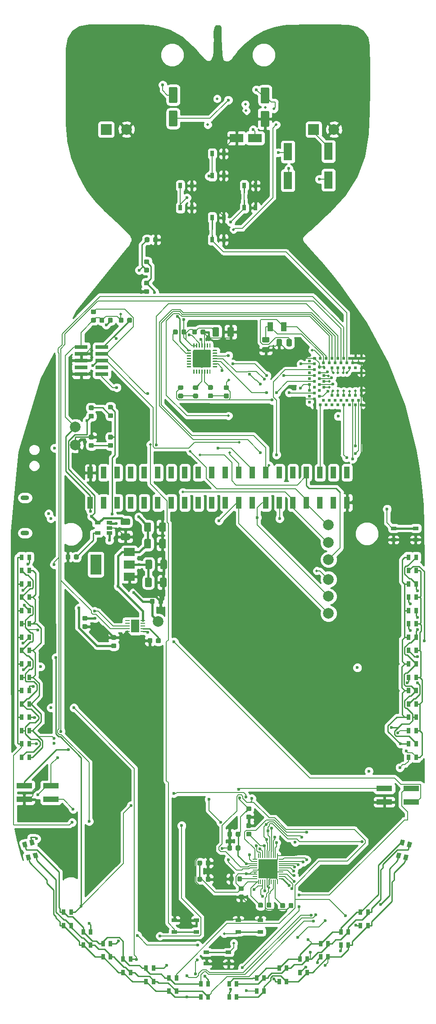
<source format=gtl>
G04 #@! TF.GenerationSoftware,KiCad,Pcbnew,(5.0.2-5)-5*
G04 #@! TF.CreationDate,2019-02-18T15:44:08-08:00*
G04 #@! TF.ProjectId,DC27-badge,44433237-2d62-4616-9467-652e6b696361,rev?*
G04 #@! TF.SameCoordinates,Original*
G04 #@! TF.FileFunction,Copper,L1,Top*
G04 #@! TF.FilePolarity,Positive*
%FSLAX46Y46*%
G04 Gerber Fmt 4.6, Leading zero omitted, Abs format (unit mm)*
G04 Created by KiCad (PCBNEW (5.0.2-5)-5) date Monday, February 18, 2019 at 03:44:08 PM*
%MOMM*%
%LPD*%
G01*
G04 APERTURE LIST*
G04 #@! TA.AperFunction,ComponentPad*
%ADD10C,1.998980*%
G04 #@! TD*
G04 #@! TA.AperFunction,ComponentPad*
%ADD11R,1.998980X1.998980*%
G04 #@! TD*
G04 #@! TA.AperFunction,Conductor*
%ADD12C,0.150000*%
G04 #@! TD*
G04 #@! TA.AperFunction,SMDPad,CuDef*
%ADD13C,0.875000*%
G04 #@! TD*
G04 #@! TA.AperFunction,SMDPad,CuDef*
%ADD14R,0.810000X0.270000*%
G04 #@! TD*
G04 #@! TA.AperFunction,SMDPad,CuDef*
%ADD15R,1.640000X2.380000*%
G04 #@! TD*
G04 #@! TA.AperFunction,SMDPad,CuDef*
%ADD16C,1.600000*%
G04 #@! TD*
G04 #@! TA.AperFunction,SMDPad,CuDef*
%ADD17R,2.499360X1.597660*%
G04 #@! TD*
G04 #@! TA.AperFunction,SMDPad,CuDef*
%ADD18R,1.597660X3.197860*%
G04 #@! TD*
G04 #@! TA.AperFunction,SMDPad,CuDef*
%ADD19R,1.000000X1.800000*%
G04 #@! TD*
G04 #@! TA.AperFunction,BGAPad,CuDef*
%ADD20C,2.000000*%
G04 #@! TD*
G04 #@! TA.AperFunction,SMDPad,CuDef*
%ADD21C,1.250000*%
G04 #@! TD*
G04 #@! TA.AperFunction,SMDPad,CuDef*
%ADD22R,0.500000X0.500000*%
G04 #@! TD*
G04 #@! TA.AperFunction,SMDPad,CuDef*
%ADD23R,1.019990X2.220010*%
G04 #@! TD*
G04 #@! TA.AperFunction,SMDPad,CuDef*
%ADD24R,2.000000X3.800000*%
G04 #@! TD*
G04 #@! TA.AperFunction,SMDPad,CuDef*
%ADD25R,2.000000X1.500000*%
G04 #@! TD*
G04 #@! TA.AperFunction,SMDPad,CuDef*
%ADD26O,1.597660X0.899160*%
G04 #@! TD*
G04 #@! TA.AperFunction,ComponentPad*
%ADD27O,1.200000X0.500000*%
G04 #@! TD*
G04 #@! TA.AperFunction,SMDPad,CuDef*
%ADD28R,0.647700X1.049020*%
G04 #@! TD*
G04 #@! TA.AperFunction,SMDPad,CuDef*
%ADD29R,3.000000X1.000000*%
G04 #@! TD*
G04 #@! TA.AperFunction,SMDPad,CuDef*
%ADD30R,2.400000X0.740000*%
G04 #@! TD*
G04 #@! TA.AperFunction,SMDPad,CuDef*
%ADD31C,3.350000*%
G04 #@! TD*
G04 #@! TA.AperFunction,ViaPad*
%ADD32C,0.500000*%
G04 #@! TD*
G04 #@! TA.AperFunction,SMDPad,CuDef*
%ADD33C,0.250000*%
G04 #@! TD*
G04 #@! TA.AperFunction,SMDPad,CuDef*
%ADD34C,0.975000*%
G04 #@! TD*
G04 #@! TA.AperFunction,SMDPad,CuDef*
%ADD35R,0.800000X1.000000*%
G04 #@! TD*
G04 #@! TA.AperFunction,SMDPad,CuDef*
%ADD36C,0.800000*%
G04 #@! TD*
G04 #@! TA.AperFunction,SMDPad,CuDef*
%ADD37R,1.049020X0.647700*%
G04 #@! TD*
G04 #@! TA.AperFunction,SMDPad,CuDef*
%ADD38O,0.850000X0.200000*%
G04 #@! TD*
G04 #@! TA.AperFunction,SMDPad,CuDef*
%ADD39O,0.200000X0.850000*%
G04 #@! TD*
G04 #@! TA.AperFunction,SMDPad,CuDef*
%ADD40R,3.600000X3.600000*%
G04 #@! TD*
G04 #@! TA.AperFunction,SMDPad,CuDef*
%ADD41R,1.060000X0.650000*%
G04 #@! TD*
G04 #@! TA.AperFunction,ViaPad*
%ADD42C,0.600000*%
G04 #@! TD*
G04 #@! TA.AperFunction,ViaPad*
%ADD43C,0.482600*%
G04 #@! TD*
G04 #@! TA.AperFunction,Conductor*
%ADD44C,0.152400*%
G04 #@! TD*
G04 #@! TA.AperFunction,Conductor*
%ADD45C,0.381000*%
G04 #@! TD*
G04 #@! TA.AperFunction,Conductor*
%ADD46C,0.250000*%
G04 #@! TD*
G04 #@! TA.AperFunction,Conductor*
%ADD47C,0.254000*%
G04 #@! TD*
G04 APERTURE END LIST*
D10*
G04 #@! TO.P,J501,2*
G04 #@! TO.N,BATT_CSN*
X88010000Y-59400000D03*
D11*
G04 #@! TO.P,J501,1*
G04 #@! TO.N,Net-(C505-Pad2)*
X84200000Y-59400000D03*
G04 #@! TD*
D12*
G04 #@! TO.N,Net-(C408-Pad1)*
G04 #@! TO.C,C408*
G36*
X94250191Y-154836053D02*
X94271426Y-154839203D01*
X94292250Y-154844419D01*
X94312462Y-154851651D01*
X94331868Y-154860830D01*
X94350281Y-154871866D01*
X94367524Y-154884654D01*
X94383430Y-154899070D01*
X94397846Y-154914976D01*
X94410634Y-154932219D01*
X94421670Y-154950632D01*
X94430849Y-154970038D01*
X94438081Y-154990250D01*
X94443297Y-155011074D01*
X94446447Y-155032309D01*
X94447500Y-155053750D01*
X94447500Y-155566250D01*
X94446447Y-155587691D01*
X94443297Y-155608926D01*
X94438081Y-155629750D01*
X94430849Y-155649962D01*
X94421670Y-155669368D01*
X94410634Y-155687781D01*
X94397846Y-155705024D01*
X94383430Y-155720930D01*
X94367524Y-155735346D01*
X94350281Y-155748134D01*
X94331868Y-155759170D01*
X94312462Y-155768349D01*
X94292250Y-155775581D01*
X94271426Y-155780797D01*
X94250191Y-155783947D01*
X94228750Y-155785000D01*
X93791250Y-155785000D01*
X93769809Y-155783947D01*
X93748574Y-155780797D01*
X93727750Y-155775581D01*
X93707538Y-155768349D01*
X93688132Y-155759170D01*
X93669719Y-155748134D01*
X93652476Y-155735346D01*
X93636570Y-155720930D01*
X93622154Y-155705024D01*
X93609366Y-155687781D01*
X93598330Y-155669368D01*
X93589151Y-155649962D01*
X93581919Y-155629750D01*
X93576703Y-155608926D01*
X93573553Y-155587691D01*
X93572500Y-155566250D01*
X93572500Y-155053750D01*
X93573553Y-155032309D01*
X93576703Y-155011074D01*
X93581919Y-154990250D01*
X93589151Y-154970038D01*
X93598330Y-154950632D01*
X93609366Y-154932219D01*
X93622154Y-154914976D01*
X93636570Y-154899070D01*
X93652476Y-154884654D01*
X93669719Y-154871866D01*
X93688132Y-154860830D01*
X93707538Y-154851651D01*
X93727750Y-154844419D01*
X93748574Y-154839203D01*
X93769809Y-154836053D01*
X93791250Y-154835000D01*
X94228750Y-154835000D01*
X94250191Y-154836053D01*
X94250191Y-154836053D01*
G37*
D13*
G04 #@! TD*
G04 #@! TO.P,C408,1*
G04 #@! TO.N,Net-(C408-Pad1)*
X94010000Y-155310000D03*
D12*
G04 #@! TO.N,BATT_CSN*
G04 #@! TO.C,C408*
G36*
X92675191Y-154836053D02*
X92696426Y-154839203D01*
X92717250Y-154844419D01*
X92737462Y-154851651D01*
X92756868Y-154860830D01*
X92775281Y-154871866D01*
X92792524Y-154884654D01*
X92808430Y-154899070D01*
X92822846Y-154914976D01*
X92835634Y-154932219D01*
X92846670Y-154950632D01*
X92855849Y-154970038D01*
X92863081Y-154990250D01*
X92868297Y-155011074D01*
X92871447Y-155032309D01*
X92872500Y-155053750D01*
X92872500Y-155566250D01*
X92871447Y-155587691D01*
X92868297Y-155608926D01*
X92863081Y-155629750D01*
X92855849Y-155649962D01*
X92846670Y-155669368D01*
X92835634Y-155687781D01*
X92822846Y-155705024D01*
X92808430Y-155720930D01*
X92792524Y-155735346D01*
X92775281Y-155748134D01*
X92756868Y-155759170D01*
X92737462Y-155768349D01*
X92717250Y-155775581D01*
X92696426Y-155780797D01*
X92675191Y-155783947D01*
X92653750Y-155785000D01*
X92216250Y-155785000D01*
X92194809Y-155783947D01*
X92173574Y-155780797D01*
X92152750Y-155775581D01*
X92132538Y-155768349D01*
X92113132Y-155759170D01*
X92094719Y-155748134D01*
X92077476Y-155735346D01*
X92061570Y-155720930D01*
X92047154Y-155705024D01*
X92034366Y-155687781D01*
X92023330Y-155669368D01*
X92014151Y-155649962D01*
X92006919Y-155629750D01*
X92001703Y-155608926D01*
X91998553Y-155587691D01*
X91997500Y-155566250D01*
X91997500Y-155053750D01*
X91998553Y-155032309D01*
X92001703Y-155011074D01*
X92006919Y-154990250D01*
X92014151Y-154970038D01*
X92023330Y-154950632D01*
X92034366Y-154932219D01*
X92047154Y-154914976D01*
X92061570Y-154899070D01*
X92077476Y-154884654D01*
X92094719Y-154871866D01*
X92113132Y-154860830D01*
X92132538Y-154851651D01*
X92152750Y-154844419D01*
X92173574Y-154839203D01*
X92194809Y-154836053D01*
X92216250Y-154835000D01*
X92653750Y-154835000D01*
X92675191Y-154836053D01*
X92675191Y-154836053D01*
G37*
D13*
G04 #@! TD*
G04 #@! TO.P,C408,2*
G04 #@! TO.N,BATT_CSN*
X92435000Y-155310000D03*
D14*
G04 #@! TO.P,U403,1*
G04 #@! TO.N,Net-(U403-Pad1)*
X88165000Y-151570000D03*
G04 #@! TO.P,U403,2*
G04 #@! TO.N,Net-(U403-Pad2)*
X88165000Y-152070000D03*
G04 #@! TO.P,U403,3*
G04 #@! TO.N,I2C_SCK*
X88165000Y-152570000D03*
G04 #@! TO.P,U403,4*
G04 #@! TO.N,I2C_SDA*
X88165000Y-153070000D03*
G04 #@! TO.P,U403,5*
G04 #@! TO.N,BATT_CSN*
X88165000Y-153570000D03*
G04 #@! TO.P,U403,6*
G04 #@! TO.N,BATT_CSP*
X91055000Y-153570000D03*
G04 #@! TO.P,U403,7*
G04 #@! TO.N,Net-(C408-Pad1)*
X91055000Y-153070000D03*
G04 #@! TO.P,U403,8*
G04 #@! TO.N,Net-(U403-Pad8)*
X91055000Y-152570000D03*
G04 #@! TO.P,U403,9*
G04 #@! TO.N,Net-(U403-Pad9)*
X91055000Y-152070000D03*
G04 #@! TO.P,U403,10*
G04 #@! TO.N,VBATT*
X91055000Y-151570000D03*
D15*
G04 #@! TO.P,U403,11*
G04 #@! TO.N,N/C*
X89610000Y-152570000D03*
G04 #@! TD*
D12*
G04 #@! TO.N,Net-(C507-Pad1)*
G04 #@! TO.C,C508*
G36*
X114624504Y-51521204D02*
X114648773Y-51524804D01*
X114672571Y-51530765D01*
X114695671Y-51539030D01*
X114717849Y-51549520D01*
X114738893Y-51562133D01*
X114758598Y-51576747D01*
X114776777Y-51593223D01*
X114793253Y-51611402D01*
X114807867Y-51631107D01*
X114820480Y-51652151D01*
X114830970Y-51674329D01*
X114839235Y-51697429D01*
X114845196Y-51721227D01*
X114848796Y-51745496D01*
X114850000Y-51770000D01*
X114850000Y-54270000D01*
X114848796Y-54294504D01*
X114845196Y-54318773D01*
X114839235Y-54342571D01*
X114830970Y-54365671D01*
X114820480Y-54387849D01*
X114807867Y-54408893D01*
X114793253Y-54428598D01*
X114776777Y-54446777D01*
X114758598Y-54463253D01*
X114738893Y-54477867D01*
X114717849Y-54490480D01*
X114695671Y-54500970D01*
X114672571Y-54509235D01*
X114648773Y-54515196D01*
X114624504Y-54518796D01*
X114600000Y-54520000D01*
X113500000Y-54520000D01*
X113475496Y-54518796D01*
X113451227Y-54515196D01*
X113427429Y-54509235D01*
X113404329Y-54500970D01*
X113382151Y-54490480D01*
X113361107Y-54477867D01*
X113341402Y-54463253D01*
X113323223Y-54446777D01*
X113306747Y-54428598D01*
X113292133Y-54408893D01*
X113279520Y-54387849D01*
X113269030Y-54365671D01*
X113260765Y-54342571D01*
X113254804Y-54318773D01*
X113251204Y-54294504D01*
X113250000Y-54270000D01*
X113250000Y-51770000D01*
X113251204Y-51745496D01*
X113254804Y-51721227D01*
X113260765Y-51697429D01*
X113269030Y-51674329D01*
X113279520Y-51652151D01*
X113292133Y-51631107D01*
X113306747Y-51611402D01*
X113323223Y-51593223D01*
X113341402Y-51576747D01*
X113361107Y-51562133D01*
X113382151Y-51549520D01*
X113404329Y-51539030D01*
X113427429Y-51530765D01*
X113451227Y-51524804D01*
X113475496Y-51521204D01*
X113500000Y-51520000D01*
X114600000Y-51520000D01*
X114624504Y-51521204D01*
X114624504Y-51521204D01*
G37*
D16*
G04 #@! TD*
G04 #@! TO.P,C508,1*
G04 #@! TO.N,Net-(C507-Pad1)*
X114050000Y-53020000D03*
D12*
G04 #@! TO.N,BATT_CSN*
G04 #@! TO.C,C508*
G36*
X114624504Y-55921204D02*
X114648773Y-55924804D01*
X114672571Y-55930765D01*
X114695671Y-55939030D01*
X114717849Y-55949520D01*
X114738893Y-55962133D01*
X114758598Y-55976747D01*
X114776777Y-55993223D01*
X114793253Y-56011402D01*
X114807867Y-56031107D01*
X114820480Y-56052151D01*
X114830970Y-56074329D01*
X114839235Y-56097429D01*
X114845196Y-56121227D01*
X114848796Y-56145496D01*
X114850000Y-56170000D01*
X114850000Y-58670000D01*
X114848796Y-58694504D01*
X114845196Y-58718773D01*
X114839235Y-58742571D01*
X114830970Y-58765671D01*
X114820480Y-58787849D01*
X114807867Y-58808893D01*
X114793253Y-58828598D01*
X114776777Y-58846777D01*
X114758598Y-58863253D01*
X114738893Y-58877867D01*
X114717849Y-58890480D01*
X114695671Y-58900970D01*
X114672571Y-58909235D01*
X114648773Y-58915196D01*
X114624504Y-58918796D01*
X114600000Y-58920000D01*
X113500000Y-58920000D01*
X113475496Y-58918796D01*
X113451227Y-58915196D01*
X113427429Y-58909235D01*
X113404329Y-58900970D01*
X113382151Y-58890480D01*
X113361107Y-58877867D01*
X113341402Y-58863253D01*
X113323223Y-58846777D01*
X113306747Y-58828598D01*
X113292133Y-58808893D01*
X113279520Y-58787849D01*
X113269030Y-58765671D01*
X113260765Y-58742571D01*
X113254804Y-58718773D01*
X113251204Y-58694504D01*
X113250000Y-58670000D01*
X113250000Y-56170000D01*
X113251204Y-56145496D01*
X113254804Y-56121227D01*
X113260765Y-56097429D01*
X113269030Y-56074329D01*
X113279520Y-56052151D01*
X113292133Y-56031107D01*
X113306747Y-56011402D01*
X113323223Y-55993223D01*
X113341402Y-55976747D01*
X113361107Y-55962133D01*
X113382151Y-55949520D01*
X113404329Y-55939030D01*
X113427429Y-55930765D01*
X113451227Y-55924804D01*
X113475496Y-55921204D01*
X113500000Y-55920000D01*
X114600000Y-55920000D01*
X114624504Y-55921204D01*
X114624504Y-55921204D01*
G37*
D16*
G04 #@! TD*
G04 #@! TO.P,C508,2*
G04 #@! TO.N,BATT_CSN*
X114050000Y-57420000D03*
D17*
G04 #@! TO.P,C509,2*
G04 #@! TO.N,BATT_CSN*
X108700000Y-61010000D03*
G04 #@! TO.P,C509,1*
G04 #@! TO.N,Net-(C509-Pad1)*
X112195040Y-61010000D03*
G04 #@! TD*
D12*
G04 #@! TO.N,Net-(C504-Pad2)*
G04 #@! TO.C,C504*
G36*
X97354504Y-55841204D02*
X97378773Y-55844804D01*
X97402571Y-55850765D01*
X97425671Y-55859030D01*
X97447849Y-55869520D01*
X97468893Y-55882133D01*
X97488598Y-55896747D01*
X97506777Y-55913223D01*
X97523253Y-55931402D01*
X97537867Y-55951107D01*
X97550480Y-55972151D01*
X97560970Y-55994329D01*
X97569235Y-56017429D01*
X97575196Y-56041227D01*
X97578796Y-56065496D01*
X97580000Y-56090000D01*
X97580000Y-58590000D01*
X97578796Y-58614504D01*
X97575196Y-58638773D01*
X97569235Y-58662571D01*
X97560970Y-58685671D01*
X97550480Y-58707849D01*
X97537867Y-58728893D01*
X97523253Y-58748598D01*
X97506777Y-58766777D01*
X97488598Y-58783253D01*
X97468893Y-58797867D01*
X97447849Y-58810480D01*
X97425671Y-58820970D01*
X97402571Y-58829235D01*
X97378773Y-58835196D01*
X97354504Y-58838796D01*
X97330000Y-58840000D01*
X96230000Y-58840000D01*
X96205496Y-58838796D01*
X96181227Y-58835196D01*
X96157429Y-58829235D01*
X96134329Y-58820970D01*
X96112151Y-58810480D01*
X96091107Y-58797867D01*
X96071402Y-58783253D01*
X96053223Y-58766777D01*
X96036747Y-58748598D01*
X96022133Y-58728893D01*
X96009520Y-58707849D01*
X95999030Y-58685671D01*
X95990765Y-58662571D01*
X95984804Y-58638773D01*
X95981204Y-58614504D01*
X95980000Y-58590000D01*
X95980000Y-56090000D01*
X95981204Y-56065496D01*
X95984804Y-56041227D01*
X95990765Y-56017429D01*
X95999030Y-55994329D01*
X96009520Y-55972151D01*
X96022133Y-55951107D01*
X96036747Y-55931402D01*
X96053223Y-55913223D01*
X96071402Y-55896747D01*
X96091107Y-55882133D01*
X96112151Y-55869520D01*
X96134329Y-55859030D01*
X96157429Y-55850765D01*
X96181227Y-55844804D01*
X96205496Y-55841204D01*
X96230000Y-55840000D01*
X97330000Y-55840000D01*
X97354504Y-55841204D01*
X97354504Y-55841204D01*
G37*
D16*
G04 #@! TD*
G04 #@! TO.P,C504,2*
G04 #@! TO.N,Net-(C504-Pad2)*
X96780000Y-57340000D03*
D12*
G04 #@! TO.N,Net-(C504-Pad1)*
G04 #@! TO.C,C504*
G36*
X97354504Y-51441204D02*
X97378773Y-51444804D01*
X97402571Y-51450765D01*
X97425671Y-51459030D01*
X97447849Y-51469520D01*
X97468893Y-51482133D01*
X97488598Y-51496747D01*
X97506777Y-51513223D01*
X97523253Y-51531402D01*
X97537867Y-51551107D01*
X97550480Y-51572151D01*
X97560970Y-51594329D01*
X97569235Y-51617429D01*
X97575196Y-51641227D01*
X97578796Y-51665496D01*
X97580000Y-51690000D01*
X97580000Y-54190000D01*
X97578796Y-54214504D01*
X97575196Y-54238773D01*
X97569235Y-54262571D01*
X97560970Y-54285671D01*
X97550480Y-54307849D01*
X97537867Y-54328893D01*
X97523253Y-54348598D01*
X97506777Y-54366777D01*
X97488598Y-54383253D01*
X97468893Y-54397867D01*
X97447849Y-54410480D01*
X97425671Y-54420970D01*
X97402571Y-54429235D01*
X97378773Y-54435196D01*
X97354504Y-54438796D01*
X97330000Y-54440000D01*
X96230000Y-54440000D01*
X96205496Y-54438796D01*
X96181227Y-54435196D01*
X96157429Y-54429235D01*
X96134329Y-54420970D01*
X96112151Y-54410480D01*
X96091107Y-54397867D01*
X96071402Y-54383253D01*
X96053223Y-54366777D01*
X96036747Y-54348598D01*
X96022133Y-54328893D01*
X96009520Y-54307849D01*
X95999030Y-54285671D01*
X95990765Y-54262571D01*
X95984804Y-54238773D01*
X95981204Y-54214504D01*
X95980000Y-54190000D01*
X95980000Y-51690000D01*
X95981204Y-51665496D01*
X95984804Y-51641227D01*
X95990765Y-51617429D01*
X95999030Y-51594329D01*
X96009520Y-51572151D01*
X96022133Y-51551107D01*
X96036747Y-51531402D01*
X96053223Y-51513223D01*
X96071402Y-51496747D01*
X96091107Y-51482133D01*
X96112151Y-51469520D01*
X96134329Y-51459030D01*
X96157429Y-51450765D01*
X96181227Y-51444804D01*
X96205496Y-51441204D01*
X96230000Y-51440000D01*
X97330000Y-51440000D01*
X97354504Y-51441204D01*
X97354504Y-51441204D01*
G37*
D16*
G04 #@! TD*
G04 #@! TO.P,C504,1*
G04 #@! TO.N,Net-(C504-Pad1)*
X96780000Y-52940000D03*
D18*
G04 #@! TO.P,C510,1*
G04 #@! TO.N,Net-(C510-Pad1)*
X125990000Y-68887480D03*
G04 #@! TO.P,C510,2*
G04 #@! TO.N,Net-(C510-Pad2)*
X125990000Y-63492520D03*
G04 #@! TD*
G04 #@! TO.P,C505,1*
G04 #@! TO.N,Net-(C505-Pad1)*
X118370000Y-68977480D03*
G04 #@! TO.P,C505,2*
G04 #@! TO.N,Net-(C505-Pad2)*
X118370000Y-63582520D03*
G04 #@! TD*
D12*
G04 #@! TO.N,Net-(BT401-Pad1)*
G04 #@! TO.C,C406*
G36*
X93110191Y-147466053D02*
X93131426Y-147469203D01*
X93152250Y-147474419D01*
X93172462Y-147481651D01*
X93191868Y-147490830D01*
X93210281Y-147501866D01*
X93227524Y-147514654D01*
X93243430Y-147529070D01*
X93257846Y-147544976D01*
X93270634Y-147562219D01*
X93281670Y-147580632D01*
X93290849Y-147600038D01*
X93298081Y-147620250D01*
X93303297Y-147641074D01*
X93306447Y-147662309D01*
X93307500Y-147683750D01*
X93307500Y-148196250D01*
X93306447Y-148217691D01*
X93303297Y-148238926D01*
X93298081Y-148259750D01*
X93290849Y-148279962D01*
X93281670Y-148299368D01*
X93270634Y-148317781D01*
X93257846Y-148335024D01*
X93243430Y-148350930D01*
X93227524Y-148365346D01*
X93210281Y-148378134D01*
X93191868Y-148389170D01*
X93172462Y-148398349D01*
X93152250Y-148405581D01*
X93131426Y-148410797D01*
X93110191Y-148413947D01*
X93088750Y-148415000D01*
X92651250Y-148415000D01*
X92629809Y-148413947D01*
X92608574Y-148410797D01*
X92587750Y-148405581D01*
X92567538Y-148398349D01*
X92548132Y-148389170D01*
X92529719Y-148378134D01*
X92512476Y-148365346D01*
X92496570Y-148350930D01*
X92482154Y-148335024D01*
X92469366Y-148317781D01*
X92458330Y-148299368D01*
X92449151Y-148279962D01*
X92441919Y-148259750D01*
X92436703Y-148238926D01*
X92433553Y-148217691D01*
X92432500Y-148196250D01*
X92432500Y-147683750D01*
X92433553Y-147662309D01*
X92436703Y-147641074D01*
X92441919Y-147620250D01*
X92449151Y-147600038D01*
X92458330Y-147580632D01*
X92469366Y-147562219D01*
X92482154Y-147544976D01*
X92496570Y-147529070D01*
X92512476Y-147514654D01*
X92529719Y-147501866D01*
X92548132Y-147490830D01*
X92567538Y-147481651D01*
X92587750Y-147474419D01*
X92608574Y-147469203D01*
X92629809Y-147466053D01*
X92651250Y-147465000D01*
X93088750Y-147465000D01*
X93110191Y-147466053D01*
X93110191Y-147466053D01*
G37*
D13*
G04 #@! TD*
G04 #@! TO.P,C406,1*
G04 #@! TO.N,Net-(BT401-Pad1)*
X92870000Y-147940000D03*
D12*
G04 #@! TO.N,BATT_CSN*
G04 #@! TO.C,C406*
G36*
X94685191Y-147466053D02*
X94706426Y-147469203D01*
X94727250Y-147474419D01*
X94747462Y-147481651D01*
X94766868Y-147490830D01*
X94785281Y-147501866D01*
X94802524Y-147514654D01*
X94818430Y-147529070D01*
X94832846Y-147544976D01*
X94845634Y-147562219D01*
X94856670Y-147580632D01*
X94865849Y-147600038D01*
X94873081Y-147620250D01*
X94878297Y-147641074D01*
X94881447Y-147662309D01*
X94882500Y-147683750D01*
X94882500Y-148196250D01*
X94881447Y-148217691D01*
X94878297Y-148238926D01*
X94873081Y-148259750D01*
X94865849Y-148279962D01*
X94856670Y-148299368D01*
X94845634Y-148317781D01*
X94832846Y-148335024D01*
X94818430Y-148350930D01*
X94802524Y-148365346D01*
X94785281Y-148378134D01*
X94766868Y-148389170D01*
X94747462Y-148398349D01*
X94727250Y-148405581D01*
X94706426Y-148410797D01*
X94685191Y-148413947D01*
X94663750Y-148415000D01*
X94226250Y-148415000D01*
X94204809Y-148413947D01*
X94183574Y-148410797D01*
X94162750Y-148405581D01*
X94142538Y-148398349D01*
X94123132Y-148389170D01*
X94104719Y-148378134D01*
X94087476Y-148365346D01*
X94071570Y-148350930D01*
X94057154Y-148335024D01*
X94044366Y-148317781D01*
X94033330Y-148299368D01*
X94024151Y-148279962D01*
X94016919Y-148259750D01*
X94011703Y-148238926D01*
X94008553Y-148217691D01*
X94007500Y-148196250D01*
X94007500Y-147683750D01*
X94008553Y-147662309D01*
X94011703Y-147641074D01*
X94016919Y-147620250D01*
X94024151Y-147600038D01*
X94033330Y-147580632D01*
X94044366Y-147562219D01*
X94057154Y-147544976D01*
X94071570Y-147529070D01*
X94087476Y-147514654D01*
X94104719Y-147501866D01*
X94123132Y-147490830D01*
X94142538Y-147481651D01*
X94162750Y-147474419D01*
X94183574Y-147469203D01*
X94204809Y-147466053D01*
X94226250Y-147465000D01*
X94663750Y-147465000D01*
X94685191Y-147466053D01*
X94685191Y-147466053D01*
G37*
D13*
G04 #@! TD*
G04 #@! TO.P,C406,2*
G04 #@! TO.N,BATT_CSN*
X94445000Y-147940000D03*
D19*
G04 #@! TO.P,Y101,2*
G04 #@! TO.N,XTAL1*
X115050000Y-96400000D03*
G04 #@! TO.P,Y101,1*
G04 #@! TO.N,XTAL0*
X117550000Y-96400000D03*
G04 #@! TD*
D20*
G04 #@! TO.P,TP104,1*
G04 #@! TO.N,DISP_SCLK*
X126000000Y-150200000D03*
G04 #@! TD*
D12*
G04 #@! TO.N,AVCC*
G04 #@! TO.C,C403*
G36*
X92529504Y-143486204D02*
X92553773Y-143489804D01*
X92577571Y-143495765D01*
X92600671Y-143504030D01*
X92622849Y-143514520D01*
X92643893Y-143527133D01*
X92663598Y-143541747D01*
X92681777Y-143558223D01*
X92698253Y-143576402D01*
X92712867Y-143596107D01*
X92725480Y-143617151D01*
X92735970Y-143639329D01*
X92744235Y-143662429D01*
X92750196Y-143686227D01*
X92753796Y-143710496D01*
X92755000Y-143735000D01*
X92755000Y-144985000D01*
X92753796Y-145009504D01*
X92750196Y-145033773D01*
X92744235Y-145057571D01*
X92735970Y-145080671D01*
X92725480Y-145102849D01*
X92712867Y-145123893D01*
X92698253Y-145143598D01*
X92681777Y-145161777D01*
X92663598Y-145178253D01*
X92643893Y-145192867D01*
X92622849Y-145205480D01*
X92600671Y-145215970D01*
X92577571Y-145224235D01*
X92553773Y-145230196D01*
X92529504Y-145233796D01*
X92505000Y-145235000D01*
X91755000Y-145235000D01*
X91730496Y-145233796D01*
X91706227Y-145230196D01*
X91682429Y-145224235D01*
X91659329Y-145215970D01*
X91637151Y-145205480D01*
X91616107Y-145192867D01*
X91596402Y-145178253D01*
X91578223Y-145161777D01*
X91561747Y-145143598D01*
X91547133Y-145123893D01*
X91534520Y-145102849D01*
X91524030Y-145080671D01*
X91515765Y-145057571D01*
X91509804Y-145033773D01*
X91506204Y-145009504D01*
X91505000Y-144985000D01*
X91505000Y-143735000D01*
X91506204Y-143710496D01*
X91509804Y-143686227D01*
X91515765Y-143662429D01*
X91524030Y-143639329D01*
X91534520Y-143617151D01*
X91547133Y-143596107D01*
X91561747Y-143576402D01*
X91578223Y-143558223D01*
X91596402Y-143541747D01*
X91616107Y-143527133D01*
X91637151Y-143514520D01*
X91659329Y-143504030D01*
X91682429Y-143495765D01*
X91706227Y-143489804D01*
X91730496Y-143486204D01*
X91755000Y-143485000D01*
X92505000Y-143485000D01*
X92529504Y-143486204D01*
X92529504Y-143486204D01*
G37*
D21*
G04 #@! TD*
G04 #@! TO.P,C403,1*
G04 #@! TO.N,AVCC*
X92130000Y-144360000D03*
D12*
G04 #@! TO.N,BATT_CSN*
G04 #@! TO.C,C403*
G36*
X95329504Y-143486204D02*
X95353773Y-143489804D01*
X95377571Y-143495765D01*
X95400671Y-143504030D01*
X95422849Y-143514520D01*
X95443893Y-143527133D01*
X95463598Y-143541747D01*
X95481777Y-143558223D01*
X95498253Y-143576402D01*
X95512867Y-143596107D01*
X95525480Y-143617151D01*
X95535970Y-143639329D01*
X95544235Y-143662429D01*
X95550196Y-143686227D01*
X95553796Y-143710496D01*
X95555000Y-143735000D01*
X95555000Y-144985000D01*
X95553796Y-145009504D01*
X95550196Y-145033773D01*
X95544235Y-145057571D01*
X95535970Y-145080671D01*
X95525480Y-145102849D01*
X95512867Y-145123893D01*
X95498253Y-145143598D01*
X95481777Y-145161777D01*
X95463598Y-145178253D01*
X95443893Y-145192867D01*
X95422849Y-145205480D01*
X95400671Y-145215970D01*
X95377571Y-145224235D01*
X95353773Y-145230196D01*
X95329504Y-145233796D01*
X95305000Y-145235000D01*
X94555000Y-145235000D01*
X94530496Y-145233796D01*
X94506227Y-145230196D01*
X94482429Y-145224235D01*
X94459329Y-145215970D01*
X94437151Y-145205480D01*
X94416107Y-145192867D01*
X94396402Y-145178253D01*
X94378223Y-145161777D01*
X94361747Y-145143598D01*
X94347133Y-145123893D01*
X94334520Y-145102849D01*
X94324030Y-145080671D01*
X94315765Y-145057571D01*
X94309804Y-145033773D01*
X94306204Y-145009504D01*
X94305000Y-144985000D01*
X94305000Y-143735000D01*
X94306204Y-143710496D01*
X94309804Y-143686227D01*
X94315765Y-143662429D01*
X94324030Y-143639329D01*
X94334520Y-143617151D01*
X94347133Y-143596107D01*
X94361747Y-143576402D01*
X94378223Y-143558223D01*
X94396402Y-143541747D01*
X94416107Y-143527133D01*
X94437151Y-143514520D01*
X94459329Y-143504030D01*
X94482429Y-143495765D01*
X94506227Y-143489804D01*
X94530496Y-143486204D01*
X94555000Y-143485000D01*
X95305000Y-143485000D01*
X95329504Y-143486204D01*
X95329504Y-143486204D01*
G37*
D21*
G04 #@! TD*
G04 #@! TO.P,C403,2*
G04 #@! TO.N,BATT_CSN*
X94930000Y-144360000D03*
D22*
G04 #@! TO.P,U100,1*
G04 #@! TO.N,BATT_CSN*
X132150000Y-102300000D03*
G04 #@! TO.P,U100,2*
X131600000Y-103200000D03*
G04 #@! TO.P,U100,3*
X131050000Y-102300000D03*
G04 #@! TO.P,U100,4*
X130500000Y-103200000D03*
G04 #@! TO.P,U100,5*
X129950000Y-102300000D03*
G04 #@! TO.P,U100,6*
G04 #@! TO.N,~RIGHT*
X129400000Y-103200000D03*
G04 #@! TO.P,U100,7*
G04 #@! TO.N,I2C_SCK*
X128850000Y-102300000D03*
G04 #@! TO.P,U100,8*
G04 #@! TO.N,I2C_SDA*
X128300000Y-103200000D03*
G04 #@! TO.P,U100,9*
G04 #@! TO.N,DISP_SCLK*
X127750000Y-102300000D03*
G04 #@! TO.P,U100,10*
G04 #@! TO.N,DISP_MISO*
X127200000Y-103200000D03*
G04 #@! TO.P,U100,11*
G04 #@! TO.N,DISP_MOSI*
X126650000Y-102300000D03*
G04 #@! TO.P,U100,12*
G04 #@! TO.N,DISP_CS*
X126100000Y-103200000D03*
G04 #@! TO.P,U100,13*
G04 #@! TO.N,XTAL0*
X125550000Y-102300000D03*
G04 #@! TO.P,U100,14*
G04 #@! TO.N,XTAL1*
X125000000Y-103200000D03*
G04 #@! TO.P,U100,15*
G04 #@! TO.N,AMP_SHUTDOWN*
X124450000Y-102300000D03*
G04 #@! TO.P,U100,16*
G04 #@! TO.N,BATT_CSN*
X123350000Y-102300000D03*
G04 #@! TO.P,U100,17*
G04 #@! TO.N,AVCC*
X123350000Y-103400000D03*
G04 #@! TO.P,U100,18*
G04 #@! TO.N,BATT_CSN*
X124250000Y-103950000D03*
G04 #@! TO.P,U100,19*
G04 #@! TO.N,TOUCH_CS*
X123350000Y-104500000D03*
G04 #@! TO.P,U100,20*
G04 #@! TO.N,DISP_DC*
X124250000Y-105050000D03*
G04 #@! TO.P,U100,21*
G04 #@! TO.N,UART_RTS*
X123350000Y-105600000D03*
G04 #@! TO.P,U100,22*
G04 #@! TO.N,UART_TX*
X124250000Y-106150000D03*
G04 #@! TO.P,U100,23*
G04 #@! TO.N,UART_CTS*
X123350000Y-106700000D03*
G04 #@! TO.P,U100,24*
G04 #@! TO.N,UART_RX*
X124250000Y-107250000D03*
G04 #@! TO.P,U100,25*
G04 #@! TO.N,NFC_ANT0*
X123350000Y-107800000D03*
G04 #@! TO.P,U100,26*
G04 #@! TO.N,NFC_ANT1*
X124250000Y-108350000D03*
G04 #@! TO.P,U100,27*
G04 #@! TO.N,~UP*
X123350000Y-108900000D03*
G04 #@! TO.P,U100,28*
G04 #@! TO.N,~DOWN*
X124250000Y-109450000D03*
G04 #@! TO.P,U100,29*
G04 #@! TO.N,BATT_CSN*
X123350000Y-110000000D03*
G04 #@! TO.P,U100,30*
X123350000Y-111100000D03*
G04 #@! TO.P,U100,31*
G04 #@! TO.N,SD_CS*
X124450000Y-111100000D03*
G04 #@! TO.P,U100,32*
G04 #@! TO.N,Net-(U100-Pad32)*
X125000000Y-110200000D03*
G04 #@! TO.P,U100,33*
G04 #@! TO.N,Net-(U100-Pad33)*
X125550000Y-111100000D03*
G04 #@! TO.P,U100,34*
G04 #@! TO.N,Net-(U100-Pad34)*
X126100000Y-110200000D03*
G04 #@! TO.P,U100,35*
G04 #@! TO.N,Net-(U100-Pad35)*
X126650000Y-111100000D03*
G04 #@! TO.P,U100,36*
G04 #@! TO.N,Net-(U100-Pad36)*
X127200000Y-110200000D03*
G04 #@! TO.P,U100,37*
G04 #@! TO.N,Net-(U100-Pad37)*
X127750000Y-111100000D03*
G04 #@! TO.P,U100,38*
G04 #@! TO.N,Net-(U100-Pad38)*
X128300000Y-110200000D03*
G04 #@! TO.P,U100,39*
G04 #@! TO.N,~RESET_TGTMCU*
X128850000Y-111100000D03*
G04 #@! TO.P,U100,40*
G04 #@! TO.N,Net-(U100-Pad40)*
X129400000Y-110200000D03*
G04 #@! TO.P,U100,41*
G04 #@! TO.N,Net-(U100-Pad41)*
X129950000Y-111100000D03*
G04 #@! TO.P,U100,42*
G04 #@! TO.N,~LEFT*
X130500000Y-110200000D03*
G04 #@! TO.P,U100,43*
G04 #@! TO.N,DEBUG_SWDCLK*
X131050000Y-111100000D03*
G04 #@! TO.P,U100,44*
G04 #@! TO.N,DEBUG_SWDIO*
X131600000Y-110200000D03*
G04 #@! TO.P,U100,45*
G04 #@! TO.N,BATT_CSN*
X132150000Y-111100000D03*
G04 #@! TO.P,U100,46*
X132150000Y-108350000D03*
G04 #@! TO.P,U100,47*
X132150000Y-105050000D03*
G04 #@! TO.P,U100,48*
G04 #@! TO.N,Net-(U100-Pad48)*
X131050000Y-104100000D03*
G04 #@! TO.P,U100,49*
G04 #@! TO.N,SDT_SPI_SCK*
X129950000Y-104100000D03*
G04 #@! TO.P,U100,50*
G04 #@! TO.N,SDT_SPI_MISO*
X128850000Y-104100000D03*
G04 #@! TO.P,U100,51*
G04 #@! TO.N,SDT_SPI_MOSI*
X127750000Y-104100000D03*
G04 #@! TO.P,U100,52*
G04 #@! TO.N,~A*
X126650000Y-104100000D03*
G04 #@! TO.P,U100,53*
G04 #@! TO.N,~B*
X125150000Y-105600000D03*
G04 #@! TO.P,U100,54*
G04 #@! TO.N,~ENTER*
X125150000Y-106700000D03*
G04 #@! TO.P,U100,55*
G04 #@! TO.N,BATT_CSN*
X125150000Y-107800000D03*
G04 #@! TO.P,U100,56*
G04 #@! TO.N,DEBUG_SWO*
X126650000Y-109300000D03*
G04 #@! TO.P,U100,57*
G04 #@! TO.N,I2S_SDOUT*
X127750000Y-109300000D03*
G04 #@! TO.P,U100,58*
G04 #@! TO.N,I2S_SCLK*
X128850000Y-109300000D03*
G04 #@! TO.P,U100,59*
G04 #@! TO.N,I2S_LRCK*
X129950000Y-109300000D03*
G04 #@! TO.P,U100,60*
G04 #@! TO.N,I2S_MCK*
X131050000Y-109300000D03*
G04 #@! TO.P,U100,61*
G04 #@! TO.N,Net-(U100-Pad61)*
X122450000Y-102850000D03*
G04 #@! TO.P,U100,62*
G04 #@! TO.N,Net-(U100-Pad62)*
X122450000Y-103950000D03*
G04 #@! TO.P,U100,63*
G04 #@! TO.N,Net-(U100-Pad63)*
X122450000Y-105050000D03*
G04 #@! TO.P,U100,64*
G04 #@! TO.N,Net-(U100-Pad64)*
X122450000Y-106150000D03*
G04 #@! TO.P,U100,65*
G04 #@! TO.N,AVCC*
X122450000Y-107250000D03*
G04 #@! TO.P,U100,66*
X122450000Y-108350000D03*
G04 #@! TO.P,U100,67*
G04 #@! TO.N,Net-(U100-Pad67)*
X122450000Y-109450000D03*
G04 #@! TO.P,U100,68*
G04 #@! TO.N,Net-(U100-Pad68)*
X122450000Y-110550000D03*
G04 #@! TD*
D23*
G04 #@! TO.P,J104,1*
G04 #@! TO.N,BATT_CSN*
X81200000Y-123774000D03*
G04 #@! TO.P,J104,2*
G04 #@! TO.N,AVCC*
X81200000Y-129426000D03*
G04 #@! TO.P,J104,3*
G04 #@! TO.N,Net-(J104-Pad3)*
X83740000Y-123774000D03*
G04 #@! TO.P,J104,4*
G04 #@! TO.N,Net-(J104-Pad4)*
X83740000Y-129426000D03*
G04 #@! TO.P,J104,5*
G04 #@! TO.N,Net-(J104-Pad5)*
X86280000Y-123774000D03*
G04 #@! TO.P,J104,6*
G04 #@! TO.N,Net-(J104-Pad6)*
X86280000Y-129426000D03*
G04 #@! TO.P,J104,7*
G04 #@! TO.N,Net-(J104-Pad7)*
X88820000Y-123774000D03*
G04 #@! TO.P,J104,8*
G04 #@! TO.N,Net-(J104-Pad8)*
X88820000Y-129426000D03*
G04 #@! TO.P,J104,9*
G04 #@! TO.N,Net-(J104-Pad9)*
X91360000Y-123774000D03*
G04 #@! TO.P,J104,10*
G04 #@! TO.N,Net-(J104-Pad10)*
X91360000Y-129426000D03*
G04 #@! TO.P,J104,11*
G04 #@! TO.N,Net-(J104-Pad11)*
X93900000Y-123774000D03*
G04 #@! TO.P,J104,12*
G04 #@! TO.N,Net-(J104-Pad12)*
X93900000Y-129426000D03*
G04 #@! TO.P,J104,13*
G04 #@! TO.N,Net-(J104-Pad13)*
X96440000Y-123774000D03*
G04 #@! TO.P,J104,14*
G04 #@! TO.N,Net-(J104-Pad14)*
X96440000Y-129426000D03*
G04 #@! TO.P,J104,15*
G04 #@! TO.N,Net-(J104-Pad15)*
X98980000Y-123774000D03*
G04 #@! TO.P,J104,16*
G04 #@! TO.N,Net-(J104-Pad16)*
X98980000Y-129426000D03*
G04 #@! TO.P,J104,17*
G04 #@! TO.N,Net-(J104-Pad17)*
X101520000Y-123774000D03*
G04 #@! TO.P,J104,18*
G04 #@! TO.N,Net-(J104-Pad18)*
X101520000Y-129426000D03*
G04 #@! TO.P,J104,19*
G04 #@! TO.N,Net-(J104-Pad19)*
X104060000Y-123774000D03*
G04 #@! TO.P,J104,20*
G04 #@! TO.N,Net-(J104-Pad20)*
X104060000Y-129426000D03*
G04 #@! TO.P,J104,21*
G04 #@! TO.N,Net-(J104-Pad21)*
X106600000Y-123774000D03*
G04 #@! TO.P,J104,22*
G04 #@! TO.N,Net-(J104-Pad22)*
X106600000Y-129426000D03*
G04 #@! TO.P,J104,23*
G04 #@! TO.N,DISP_CS*
X109140000Y-123774000D03*
G04 #@! TO.P,J104,24*
G04 #@! TO.N,DISP_SCLK*
X109140000Y-129426000D03*
G04 #@! TO.P,J104,25*
G04 #@! TO.N,DISP_DC*
X111680000Y-123774000D03*
G04 #@! TO.P,J104,26*
G04 #@! TO.N,Net-(J104-Pad26)*
X111680000Y-129426000D03*
G04 #@! TO.P,J104,27*
G04 #@! TO.N,DISP_MOSI*
X114220000Y-123774000D03*
G04 #@! TO.P,J104,28*
G04 #@! TO.N,DISP_MISO*
X114220000Y-129426000D03*
G04 #@! TO.P,J104,29*
G04 #@! TO.N,Net-(J104-Pad29)*
X116760000Y-123774000D03*
G04 #@! TO.P,J104,30*
G04 #@! TO.N,TOUCH_CS*
X116760000Y-129426000D03*
G04 #@! TO.P,J104,31*
G04 #@! TO.N,Net-(J104-Pad31)*
X119300000Y-123774000D03*
G04 #@! TO.P,J104,32*
G04 #@! TO.N,SDT_SPI_MISO*
X119300000Y-129426000D03*
G04 #@! TO.P,J104,33*
G04 #@! TO.N,SDT_SPI_SCK*
X121840000Y-123774000D03*
G04 #@! TO.P,J104,34*
G04 #@! TO.N,SDT_SPI_MOSI*
X121840000Y-129426000D03*
G04 #@! TO.P,J104,35*
G04 #@! TO.N,SD_CS*
X124380000Y-123774000D03*
G04 #@! TO.P,J104,36*
G04 #@! TO.N,Net-(J104-Pad36)*
X124380000Y-129426000D03*
G04 #@! TO.P,J104,37*
G04 #@! TO.N,Net-(J104-Pad37)*
X126920000Y-123774000D03*
G04 #@! TO.P,J104,38*
G04 #@! TO.N,Net-(J104-Pad38)*
X126920000Y-129426000D03*
G04 #@! TO.P,J104,39*
G04 #@! TO.N,Net-(J104-Pad39)*
X129460000Y-123774000D03*
G04 #@! TO.P,J104,40*
G04 #@! TO.N,BATT_CSN*
X129460000Y-129426000D03*
G04 #@! TD*
D24*
G04 #@! TO.P,U402,4*
G04 #@! TO.N,N/C*
X82250000Y-141000000D03*
D25*
G04 #@! TO.P,U402,2*
G04 #@! TO.N,AVCC*
X88550000Y-141000000D03*
G04 #@! TO.P,U402,3*
G04 #@! TO.N,VBATT*
X88550000Y-138700000D03*
G04 #@! TO.P,U402,1*
G04 #@! TO.N,BATT_CSN*
X88550000Y-143300000D03*
G04 #@! TD*
D26*
G04 #@! TO.P,J601,S7*
G04 #@! TO.N,N/C*
X68930460Y-135099460D03*
G04 #@! TO.P,J601,S8*
X68930460Y-128500540D03*
D27*
G04 #@! TO.P,J601,SLOT*
X68930000Y-135100000D03*
X68930000Y-128500000D03*
G04 #@! TD*
D28*
G04 #@! TO.P,SW102,P$4*
G04 #@! TO.N,~DOWN*
X98140580Y-74077640D03*
G04 #@! TO.P,SW102,P$3*
X98140580Y-69932360D03*
G04 #@! TO.P,SW102,P$2*
G04 #@! TO.N,BATT_CSN*
X100289420Y-74077640D03*
G04 #@! TO.P,SW102,P$1*
X100289420Y-69932360D03*
G04 #@! TD*
D29*
G04 #@! TO.P,J102,4*
G04 #@! TO.N,BATT_CSN*
X136480000Y-185570000D03*
G04 #@! TO.P,J102,3*
G04 #@! TO.N,I2C_SCK*
X141520000Y-185570000D03*
G04 #@! TO.P,J102,2*
G04 #@! TO.N,AVCC*
X136480000Y-183030000D03*
G04 #@! TO.P,J102,1*
G04 #@! TO.N,I2C_SDA*
X141520000Y-183030000D03*
G04 #@! TD*
G04 #@! TO.P,J103,1*
G04 #@! TO.N,I2C_SDA*
X73820000Y-182530000D03*
G04 #@! TO.P,J103,2*
G04 #@! TO.N,AVCC*
X68780000Y-182530000D03*
G04 #@! TO.P,J103,3*
G04 #@! TO.N,I2C_SCK*
X73820000Y-185070000D03*
G04 #@! TO.P,J103,4*
G04 #@! TO.N,BATT_CSN*
X68780000Y-185070000D03*
G04 #@! TD*
D20*
G04 #@! TO.P,TP106,1*
G04 #@! TO.N,DISP_MOSI*
X126000000Y-143800000D03*
G04 #@! TD*
G04 #@! TO.P,TP105,1*
G04 #@! TO.N,DISP_MISO*
X126000000Y-147000000D03*
G04 #@! TD*
G04 #@! TO.P,TP103,1*
G04 #@! TO.N,SDT_SPI_SCK*
X126000000Y-140100000D03*
G04 #@! TD*
G04 #@! TO.P,TP102,1*
G04 #@! TO.N,SDT_SPI_MISO*
X126000000Y-136900000D03*
G04 #@! TD*
G04 #@! TO.P,TP101,1*
G04 #@! TO.N,SDT_SPI_MOSI*
X126000000Y-133600000D03*
G04 #@! TD*
D10*
G04 #@! TO.P,J502,2*
G04 #@! TO.N,BATT_CSN*
X127010000Y-59400000D03*
D11*
G04 #@! TO.P,J502,1*
G04 #@! TO.N,Net-(C510-Pad2)*
X123200000Y-59400000D03*
G04 #@! TD*
D12*
G04 #@! TO.N,DEBUG_SWO*
G04 #@! TO.C,R103*
G36*
X85215191Y-94726053D02*
X85236426Y-94729203D01*
X85257250Y-94734419D01*
X85277462Y-94741651D01*
X85296868Y-94750830D01*
X85315281Y-94761866D01*
X85332524Y-94774654D01*
X85348430Y-94789070D01*
X85362846Y-94804976D01*
X85375634Y-94822219D01*
X85386670Y-94840632D01*
X85395849Y-94860038D01*
X85403081Y-94880250D01*
X85408297Y-94901074D01*
X85411447Y-94922309D01*
X85412500Y-94943750D01*
X85412500Y-95456250D01*
X85411447Y-95477691D01*
X85408297Y-95498926D01*
X85403081Y-95519750D01*
X85395849Y-95539962D01*
X85386670Y-95559368D01*
X85375634Y-95577781D01*
X85362846Y-95595024D01*
X85348430Y-95610930D01*
X85332524Y-95625346D01*
X85315281Y-95638134D01*
X85296868Y-95649170D01*
X85277462Y-95658349D01*
X85257250Y-95665581D01*
X85236426Y-95670797D01*
X85215191Y-95673947D01*
X85193750Y-95675000D01*
X84756250Y-95675000D01*
X84734809Y-95673947D01*
X84713574Y-95670797D01*
X84692750Y-95665581D01*
X84672538Y-95658349D01*
X84653132Y-95649170D01*
X84634719Y-95638134D01*
X84617476Y-95625346D01*
X84601570Y-95610930D01*
X84587154Y-95595024D01*
X84574366Y-95577781D01*
X84563330Y-95559368D01*
X84554151Y-95539962D01*
X84546919Y-95519750D01*
X84541703Y-95498926D01*
X84538553Y-95477691D01*
X84537500Y-95456250D01*
X84537500Y-94943750D01*
X84538553Y-94922309D01*
X84541703Y-94901074D01*
X84546919Y-94880250D01*
X84554151Y-94860038D01*
X84563330Y-94840632D01*
X84574366Y-94822219D01*
X84587154Y-94804976D01*
X84601570Y-94789070D01*
X84617476Y-94774654D01*
X84634719Y-94761866D01*
X84653132Y-94750830D01*
X84672538Y-94741651D01*
X84692750Y-94734419D01*
X84713574Y-94729203D01*
X84734809Y-94726053D01*
X84756250Y-94725000D01*
X85193750Y-94725000D01*
X85215191Y-94726053D01*
X85215191Y-94726053D01*
G37*
D13*
G04 #@! TD*
G04 #@! TO.P,R103,2*
G04 #@! TO.N,DEBUG_SWO*
X84975000Y-95200000D03*
D12*
G04 #@! TO.N,AVCC*
G04 #@! TO.C,R103*
G36*
X83640191Y-94726053D02*
X83661426Y-94729203D01*
X83682250Y-94734419D01*
X83702462Y-94741651D01*
X83721868Y-94750830D01*
X83740281Y-94761866D01*
X83757524Y-94774654D01*
X83773430Y-94789070D01*
X83787846Y-94804976D01*
X83800634Y-94822219D01*
X83811670Y-94840632D01*
X83820849Y-94860038D01*
X83828081Y-94880250D01*
X83833297Y-94901074D01*
X83836447Y-94922309D01*
X83837500Y-94943750D01*
X83837500Y-95456250D01*
X83836447Y-95477691D01*
X83833297Y-95498926D01*
X83828081Y-95519750D01*
X83820849Y-95539962D01*
X83811670Y-95559368D01*
X83800634Y-95577781D01*
X83787846Y-95595024D01*
X83773430Y-95610930D01*
X83757524Y-95625346D01*
X83740281Y-95638134D01*
X83721868Y-95649170D01*
X83702462Y-95658349D01*
X83682250Y-95665581D01*
X83661426Y-95670797D01*
X83640191Y-95673947D01*
X83618750Y-95675000D01*
X83181250Y-95675000D01*
X83159809Y-95673947D01*
X83138574Y-95670797D01*
X83117750Y-95665581D01*
X83097538Y-95658349D01*
X83078132Y-95649170D01*
X83059719Y-95638134D01*
X83042476Y-95625346D01*
X83026570Y-95610930D01*
X83012154Y-95595024D01*
X82999366Y-95577781D01*
X82988330Y-95559368D01*
X82979151Y-95539962D01*
X82971919Y-95519750D01*
X82966703Y-95498926D01*
X82963553Y-95477691D01*
X82962500Y-95456250D01*
X82962500Y-94943750D01*
X82963553Y-94922309D01*
X82966703Y-94901074D01*
X82971919Y-94880250D01*
X82979151Y-94860038D01*
X82988330Y-94840632D01*
X82999366Y-94822219D01*
X83012154Y-94804976D01*
X83026570Y-94789070D01*
X83042476Y-94774654D01*
X83059719Y-94761866D01*
X83078132Y-94750830D01*
X83097538Y-94741651D01*
X83117750Y-94734419D01*
X83138574Y-94729203D01*
X83159809Y-94726053D01*
X83181250Y-94725000D01*
X83618750Y-94725000D01*
X83640191Y-94726053D01*
X83640191Y-94726053D01*
G37*
D13*
G04 #@! TD*
G04 #@! TO.P,R103,1*
G04 #@! TO.N,AVCC*
X83400000Y-95200000D03*
D12*
G04 #@! TO.N,AVCC*
G04 #@! TO.C,R102*
G36*
X87265191Y-94726053D02*
X87286426Y-94729203D01*
X87307250Y-94734419D01*
X87327462Y-94741651D01*
X87346868Y-94750830D01*
X87365281Y-94761866D01*
X87382524Y-94774654D01*
X87398430Y-94789070D01*
X87412846Y-94804976D01*
X87425634Y-94822219D01*
X87436670Y-94840632D01*
X87445849Y-94860038D01*
X87453081Y-94880250D01*
X87458297Y-94901074D01*
X87461447Y-94922309D01*
X87462500Y-94943750D01*
X87462500Y-95456250D01*
X87461447Y-95477691D01*
X87458297Y-95498926D01*
X87453081Y-95519750D01*
X87445849Y-95539962D01*
X87436670Y-95559368D01*
X87425634Y-95577781D01*
X87412846Y-95595024D01*
X87398430Y-95610930D01*
X87382524Y-95625346D01*
X87365281Y-95638134D01*
X87346868Y-95649170D01*
X87327462Y-95658349D01*
X87307250Y-95665581D01*
X87286426Y-95670797D01*
X87265191Y-95673947D01*
X87243750Y-95675000D01*
X86806250Y-95675000D01*
X86784809Y-95673947D01*
X86763574Y-95670797D01*
X86742750Y-95665581D01*
X86722538Y-95658349D01*
X86703132Y-95649170D01*
X86684719Y-95638134D01*
X86667476Y-95625346D01*
X86651570Y-95610930D01*
X86637154Y-95595024D01*
X86624366Y-95577781D01*
X86613330Y-95559368D01*
X86604151Y-95539962D01*
X86596919Y-95519750D01*
X86591703Y-95498926D01*
X86588553Y-95477691D01*
X86587500Y-95456250D01*
X86587500Y-94943750D01*
X86588553Y-94922309D01*
X86591703Y-94901074D01*
X86596919Y-94880250D01*
X86604151Y-94860038D01*
X86613330Y-94840632D01*
X86624366Y-94822219D01*
X86637154Y-94804976D01*
X86651570Y-94789070D01*
X86667476Y-94774654D01*
X86684719Y-94761866D01*
X86703132Y-94750830D01*
X86722538Y-94741651D01*
X86742750Y-94734419D01*
X86763574Y-94729203D01*
X86784809Y-94726053D01*
X86806250Y-94725000D01*
X87243750Y-94725000D01*
X87265191Y-94726053D01*
X87265191Y-94726053D01*
G37*
D13*
G04 #@! TD*
G04 #@! TO.P,R102,1*
G04 #@! TO.N,AVCC*
X87025000Y-95200000D03*
D12*
G04 #@! TO.N,DEBUG_SWDIO*
G04 #@! TO.C,R102*
G36*
X88840191Y-94726053D02*
X88861426Y-94729203D01*
X88882250Y-94734419D01*
X88902462Y-94741651D01*
X88921868Y-94750830D01*
X88940281Y-94761866D01*
X88957524Y-94774654D01*
X88973430Y-94789070D01*
X88987846Y-94804976D01*
X89000634Y-94822219D01*
X89011670Y-94840632D01*
X89020849Y-94860038D01*
X89028081Y-94880250D01*
X89033297Y-94901074D01*
X89036447Y-94922309D01*
X89037500Y-94943750D01*
X89037500Y-95456250D01*
X89036447Y-95477691D01*
X89033297Y-95498926D01*
X89028081Y-95519750D01*
X89020849Y-95539962D01*
X89011670Y-95559368D01*
X89000634Y-95577781D01*
X88987846Y-95595024D01*
X88973430Y-95610930D01*
X88957524Y-95625346D01*
X88940281Y-95638134D01*
X88921868Y-95649170D01*
X88902462Y-95658349D01*
X88882250Y-95665581D01*
X88861426Y-95670797D01*
X88840191Y-95673947D01*
X88818750Y-95675000D01*
X88381250Y-95675000D01*
X88359809Y-95673947D01*
X88338574Y-95670797D01*
X88317750Y-95665581D01*
X88297538Y-95658349D01*
X88278132Y-95649170D01*
X88259719Y-95638134D01*
X88242476Y-95625346D01*
X88226570Y-95610930D01*
X88212154Y-95595024D01*
X88199366Y-95577781D01*
X88188330Y-95559368D01*
X88179151Y-95539962D01*
X88171919Y-95519750D01*
X88166703Y-95498926D01*
X88163553Y-95477691D01*
X88162500Y-95456250D01*
X88162500Y-94943750D01*
X88163553Y-94922309D01*
X88166703Y-94901074D01*
X88171919Y-94880250D01*
X88179151Y-94860038D01*
X88188330Y-94840632D01*
X88199366Y-94822219D01*
X88212154Y-94804976D01*
X88226570Y-94789070D01*
X88242476Y-94774654D01*
X88259719Y-94761866D01*
X88278132Y-94750830D01*
X88297538Y-94741651D01*
X88317750Y-94734419D01*
X88338574Y-94729203D01*
X88359809Y-94726053D01*
X88381250Y-94725000D01*
X88818750Y-94725000D01*
X88840191Y-94726053D01*
X88840191Y-94726053D01*
G37*
D13*
G04 #@! TD*
G04 #@! TO.P,R102,2*
G04 #@! TO.N,DEBUG_SWDIO*
X88600000Y-95200000D03*
D30*
G04 #@! TO.P,J101,1*
G04 #@! TO.N,AVCC*
X79500000Y-100210000D03*
G04 #@! TO.P,J101,2*
G04 #@! TO.N,DEBUG_SWDIO*
X83400000Y-100210000D03*
G04 #@! TO.P,J101,3*
G04 #@! TO.N,BATT_CSN*
X79500000Y-101480000D03*
G04 #@! TO.P,J101,4*
G04 #@! TO.N,DEBUG_SWDCLK*
X83400000Y-101480000D03*
G04 #@! TO.P,J101,5*
G04 #@! TO.N,BATT_CSN*
X79500000Y-102750000D03*
G04 #@! TO.P,J101,6*
G04 #@! TO.N,DEBUG_SWO*
X83400000Y-102750000D03*
G04 #@! TO.P,J101,7*
G04 #@! TO.N,Net-(J101-Pad7)*
X79500000Y-104020000D03*
G04 #@! TO.P,J101,8*
G04 #@! TO.N,Net-(J101-Pad8)*
X83400000Y-104020000D03*
G04 #@! TO.P,J101,9*
G04 #@! TO.N,BATT_CSN*
X79500000Y-105290000D03*
G04 #@! TO.P,J101,10*
G04 #@! TO.N,~RESET_TGTMCU*
X83400000Y-105290000D03*
G04 #@! TD*
D12*
G04 #@! TO.N,BATT_CSN*
G04 #@! TO.C,U601*
G36*
X103649504Y-100726204D02*
X103673773Y-100729804D01*
X103697571Y-100735765D01*
X103720671Y-100744030D01*
X103742849Y-100754520D01*
X103763893Y-100767133D01*
X103783598Y-100781747D01*
X103801777Y-100798223D01*
X103818253Y-100816402D01*
X103832867Y-100836107D01*
X103845480Y-100857151D01*
X103855970Y-100879329D01*
X103864235Y-100902429D01*
X103870196Y-100926227D01*
X103873796Y-100950496D01*
X103875000Y-100975000D01*
X103875000Y-103825000D01*
X103873796Y-103849504D01*
X103870196Y-103873773D01*
X103864235Y-103897571D01*
X103855970Y-103920671D01*
X103845480Y-103942849D01*
X103832867Y-103963893D01*
X103818253Y-103983598D01*
X103801777Y-104001777D01*
X103783598Y-104018253D01*
X103763893Y-104032867D01*
X103742849Y-104045480D01*
X103720671Y-104055970D01*
X103697571Y-104064235D01*
X103673773Y-104070196D01*
X103649504Y-104073796D01*
X103625000Y-104075000D01*
X100775000Y-104075000D01*
X100750496Y-104073796D01*
X100726227Y-104070196D01*
X100702429Y-104064235D01*
X100679329Y-104055970D01*
X100657151Y-104045480D01*
X100636107Y-104032867D01*
X100616402Y-104018253D01*
X100598223Y-104001777D01*
X100581747Y-103983598D01*
X100567133Y-103963893D01*
X100554520Y-103942849D01*
X100544030Y-103920671D01*
X100535765Y-103897571D01*
X100529804Y-103873773D01*
X100526204Y-103849504D01*
X100525000Y-103825000D01*
X100525000Y-100975000D01*
X100526204Y-100950496D01*
X100529804Y-100926227D01*
X100535765Y-100902429D01*
X100544030Y-100879329D01*
X100554520Y-100857151D01*
X100567133Y-100836107D01*
X100581747Y-100816402D01*
X100598223Y-100798223D01*
X100616402Y-100781747D01*
X100636107Y-100767133D01*
X100657151Y-100754520D01*
X100679329Y-100744030D01*
X100702429Y-100735765D01*
X100726227Y-100729804D01*
X100750496Y-100726204D01*
X100775000Y-100725000D01*
X103625000Y-100725000D01*
X103649504Y-100726204D01*
X103649504Y-100726204D01*
G37*
D31*
G04 #@! TD*
G04 #@! TO.P,U601,29*
G04 #@! TO.N,BATT_CSN*
X102200000Y-102400000D03*
D32*
G04 #@! TO.N,BATT_CSN*
G04 #@! TO.C,U601*
X103200000Y-101400000D03*
X103200000Y-102400000D03*
X103200000Y-103400000D03*
X102200000Y-101400000D03*
X102200000Y-102400000D03*
X102200000Y-103400000D03*
X101200000Y-101400000D03*
X101200000Y-102400000D03*
X101200000Y-103400000D03*
D12*
G04 #@! TO.N,Net-(U601-Pad1)*
G36*
X103768626Y-99550301D02*
X103774693Y-99551201D01*
X103780643Y-99552691D01*
X103786418Y-99554758D01*
X103791962Y-99557380D01*
X103797223Y-99560533D01*
X103802150Y-99564187D01*
X103806694Y-99568306D01*
X103810813Y-99572850D01*
X103814467Y-99577777D01*
X103817620Y-99583038D01*
X103820242Y-99588582D01*
X103822309Y-99594357D01*
X103823799Y-99600307D01*
X103824699Y-99606374D01*
X103825000Y-99612500D01*
X103825000Y-100287500D01*
X103824699Y-100293626D01*
X103823799Y-100299693D01*
X103822309Y-100305643D01*
X103820242Y-100311418D01*
X103817620Y-100316962D01*
X103814467Y-100322223D01*
X103810813Y-100327150D01*
X103806694Y-100331694D01*
X103802150Y-100335813D01*
X103797223Y-100339467D01*
X103791962Y-100342620D01*
X103786418Y-100345242D01*
X103780643Y-100347309D01*
X103774693Y-100348799D01*
X103768626Y-100349699D01*
X103762500Y-100350000D01*
X103637500Y-100350000D01*
X103631374Y-100349699D01*
X103625307Y-100348799D01*
X103619357Y-100347309D01*
X103613582Y-100345242D01*
X103608038Y-100342620D01*
X103602777Y-100339467D01*
X103597850Y-100335813D01*
X103593306Y-100331694D01*
X103589187Y-100327150D01*
X103585533Y-100322223D01*
X103582380Y-100316962D01*
X103579758Y-100311418D01*
X103577691Y-100305643D01*
X103576201Y-100299693D01*
X103575301Y-100293626D01*
X103575000Y-100287500D01*
X103575000Y-99612500D01*
X103575301Y-99606374D01*
X103576201Y-99600307D01*
X103577691Y-99594357D01*
X103579758Y-99588582D01*
X103582380Y-99583038D01*
X103585533Y-99577777D01*
X103589187Y-99572850D01*
X103593306Y-99568306D01*
X103597850Y-99564187D01*
X103602777Y-99560533D01*
X103608038Y-99557380D01*
X103613582Y-99554758D01*
X103619357Y-99552691D01*
X103625307Y-99551201D01*
X103631374Y-99550301D01*
X103637500Y-99550000D01*
X103762500Y-99550000D01*
X103768626Y-99550301D01*
X103768626Y-99550301D01*
G37*
D33*
G04 #@! TD*
G04 #@! TO.P,U601,1*
G04 #@! TO.N,Net-(U601-Pad1)*
X103700000Y-99950000D03*
D12*
G04 #@! TO.N,Net-(U601-Pad2)*
G04 #@! TO.C,U601*
G36*
X103268626Y-99550301D02*
X103274693Y-99551201D01*
X103280643Y-99552691D01*
X103286418Y-99554758D01*
X103291962Y-99557380D01*
X103297223Y-99560533D01*
X103302150Y-99564187D01*
X103306694Y-99568306D01*
X103310813Y-99572850D01*
X103314467Y-99577777D01*
X103317620Y-99583038D01*
X103320242Y-99588582D01*
X103322309Y-99594357D01*
X103323799Y-99600307D01*
X103324699Y-99606374D01*
X103325000Y-99612500D01*
X103325000Y-100287500D01*
X103324699Y-100293626D01*
X103323799Y-100299693D01*
X103322309Y-100305643D01*
X103320242Y-100311418D01*
X103317620Y-100316962D01*
X103314467Y-100322223D01*
X103310813Y-100327150D01*
X103306694Y-100331694D01*
X103302150Y-100335813D01*
X103297223Y-100339467D01*
X103291962Y-100342620D01*
X103286418Y-100345242D01*
X103280643Y-100347309D01*
X103274693Y-100348799D01*
X103268626Y-100349699D01*
X103262500Y-100350000D01*
X103137500Y-100350000D01*
X103131374Y-100349699D01*
X103125307Y-100348799D01*
X103119357Y-100347309D01*
X103113582Y-100345242D01*
X103108038Y-100342620D01*
X103102777Y-100339467D01*
X103097850Y-100335813D01*
X103093306Y-100331694D01*
X103089187Y-100327150D01*
X103085533Y-100322223D01*
X103082380Y-100316962D01*
X103079758Y-100311418D01*
X103077691Y-100305643D01*
X103076201Y-100299693D01*
X103075301Y-100293626D01*
X103075000Y-100287500D01*
X103075000Y-99612500D01*
X103075301Y-99606374D01*
X103076201Y-99600307D01*
X103077691Y-99594357D01*
X103079758Y-99588582D01*
X103082380Y-99583038D01*
X103085533Y-99577777D01*
X103089187Y-99572850D01*
X103093306Y-99568306D01*
X103097850Y-99564187D01*
X103102777Y-99560533D01*
X103108038Y-99557380D01*
X103113582Y-99554758D01*
X103119357Y-99552691D01*
X103125307Y-99551201D01*
X103131374Y-99550301D01*
X103137500Y-99550000D01*
X103262500Y-99550000D01*
X103268626Y-99550301D01*
X103268626Y-99550301D01*
G37*
D33*
G04 #@! TD*
G04 #@! TO.P,U601,2*
G04 #@! TO.N,Net-(U601-Pad2)*
X103200000Y-99950000D03*
D12*
G04 #@! TO.N,BATT_CSN*
G04 #@! TO.C,U601*
G36*
X102768626Y-99550301D02*
X102774693Y-99551201D01*
X102780643Y-99552691D01*
X102786418Y-99554758D01*
X102791962Y-99557380D01*
X102797223Y-99560533D01*
X102802150Y-99564187D01*
X102806694Y-99568306D01*
X102810813Y-99572850D01*
X102814467Y-99577777D01*
X102817620Y-99583038D01*
X102820242Y-99588582D01*
X102822309Y-99594357D01*
X102823799Y-99600307D01*
X102824699Y-99606374D01*
X102825000Y-99612500D01*
X102825000Y-100287500D01*
X102824699Y-100293626D01*
X102823799Y-100299693D01*
X102822309Y-100305643D01*
X102820242Y-100311418D01*
X102817620Y-100316962D01*
X102814467Y-100322223D01*
X102810813Y-100327150D01*
X102806694Y-100331694D01*
X102802150Y-100335813D01*
X102797223Y-100339467D01*
X102791962Y-100342620D01*
X102786418Y-100345242D01*
X102780643Y-100347309D01*
X102774693Y-100348799D01*
X102768626Y-100349699D01*
X102762500Y-100350000D01*
X102637500Y-100350000D01*
X102631374Y-100349699D01*
X102625307Y-100348799D01*
X102619357Y-100347309D01*
X102613582Y-100345242D01*
X102608038Y-100342620D01*
X102602777Y-100339467D01*
X102597850Y-100335813D01*
X102593306Y-100331694D01*
X102589187Y-100327150D01*
X102585533Y-100322223D01*
X102582380Y-100316962D01*
X102579758Y-100311418D01*
X102577691Y-100305643D01*
X102576201Y-100299693D01*
X102575301Y-100293626D01*
X102575000Y-100287500D01*
X102575000Y-99612500D01*
X102575301Y-99606374D01*
X102576201Y-99600307D01*
X102577691Y-99594357D01*
X102579758Y-99588582D01*
X102582380Y-99583038D01*
X102585533Y-99577777D01*
X102589187Y-99572850D01*
X102593306Y-99568306D01*
X102597850Y-99564187D01*
X102602777Y-99560533D01*
X102608038Y-99557380D01*
X102613582Y-99554758D01*
X102619357Y-99552691D01*
X102625307Y-99551201D01*
X102631374Y-99550301D01*
X102637500Y-99550000D01*
X102762500Y-99550000D01*
X102768626Y-99550301D01*
X102768626Y-99550301D01*
G37*
D33*
G04 #@! TD*
G04 #@! TO.P,U601,3*
G04 #@! TO.N,BATT_CSN*
X102700000Y-99950000D03*
D12*
G04 #@! TO.N,USBDATA+*
G04 #@! TO.C,U601*
G36*
X102268626Y-99550301D02*
X102274693Y-99551201D01*
X102280643Y-99552691D01*
X102286418Y-99554758D01*
X102291962Y-99557380D01*
X102297223Y-99560533D01*
X102302150Y-99564187D01*
X102306694Y-99568306D01*
X102310813Y-99572850D01*
X102314467Y-99577777D01*
X102317620Y-99583038D01*
X102320242Y-99588582D01*
X102322309Y-99594357D01*
X102323799Y-99600307D01*
X102324699Y-99606374D01*
X102325000Y-99612500D01*
X102325000Y-100287500D01*
X102324699Y-100293626D01*
X102323799Y-100299693D01*
X102322309Y-100305643D01*
X102320242Y-100311418D01*
X102317620Y-100316962D01*
X102314467Y-100322223D01*
X102310813Y-100327150D01*
X102306694Y-100331694D01*
X102302150Y-100335813D01*
X102297223Y-100339467D01*
X102291962Y-100342620D01*
X102286418Y-100345242D01*
X102280643Y-100347309D01*
X102274693Y-100348799D01*
X102268626Y-100349699D01*
X102262500Y-100350000D01*
X102137500Y-100350000D01*
X102131374Y-100349699D01*
X102125307Y-100348799D01*
X102119357Y-100347309D01*
X102113582Y-100345242D01*
X102108038Y-100342620D01*
X102102777Y-100339467D01*
X102097850Y-100335813D01*
X102093306Y-100331694D01*
X102089187Y-100327150D01*
X102085533Y-100322223D01*
X102082380Y-100316962D01*
X102079758Y-100311418D01*
X102077691Y-100305643D01*
X102076201Y-100299693D01*
X102075301Y-100293626D01*
X102075000Y-100287500D01*
X102075000Y-99612500D01*
X102075301Y-99606374D01*
X102076201Y-99600307D01*
X102077691Y-99594357D01*
X102079758Y-99588582D01*
X102082380Y-99583038D01*
X102085533Y-99577777D01*
X102089187Y-99572850D01*
X102093306Y-99568306D01*
X102097850Y-99564187D01*
X102102777Y-99560533D01*
X102108038Y-99557380D01*
X102113582Y-99554758D01*
X102119357Y-99552691D01*
X102125307Y-99551201D01*
X102131374Y-99550301D01*
X102137500Y-99550000D01*
X102262500Y-99550000D01*
X102268626Y-99550301D01*
X102268626Y-99550301D01*
G37*
D33*
G04 #@! TD*
G04 #@! TO.P,U601,4*
G04 #@! TO.N,USBDATA+*
X102200000Y-99950000D03*
D12*
G04 #@! TO.N,USBDATA-*
G04 #@! TO.C,U601*
G36*
X101768626Y-99550301D02*
X101774693Y-99551201D01*
X101780643Y-99552691D01*
X101786418Y-99554758D01*
X101791962Y-99557380D01*
X101797223Y-99560533D01*
X101802150Y-99564187D01*
X101806694Y-99568306D01*
X101810813Y-99572850D01*
X101814467Y-99577777D01*
X101817620Y-99583038D01*
X101820242Y-99588582D01*
X101822309Y-99594357D01*
X101823799Y-99600307D01*
X101824699Y-99606374D01*
X101825000Y-99612500D01*
X101825000Y-100287500D01*
X101824699Y-100293626D01*
X101823799Y-100299693D01*
X101822309Y-100305643D01*
X101820242Y-100311418D01*
X101817620Y-100316962D01*
X101814467Y-100322223D01*
X101810813Y-100327150D01*
X101806694Y-100331694D01*
X101802150Y-100335813D01*
X101797223Y-100339467D01*
X101791962Y-100342620D01*
X101786418Y-100345242D01*
X101780643Y-100347309D01*
X101774693Y-100348799D01*
X101768626Y-100349699D01*
X101762500Y-100350000D01*
X101637500Y-100350000D01*
X101631374Y-100349699D01*
X101625307Y-100348799D01*
X101619357Y-100347309D01*
X101613582Y-100345242D01*
X101608038Y-100342620D01*
X101602777Y-100339467D01*
X101597850Y-100335813D01*
X101593306Y-100331694D01*
X101589187Y-100327150D01*
X101585533Y-100322223D01*
X101582380Y-100316962D01*
X101579758Y-100311418D01*
X101577691Y-100305643D01*
X101576201Y-100299693D01*
X101575301Y-100293626D01*
X101575000Y-100287500D01*
X101575000Y-99612500D01*
X101575301Y-99606374D01*
X101576201Y-99600307D01*
X101577691Y-99594357D01*
X101579758Y-99588582D01*
X101582380Y-99583038D01*
X101585533Y-99577777D01*
X101589187Y-99572850D01*
X101593306Y-99568306D01*
X101597850Y-99564187D01*
X101602777Y-99560533D01*
X101608038Y-99557380D01*
X101613582Y-99554758D01*
X101619357Y-99552691D01*
X101625307Y-99551201D01*
X101631374Y-99550301D01*
X101637500Y-99550000D01*
X101762500Y-99550000D01*
X101768626Y-99550301D01*
X101768626Y-99550301D01*
G37*
D33*
G04 #@! TD*
G04 #@! TO.P,U601,5*
G04 #@! TO.N,USBDATA-*
X101700000Y-99950000D03*
D12*
G04 #@! TO.N,AVCC*
G04 #@! TO.C,U601*
G36*
X101268626Y-99550301D02*
X101274693Y-99551201D01*
X101280643Y-99552691D01*
X101286418Y-99554758D01*
X101291962Y-99557380D01*
X101297223Y-99560533D01*
X101302150Y-99564187D01*
X101306694Y-99568306D01*
X101310813Y-99572850D01*
X101314467Y-99577777D01*
X101317620Y-99583038D01*
X101320242Y-99588582D01*
X101322309Y-99594357D01*
X101323799Y-99600307D01*
X101324699Y-99606374D01*
X101325000Y-99612500D01*
X101325000Y-100287500D01*
X101324699Y-100293626D01*
X101323799Y-100299693D01*
X101322309Y-100305643D01*
X101320242Y-100311418D01*
X101317620Y-100316962D01*
X101314467Y-100322223D01*
X101310813Y-100327150D01*
X101306694Y-100331694D01*
X101302150Y-100335813D01*
X101297223Y-100339467D01*
X101291962Y-100342620D01*
X101286418Y-100345242D01*
X101280643Y-100347309D01*
X101274693Y-100348799D01*
X101268626Y-100349699D01*
X101262500Y-100350000D01*
X101137500Y-100350000D01*
X101131374Y-100349699D01*
X101125307Y-100348799D01*
X101119357Y-100347309D01*
X101113582Y-100345242D01*
X101108038Y-100342620D01*
X101102777Y-100339467D01*
X101097850Y-100335813D01*
X101093306Y-100331694D01*
X101089187Y-100327150D01*
X101085533Y-100322223D01*
X101082380Y-100316962D01*
X101079758Y-100311418D01*
X101077691Y-100305643D01*
X101076201Y-100299693D01*
X101075301Y-100293626D01*
X101075000Y-100287500D01*
X101075000Y-99612500D01*
X101075301Y-99606374D01*
X101076201Y-99600307D01*
X101077691Y-99594357D01*
X101079758Y-99588582D01*
X101082380Y-99583038D01*
X101085533Y-99577777D01*
X101089187Y-99572850D01*
X101093306Y-99568306D01*
X101097850Y-99564187D01*
X101102777Y-99560533D01*
X101108038Y-99557380D01*
X101113582Y-99554758D01*
X101119357Y-99552691D01*
X101125307Y-99551201D01*
X101131374Y-99550301D01*
X101137500Y-99550000D01*
X101262500Y-99550000D01*
X101268626Y-99550301D01*
X101268626Y-99550301D01*
G37*
D33*
G04 #@! TD*
G04 #@! TO.P,U601,6*
G04 #@! TO.N,AVCC*
X101200000Y-99950000D03*
D12*
G04 #@! TO.N,AVCC*
G04 #@! TO.C,U601*
G36*
X100768626Y-99550301D02*
X100774693Y-99551201D01*
X100780643Y-99552691D01*
X100786418Y-99554758D01*
X100791962Y-99557380D01*
X100797223Y-99560533D01*
X100802150Y-99564187D01*
X100806694Y-99568306D01*
X100810813Y-99572850D01*
X100814467Y-99577777D01*
X100817620Y-99583038D01*
X100820242Y-99588582D01*
X100822309Y-99594357D01*
X100823799Y-99600307D01*
X100824699Y-99606374D01*
X100825000Y-99612500D01*
X100825000Y-100287500D01*
X100824699Y-100293626D01*
X100823799Y-100299693D01*
X100822309Y-100305643D01*
X100820242Y-100311418D01*
X100817620Y-100316962D01*
X100814467Y-100322223D01*
X100810813Y-100327150D01*
X100806694Y-100331694D01*
X100802150Y-100335813D01*
X100797223Y-100339467D01*
X100791962Y-100342620D01*
X100786418Y-100345242D01*
X100780643Y-100347309D01*
X100774693Y-100348799D01*
X100768626Y-100349699D01*
X100762500Y-100350000D01*
X100637500Y-100350000D01*
X100631374Y-100349699D01*
X100625307Y-100348799D01*
X100619357Y-100347309D01*
X100613582Y-100345242D01*
X100608038Y-100342620D01*
X100602777Y-100339467D01*
X100597850Y-100335813D01*
X100593306Y-100331694D01*
X100589187Y-100327150D01*
X100585533Y-100322223D01*
X100582380Y-100316962D01*
X100579758Y-100311418D01*
X100577691Y-100305643D01*
X100576201Y-100299693D01*
X100575301Y-100293626D01*
X100575000Y-100287500D01*
X100575000Y-99612500D01*
X100575301Y-99606374D01*
X100576201Y-99600307D01*
X100577691Y-99594357D01*
X100579758Y-99588582D01*
X100582380Y-99583038D01*
X100585533Y-99577777D01*
X100589187Y-99572850D01*
X100593306Y-99568306D01*
X100597850Y-99564187D01*
X100602777Y-99560533D01*
X100608038Y-99557380D01*
X100613582Y-99554758D01*
X100619357Y-99552691D01*
X100625307Y-99551201D01*
X100631374Y-99550301D01*
X100637500Y-99550000D01*
X100762500Y-99550000D01*
X100768626Y-99550301D01*
X100768626Y-99550301D01*
G37*
D33*
G04 #@! TD*
G04 #@! TO.P,U601,7*
G04 #@! TO.N,AVCC*
X100700000Y-99950000D03*
D12*
G04 #@! TO.N,Net-(R604-Pad2)*
G04 #@! TO.C,U601*
G36*
X100093626Y-100775301D02*
X100099693Y-100776201D01*
X100105643Y-100777691D01*
X100111418Y-100779758D01*
X100116962Y-100782380D01*
X100122223Y-100785533D01*
X100127150Y-100789187D01*
X100131694Y-100793306D01*
X100135813Y-100797850D01*
X100139467Y-100802777D01*
X100142620Y-100808038D01*
X100145242Y-100813582D01*
X100147309Y-100819357D01*
X100148799Y-100825307D01*
X100149699Y-100831374D01*
X100150000Y-100837500D01*
X100150000Y-100962500D01*
X100149699Y-100968626D01*
X100148799Y-100974693D01*
X100147309Y-100980643D01*
X100145242Y-100986418D01*
X100142620Y-100991962D01*
X100139467Y-100997223D01*
X100135813Y-101002150D01*
X100131694Y-101006694D01*
X100127150Y-101010813D01*
X100122223Y-101014467D01*
X100116962Y-101017620D01*
X100111418Y-101020242D01*
X100105643Y-101022309D01*
X100099693Y-101023799D01*
X100093626Y-101024699D01*
X100087500Y-101025000D01*
X99412500Y-101025000D01*
X99406374Y-101024699D01*
X99400307Y-101023799D01*
X99394357Y-101022309D01*
X99388582Y-101020242D01*
X99383038Y-101017620D01*
X99377777Y-101014467D01*
X99372850Y-101010813D01*
X99368306Y-101006694D01*
X99364187Y-101002150D01*
X99360533Y-100997223D01*
X99357380Y-100991962D01*
X99354758Y-100986418D01*
X99352691Y-100980643D01*
X99351201Y-100974693D01*
X99350301Y-100968626D01*
X99350000Y-100962500D01*
X99350000Y-100837500D01*
X99350301Y-100831374D01*
X99351201Y-100825307D01*
X99352691Y-100819357D01*
X99354758Y-100813582D01*
X99357380Y-100808038D01*
X99360533Y-100802777D01*
X99364187Y-100797850D01*
X99368306Y-100793306D01*
X99372850Y-100789187D01*
X99377777Y-100785533D01*
X99383038Y-100782380D01*
X99388582Y-100779758D01*
X99394357Y-100777691D01*
X99400307Y-100776201D01*
X99406374Y-100775301D01*
X99412500Y-100775000D01*
X100087500Y-100775000D01*
X100093626Y-100775301D01*
X100093626Y-100775301D01*
G37*
D33*
G04 #@! TD*
G04 #@! TO.P,U601,8*
G04 #@! TO.N,Net-(R604-Pad2)*
X99750000Y-100900000D03*
D12*
G04 #@! TO.N,Net-(R601-Pad2)*
G04 #@! TO.C,U601*
G36*
X100093626Y-101275301D02*
X100099693Y-101276201D01*
X100105643Y-101277691D01*
X100111418Y-101279758D01*
X100116962Y-101282380D01*
X100122223Y-101285533D01*
X100127150Y-101289187D01*
X100131694Y-101293306D01*
X100135813Y-101297850D01*
X100139467Y-101302777D01*
X100142620Y-101308038D01*
X100145242Y-101313582D01*
X100147309Y-101319357D01*
X100148799Y-101325307D01*
X100149699Y-101331374D01*
X100150000Y-101337500D01*
X100150000Y-101462500D01*
X100149699Y-101468626D01*
X100148799Y-101474693D01*
X100147309Y-101480643D01*
X100145242Y-101486418D01*
X100142620Y-101491962D01*
X100139467Y-101497223D01*
X100135813Y-101502150D01*
X100131694Y-101506694D01*
X100127150Y-101510813D01*
X100122223Y-101514467D01*
X100116962Y-101517620D01*
X100111418Y-101520242D01*
X100105643Y-101522309D01*
X100099693Y-101523799D01*
X100093626Y-101524699D01*
X100087500Y-101525000D01*
X99412500Y-101525000D01*
X99406374Y-101524699D01*
X99400307Y-101523799D01*
X99394357Y-101522309D01*
X99388582Y-101520242D01*
X99383038Y-101517620D01*
X99377777Y-101514467D01*
X99372850Y-101510813D01*
X99368306Y-101506694D01*
X99364187Y-101502150D01*
X99360533Y-101497223D01*
X99357380Y-101491962D01*
X99354758Y-101486418D01*
X99352691Y-101480643D01*
X99351201Y-101474693D01*
X99350301Y-101468626D01*
X99350000Y-101462500D01*
X99350000Y-101337500D01*
X99350301Y-101331374D01*
X99351201Y-101325307D01*
X99352691Y-101319357D01*
X99354758Y-101313582D01*
X99357380Y-101308038D01*
X99360533Y-101302777D01*
X99364187Y-101297850D01*
X99368306Y-101293306D01*
X99372850Y-101289187D01*
X99377777Y-101285533D01*
X99383038Y-101282380D01*
X99388582Y-101279758D01*
X99394357Y-101277691D01*
X99400307Y-101276201D01*
X99406374Y-101275301D01*
X99412500Y-101275000D01*
X100087500Y-101275000D01*
X100093626Y-101275301D01*
X100093626Y-101275301D01*
G37*
D33*
G04 #@! TD*
G04 #@! TO.P,U601,9*
G04 #@! TO.N,Net-(R601-Pad2)*
X99750000Y-101400000D03*
D12*
G04 #@! TO.N,Net-(U601-Pad10)*
G04 #@! TO.C,U601*
G36*
X100093626Y-101775301D02*
X100099693Y-101776201D01*
X100105643Y-101777691D01*
X100111418Y-101779758D01*
X100116962Y-101782380D01*
X100122223Y-101785533D01*
X100127150Y-101789187D01*
X100131694Y-101793306D01*
X100135813Y-101797850D01*
X100139467Y-101802777D01*
X100142620Y-101808038D01*
X100145242Y-101813582D01*
X100147309Y-101819357D01*
X100148799Y-101825307D01*
X100149699Y-101831374D01*
X100150000Y-101837500D01*
X100150000Y-101962500D01*
X100149699Y-101968626D01*
X100148799Y-101974693D01*
X100147309Y-101980643D01*
X100145242Y-101986418D01*
X100142620Y-101991962D01*
X100139467Y-101997223D01*
X100135813Y-102002150D01*
X100131694Y-102006694D01*
X100127150Y-102010813D01*
X100122223Y-102014467D01*
X100116962Y-102017620D01*
X100111418Y-102020242D01*
X100105643Y-102022309D01*
X100099693Y-102023799D01*
X100093626Y-102024699D01*
X100087500Y-102025000D01*
X99412500Y-102025000D01*
X99406374Y-102024699D01*
X99400307Y-102023799D01*
X99394357Y-102022309D01*
X99388582Y-102020242D01*
X99383038Y-102017620D01*
X99377777Y-102014467D01*
X99372850Y-102010813D01*
X99368306Y-102006694D01*
X99364187Y-102002150D01*
X99360533Y-101997223D01*
X99357380Y-101991962D01*
X99354758Y-101986418D01*
X99352691Y-101980643D01*
X99351201Y-101974693D01*
X99350301Y-101968626D01*
X99350000Y-101962500D01*
X99350000Y-101837500D01*
X99350301Y-101831374D01*
X99351201Y-101825307D01*
X99352691Y-101819357D01*
X99354758Y-101813582D01*
X99357380Y-101808038D01*
X99360533Y-101802777D01*
X99364187Y-101797850D01*
X99368306Y-101793306D01*
X99372850Y-101789187D01*
X99377777Y-101785533D01*
X99383038Y-101782380D01*
X99388582Y-101779758D01*
X99394357Y-101777691D01*
X99400307Y-101776201D01*
X99406374Y-101775301D01*
X99412500Y-101775000D01*
X100087500Y-101775000D01*
X100093626Y-101775301D01*
X100093626Y-101775301D01*
G37*
D33*
G04 #@! TD*
G04 #@! TO.P,U601,10*
G04 #@! TO.N,Net-(U601-Pad10)*
X99750000Y-101900000D03*
D12*
G04 #@! TO.N,Net-(U601-Pad11)*
G04 #@! TO.C,U601*
G36*
X100093626Y-102275301D02*
X100099693Y-102276201D01*
X100105643Y-102277691D01*
X100111418Y-102279758D01*
X100116962Y-102282380D01*
X100122223Y-102285533D01*
X100127150Y-102289187D01*
X100131694Y-102293306D01*
X100135813Y-102297850D01*
X100139467Y-102302777D01*
X100142620Y-102308038D01*
X100145242Y-102313582D01*
X100147309Y-102319357D01*
X100148799Y-102325307D01*
X100149699Y-102331374D01*
X100150000Y-102337500D01*
X100150000Y-102462500D01*
X100149699Y-102468626D01*
X100148799Y-102474693D01*
X100147309Y-102480643D01*
X100145242Y-102486418D01*
X100142620Y-102491962D01*
X100139467Y-102497223D01*
X100135813Y-102502150D01*
X100131694Y-102506694D01*
X100127150Y-102510813D01*
X100122223Y-102514467D01*
X100116962Y-102517620D01*
X100111418Y-102520242D01*
X100105643Y-102522309D01*
X100099693Y-102523799D01*
X100093626Y-102524699D01*
X100087500Y-102525000D01*
X99412500Y-102525000D01*
X99406374Y-102524699D01*
X99400307Y-102523799D01*
X99394357Y-102522309D01*
X99388582Y-102520242D01*
X99383038Y-102517620D01*
X99377777Y-102514467D01*
X99372850Y-102510813D01*
X99368306Y-102506694D01*
X99364187Y-102502150D01*
X99360533Y-102497223D01*
X99357380Y-102491962D01*
X99354758Y-102486418D01*
X99352691Y-102480643D01*
X99351201Y-102474693D01*
X99350301Y-102468626D01*
X99350000Y-102462500D01*
X99350000Y-102337500D01*
X99350301Y-102331374D01*
X99351201Y-102325307D01*
X99352691Y-102319357D01*
X99354758Y-102313582D01*
X99357380Y-102308038D01*
X99360533Y-102302777D01*
X99364187Y-102297850D01*
X99368306Y-102293306D01*
X99372850Y-102289187D01*
X99377777Y-102285533D01*
X99383038Y-102282380D01*
X99388582Y-102279758D01*
X99394357Y-102277691D01*
X99400307Y-102276201D01*
X99406374Y-102275301D01*
X99412500Y-102275000D01*
X100087500Y-102275000D01*
X100093626Y-102275301D01*
X100093626Y-102275301D01*
G37*
D33*
G04 #@! TD*
G04 #@! TO.P,U601,11*
G04 #@! TO.N,Net-(U601-Pad11)*
X99750000Y-102400000D03*
D12*
G04 #@! TO.N,Net-(U601-Pad12)*
G04 #@! TO.C,U601*
G36*
X100093626Y-102775301D02*
X100099693Y-102776201D01*
X100105643Y-102777691D01*
X100111418Y-102779758D01*
X100116962Y-102782380D01*
X100122223Y-102785533D01*
X100127150Y-102789187D01*
X100131694Y-102793306D01*
X100135813Y-102797850D01*
X100139467Y-102802777D01*
X100142620Y-102808038D01*
X100145242Y-102813582D01*
X100147309Y-102819357D01*
X100148799Y-102825307D01*
X100149699Y-102831374D01*
X100150000Y-102837500D01*
X100150000Y-102962500D01*
X100149699Y-102968626D01*
X100148799Y-102974693D01*
X100147309Y-102980643D01*
X100145242Y-102986418D01*
X100142620Y-102991962D01*
X100139467Y-102997223D01*
X100135813Y-103002150D01*
X100131694Y-103006694D01*
X100127150Y-103010813D01*
X100122223Y-103014467D01*
X100116962Y-103017620D01*
X100111418Y-103020242D01*
X100105643Y-103022309D01*
X100099693Y-103023799D01*
X100093626Y-103024699D01*
X100087500Y-103025000D01*
X99412500Y-103025000D01*
X99406374Y-103024699D01*
X99400307Y-103023799D01*
X99394357Y-103022309D01*
X99388582Y-103020242D01*
X99383038Y-103017620D01*
X99377777Y-103014467D01*
X99372850Y-103010813D01*
X99368306Y-103006694D01*
X99364187Y-103002150D01*
X99360533Y-102997223D01*
X99357380Y-102991962D01*
X99354758Y-102986418D01*
X99352691Y-102980643D01*
X99351201Y-102974693D01*
X99350301Y-102968626D01*
X99350000Y-102962500D01*
X99350000Y-102837500D01*
X99350301Y-102831374D01*
X99351201Y-102825307D01*
X99352691Y-102819357D01*
X99354758Y-102813582D01*
X99357380Y-102808038D01*
X99360533Y-102802777D01*
X99364187Y-102797850D01*
X99368306Y-102793306D01*
X99372850Y-102789187D01*
X99377777Y-102785533D01*
X99383038Y-102782380D01*
X99388582Y-102779758D01*
X99394357Y-102777691D01*
X99400307Y-102776201D01*
X99406374Y-102775301D01*
X99412500Y-102775000D01*
X100087500Y-102775000D01*
X100093626Y-102775301D01*
X100093626Y-102775301D01*
G37*
D33*
G04 #@! TD*
G04 #@! TO.P,U601,12*
G04 #@! TO.N,Net-(U601-Pad12)*
X99750000Y-102900000D03*
D12*
G04 #@! TO.N,Net-(U601-Pad13)*
G04 #@! TO.C,U601*
G36*
X100093626Y-103275301D02*
X100099693Y-103276201D01*
X100105643Y-103277691D01*
X100111418Y-103279758D01*
X100116962Y-103282380D01*
X100122223Y-103285533D01*
X100127150Y-103289187D01*
X100131694Y-103293306D01*
X100135813Y-103297850D01*
X100139467Y-103302777D01*
X100142620Y-103308038D01*
X100145242Y-103313582D01*
X100147309Y-103319357D01*
X100148799Y-103325307D01*
X100149699Y-103331374D01*
X100150000Y-103337500D01*
X100150000Y-103462500D01*
X100149699Y-103468626D01*
X100148799Y-103474693D01*
X100147309Y-103480643D01*
X100145242Y-103486418D01*
X100142620Y-103491962D01*
X100139467Y-103497223D01*
X100135813Y-103502150D01*
X100131694Y-103506694D01*
X100127150Y-103510813D01*
X100122223Y-103514467D01*
X100116962Y-103517620D01*
X100111418Y-103520242D01*
X100105643Y-103522309D01*
X100099693Y-103523799D01*
X100093626Y-103524699D01*
X100087500Y-103525000D01*
X99412500Y-103525000D01*
X99406374Y-103524699D01*
X99400307Y-103523799D01*
X99394357Y-103522309D01*
X99388582Y-103520242D01*
X99383038Y-103517620D01*
X99377777Y-103514467D01*
X99372850Y-103510813D01*
X99368306Y-103506694D01*
X99364187Y-103502150D01*
X99360533Y-103497223D01*
X99357380Y-103491962D01*
X99354758Y-103486418D01*
X99352691Y-103480643D01*
X99351201Y-103474693D01*
X99350301Y-103468626D01*
X99350000Y-103462500D01*
X99350000Y-103337500D01*
X99350301Y-103331374D01*
X99351201Y-103325307D01*
X99352691Y-103319357D01*
X99354758Y-103313582D01*
X99357380Y-103308038D01*
X99360533Y-103302777D01*
X99364187Y-103297850D01*
X99368306Y-103293306D01*
X99372850Y-103289187D01*
X99377777Y-103285533D01*
X99383038Y-103282380D01*
X99388582Y-103279758D01*
X99394357Y-103277691D01*
X99400307Y-103276201D01*
X99406374Y-103275301D01*
X99412500Y-103275000D01*
X100087500Y-103275000D01*
X100093626Y-103275301D01*
X100093626Y-103275301D01*
G37*
D33*
G04 #@! TD*
G04 #@! TO.P,U601,13*
G04 #@! TO.N,Net-(U601-Pad13)*
X99750000Y-103400000D03*
D12*
G04 #@! TO.N,Net-(U601-Pad14)*
G04 #@! TO.C,U601*
G36*
X100093626Y-103775301D02*
X100099693Y-103776201D01*
X100105643Y-103777691D01*
X100111418Y-103779758D01*
X100116962Y-103782380D01*
X100122223Y-103785533D01*
X100127150Y-103789187D01*
X100131694Y-103793306D01*
X100135813Y-103797850D01*
X100139467Y-103802777D01*
X100142620Y-103808038D01*
X100145242Y-103813582D01*
X100147309Y-103819357D01*
X100148799Y-103825307D01*
X100149699Y-103831374D01*
X100150000Y-103837500D01*
X100150000Y-103962500D01*
X100149699Y-103968626D01*
X100148799Y-103974693D01*
X100147309Y-103980643D01*
X100145242Y-103986418D01*
X100142620Y-103991962D01*
X100139467Y-103997223D01*
X100135813Y-104002150D01*
X100131694Y-104006694D01*
X100127150Y-104010813D01*
X100122223Y-104014467D01*
X100116962Y-104017620D01*
X100111418Y-104020242D01*
X100105643Y-104022309D01*
X100099693Y-104023799D01*
X100093626Y-104024699D01*
X100087500Y-104025000D01*
X99412500Y-104025000D01*
X99406374Y-104024699D01*
X99400307Y-104023799D01*
X99394357Y-104022309D01*
X99388582Y-104020242D01*
X99383038Y-104017620D01*
X99377777Y-104014467D01*
X99372850Y-104010813D01*
X99368306Y-104006694D01*
X99364187Y-104002150D01*
X99360533Y-103997223D01*
X99357380Y-103991962D01*
X99354758Y-103986418D01*
X99352691Y-103980643D01*
X99351201Y-103974693D01*
X99350301Y-103968626D01*
X99350000Y-103962500D01*
X99350000Y-103837500D01*
X99350301Y-103831374D01*
X99351201Y-103825307D01*
X99352691Y-103819357D01*
X99354758Y-103813582D01*
X99357380Y-103808038D01*
X99360533Y-103802777D01*
X99364187Y-103797850D01*
X99368306Y-103793306D01*
X99372850Y-103789187D01*
X99377777Y-103785533D01*
X99383038Y-103782380D01*
X99388582Y-103779758D01*
X99394357Y-103777691D01*
X99400307Y-103776201D01*
X99406374Y-103775301D01*
X99412500Y-103775000D01*
X100087500Y-103775000D01*
X100093626Y-103775301D01*
X100093626Y-103775301D01*
G37*
D33*
G04 #@! TD*
G04 #@! TO.P,U601,14*
G04 #@! TO.N,Net-(U601-Pad14)*
X99750000Y-103900000D03*
D12*
G04 #@! TO.N,Net-(U601-Pad15)*
G04 #@! TO.C,U601*
G36*
X100768626Y-104450301D02*
X100774693Y-104451201D01*
X100780643Y-104452691D01*
X100786418Y-104454758D01*
X100791962Y-104457380D01*
X100797223Y-104460533D01*
X100802150Y-104464187D01*
X100806694Y-104468306D01*
X100810813Y-104472850D01*
X100814467Y-104477777D01*
X100817620Y-104483038D01*
X100820242Y-104488582D01*
X100822309Y-104494357D01*
X100823799Y-104500307D01*
X100824699Y-104506374D01*
X100825000Y-104512500D01*
X100825000Y-105187500D01*
X100824699Y-105193626D01*
X100823799Y-105199693D01*
X100822309Y-105205643D01*
X100820242Y-105211418D01*
X100817620Y-105216962D01*
X100814467Y-105222223D01*
X100810813Y-105227150D01*
X100806694Y-105231694D01*
X100802150Y-105235813D01*
X100797223Y-105239467D01*
X100791962Y-105242620D01*
X100786418Y-105245242D01*
X100780643Y-105247309D01*
X100774693Y-105248799D01*
X100768626Y-105249699D01*
X100762500Y-105250000D01*
X100637500Y-105250000D01*
X100631374Y-105249699D01*
X100625307Y-105248799D01*
X100619357Y-105247309D01*
X100613582Y-105245242D01*
X100608038Y-105242620D01*
X100602777Y-105239467D01*
X100597850Y-105235813D01*
X100593306Y-105231694D01*
X100589187Y-105227150D01*
X100585533Y-105222223D01*
X100582380Y-105216962D01*
X100579758Y-105211418D01*
X100577691Y-105205643D01*
X100576201Y-105199693D01*
X100575301Y-105193626D01*
X100575000Y-105187500D01*
X100575000Y-104512500D01*
X100575301Y-104506374D01*
X100576201Y-104500307D01*
X100577691Y-104494357D01*
X100579758Y-104488582D01*
X100582380Y-104483038D01*
X100585533Y-104477777D01*
X100589187Y-104472850D01*
X100593306Y-104468306D01*
X100597850Y-104464187D01*
X100602777Y-104460533D01*
X100608038Y-104457380D01*
X100613582Y-104454758D01*
X100619357Y-104452691D01*
X100625307Y-104451201D01*
X100631374Y-104450301D01*
X100637500Y-104450000D01*
X100762500Y-104450000D01*
X100768626Y-104450301D01*
X100768626Y-104450301D01*
G37*
D33*
G04 #@! TD*
G04 #@! TO.P,U601,15*
G04 #@! TO.N,Net-(U601-Pad15)*
X100700000Y-104850000D03*
D12*
G04 #@! TO.N,Net-(U601-Pad16)*
G04 #@! TO.C,U601*
G36*
X101268626Y-104450301D02*
X101274693Y-104451201D01*
X101280643Y-104452691D01*
X101286418Y-104454758D01*
X101291962Y-104457380D01*
X101297223Y-104460533D01*
X101302150Y-104464187D01*
X101306694Y-104468306D01*
X101310813Y-104472850D01*
X101314467Y-104477777D01*
X101317620Y-104483038D01*
X101320242Y-104488582D01*
X101322309Y-104494357D01*
X101323799Y-104500307D01*
X101324699Y-104506374D01*
X101325000Y-104512500D01*
X101325000Y-105187500D01*
X101324699Y-105193626D01*
X101323799Y-105199693D01*
X101322309Y-105205643D01*
X101320242Y-105211418D01*
X101317620Y-105216962D01*
X101314467Y-105222223D01*
X101310813Y-105227150D01*
X101306694Y-105231694D01*
X101302150Y-105235813D01*
X101297223Y-105239467D01*
X101291962Y-105242620D01*
X101286418Y-105245242D01*
X101280643Y-105247309D01*
X101274693Y-105248799D01*
X101268626Y-105249699D01*
X101262500Y-105250000D01*
X101137500Y-105250000D01*
X101131374Y-105249699D01*
X101125307Y-105248799D01*
X101119357Y-105247309D01*
X101113582Y-105245242D01*
X101108038Y-105242620D01*
X101102777Y-105239467D01*
X101097850Y-105235813D01*
X101093306Y-105231694D01*
X101089187Y-105227150D01*
X101085533Y-105222223D01*
X101082380Y-105216962D01*
X101079758Y-105211418D01*
X101077691Y-105205643D01*
X101076201Y-105199693D01*
X101075301Y-105193626D01*
X101075000Y-105187500D01*
X101075000Y-104512500D01*
X101075301Y-104506374D01*
X101076201Y-104500307D01*
X101077691Y-104494357D01*
X101079758Y-104488582D01*
X101082380Y-104483038D01*
X101085533Y-104477777D01*
X101089187Y-104472850D01*
X101093306Y-104468306D01*
X101097850Y-104464187D01*
X101102777Y-104460533D01*
X101108038Y-104457380D01*
X101113582Y-104454758D01*
X101119357Y-104452691D01*
X101125307Y-104451201D01*
X101131374Y-104450301D01*
X101137500Y-104450000D01*
X101262500Y-104450000D01*
X101268626Y-104450301D01*
X101268626Y-104450301D01*
G37*
D33*
G04 #@! TD*
G04 #@! TO.P,U601,16*
G04 #@! TO.N,Net-(U601-Pad16)*
X101200000Y-104850000D03*
D12*
G04 #@! TO.N,Net-(U601-Pad17)*
G04 #@! TO.C,U601*
G36*
X101768626Y-104450301D02*
X101774693Y-104451201D01*
X101780643Y-104452691D01*
X101786418Y-104454758D01*
X101791962Y-104457380D01*
X101797223Y-104460533D01*
X101802150Y-104464187D01*
X101806694Y-104468306D01*
X101810813Y-104472850D01*
X101814467Y-104477777D01*
X101817620Y-104483038D01*
X101820242Y-104488582D01*
X101822309Y-104494357D01*
X101823799Y-104500307D01*
X101824699Y-104506374D01*
X101825000Y-104512500D01*
X101825000Y-105187500D01*
X101824699Y-105193626D01*
X101823799Y-105199693D01*
X101822309Y-105205643D01*
X101820242Y-105211418D01*
X101817620Y-105216962D01*
X101814467Y-105222223D01*
X101810813Y-105227150D01*
X101806694Y-105231694D01*
X101802150Y-105235813D01*
X101797223Y-105239467D01*
X101791962Y-105242620D01*
X101786418Y-105245242D01*
X101780643Y-105247309D01*
X101774693Y-105248799D01*
X101768626Y-105249699D01*
X101762500Y-105250000D01*
X101637500Y-105250000D01*
X101631374Y-105249699D01*
X101625307Y-105248799D01*
X101619357Y-105247309D01*
X101613582Y-105245242D01*
X101608038Y-105242620D01*
X101602777Y-105239467D01*
X101597850Y-105235813D01*
X101593306Y-105231694D01*
X101589187Y-105227150D01*
X101585533Y-105222223D01*
X101582380Y-105216962D01*
X101579758Y-105211418D01*
X101577691Y-105205643D01*
X101576201Y-105199693D01*
X101575301Y-105193626D01*
X101575000Y-105187500D01*
X101575000Y-104512500D01*
X101575301Y-104506374D01*
X101576201Y-104500307D01*
X101577691Y-104494357D01*
X101579758Y-104488582D01*
X101582380Y-104483038D01*
X101585533Y-104477777D01*
X101589187Y-104472850D01*
X101593306Y-104468306D01*
X101597850Y-104464187D01*
X101602777Y-104460533D01*
X101608038Y-104457380D01*
X101613582Y-104454758D01*
X101619357Y-104452691D01*
X101625307Y-104451201D01*
X101631374Y-104450301D01*
X101637500Y-104450000D01*
X101762500Y-104450000D01*
X101768626Y-104450301D01*
X101768626Y-104450301D01*
G37*
D33*
G04 #@! TD*
G04 #@! TO.P,U601,17*
G04 #@! TO.N,Net-(U601-Pad17)*
X101700000Y-104850000D03*
D12*
G04 #@! TO.N,Net-(D602-Pad1)*
G04 #@! TO.C,U601*
G36*
X102268626Y-104450301D02*
X102274693Y-104451201D01*
X102280643Y-104452691D01*
X102286418Y-104454758D01*
X102291962Y-104457380D01*
X102297223Y-104460533D01*
X102302150Y-104464187D01*
X102306694Y-104468306D01*
X102310813Y-104472850D01*
X102314467Y-104477777D01*
X102317620Y-104483038D01*
X102320242Y-104488582D01*
X102322309Y-104494357D01*
X102323799Y-104500307D01*
X102324699Y-104506374D01*
X102325000Y-104512500D01*
X102325000Y-105187500D01*
X102324699Y-105193626D01*
X102323799Y-105199693D01*
X102322309Y-105205643D01*
X102320242Y-105211418D01*
X102317620Y-105216962D01*
X102314467Y-105222223D01*
X102310813Y-105227150D01*
X102306694Y-105231694D01*
X102302150Y-105235813D01*
X102297223Y-105239467D01*
X102291962Y-105242620D01*
X102286418Y-105245242D01*
X102280643Y-105247309D01*
X102274693Y-105248799D01*
X102268626Y-105249699D01*
X102262500Y-105250000D01*
X102137500Y-105250000D01*
X102131374Y-105249699D01*
X102125307Y-105248799D01*
X102119357Y-105247309D01*
X102113582Y-105245242D01*
X102108038Y-105242620D01*
X102102777Y-105239467D01*
X102097850Y-105235813D01*
X102093306Y-105231694D01*
X102089187Y-105227150D01*
X102085533Y-105222223D01*
X102082380Y-105216962D01*
X102079758Y-105211418D01*
X102077691Y-105205643D01*
X102076201Y-105199693D01*
X102075301Y-105193626D01*
X102075000Y-105187500D01*
X102075000Y-104512500D01*
X102075301Y-104506374D01*
X102076201Y-104500307D01*
X102077691Y-104494357D01*
X102079758Y-104488582D01*
X102082380Y-104483038D01*
X102085533Y-104477777D01*
X102089187Y-104472850D01*
X102093306Y-104468306D01*
X102097850Y-104464187D01*
X102102777Y-104460533D01*
X102108038Y-104457380D01*
X102113582Y-104454758D01*
X102119357Y-104452691D01*
X102125307Y-104451201D01*
X102131374Y-104450301D01*
X102137500Y-104450000D01*
X102262500Y-104450000D01*
X102268626Y-104450301D01*
X102268626Y-104450301D01*
G37*
D33*
G04 #@! TD*
G04 #@! TO.P,U601,18*
G04 #@! TO.N,Net-(D602-Pad1)*
X102200000Y-104850000D03*
D12*
G04 #@! TO.N,Net-(D601-Pad1)*
G04 #@! TO.C,U601*
G36*
X102768626Y-104450301D02*
X102774693Y-104451201D01*
X102780643Y-104452691D01*
X102786418Y-104454758D01*
X102791962Y-104457380D01*
X102797223Y-104460533D01*
X102802150Y-104464187D01*
X102806694Y-104468306D01*
X102810813Y-104472850D01*
X102814467Y-104477777D01*
X102817620Y-104483038D01*
X102820242Y-104488582D01*
X102822309Y-104494357D01*
X102823799Y-104500307D01*
X102824699Y-104506374D01*
X102825000Y-104512500D01*
X102825000Y-105187500D01*
X102824699Y-105193626D01*
X102823799Y-105199693D01*
X102822309Y-105205643D01*
X102820242Y-105211418D01*
X102817620Y-105216962D01*
X102814467Y-105222223D01*
X102810813Y-105227150D01*
X102806694Y-105231694D01*
X102802150Y-105235813D01*
X102797223Y-105239467D01*
X102791962Y-105242620D01*
X102786418Y-105245242D01*
X102780643Y-105247309D01*
X102774693Y-105248799D01*
X102768626Y-105249699D01*
X102762500Y-105250000D01*
X102637500Y-105250000D01*
X102631374Y-105249699D01*
X102625307Y-105248799D01*
X102619357Y-105247309D01*
X102613582Y-105245242D01*
X102608038Y-105242620D01*
X102602777Y-105239467D01*
X102597850Y-105235813D01*
X102593306Y-105231694D01*
X102589187Y-105227150D01*
X102585533Y-105222223D01*
X102582380Y-105216962D01*
X102579758Y-105211418D01*
X102577691Y-105205643D01*
X102576201Y-105199693D01*
X102575301Y-105193626D01*
X102575000Y-105187500D01*
X102575000Y-104512500D01*
X102575301Y-104506374D01*
X102576201Y-104500307D01*
X102577691Y-104494357D01*
X102579758Y-104488582D01*
X102582380Y-104483038D01*
X102585533Y-104477777D01*
X102589187Y-104472850D01*
X102593306Y-104468306D01*
X102597850Y-104464187D01*
X102602777Y-104460533D01*
X102608038Y-104457380D01*
X102613582Y-104454758D01*
X102619357Y-104452691D01*
X102625307Y-104451201D01*
X102631374Y-104450301D01*
X102637500Y-104450000D01*
X102762500Y-104450000D01*
X102768626Y-104450301D01*
X102768626Y-104450301D01*
G37*
D33*
G04 #@! TD*
G04 #@! TO.P,U601,19*
G04 #@! TO.N,Net-(D601-Pad1)*
X102700000Y-104850000D03*
D12*
G04 #@! TO.N,Net-(U601-Pad20)*
G04 #@! TO.C,U601*
G36*
X103268626Y-104450301D02*
X103274693Y-104451201D01*
X103280643Y-104452691D01*
X103286418Y-104454758D01*
X103291962Y-104457380D01*
X103297223Y-104460533D01*
X103302150Y-104464187D01*
X103306694Y-104468306D01*
X103310813Y-104472850D01*
X103314467Y-104477777D01*
X103317620Y-104483038D01*
X103320242Y-104488582D01*
X103322309Y-104494357D01*
X103323799Y-104500307D01*
X103324699Y-104506374D01*
X103325000Y-104512500D01*
X103325000Y-105187500D01*
X103324699Y-105193626D01*
X103323799Y-105199693D01*
X103322309Y-105205643D01*
X103320242Y-105211418D01*
X103317620Y-105216962D01*
X103314467Y-105222223D01*
X103310813Y-105227150D01*
X103306694Y-105231694D01*
X103302150Y-105235813D01*
X103297223Y-105239467D01*
X103291962Y-105242620D01*
X103286418Y-105245242D01*
X103280643Y-105247309D01*
X103274693Y-105248799D01*
X103268626Y-105249699D01*
X103262500Y-105250000D01*
X103137500Y-105250000D01*
X103131374Y-105249699D01*
X103125307Y-105248799D01*
X103119357Y-105247309D01*
X103113582Y-105245242D01*
X103108038Y-105242620D01*
X103102777Y-105239467D01*
X103097850Y-105235813D01*
X103093306Y-105231694D01*
X103089187Y-105227150D01*
X103085533Y-105222223D01*
X103082380Y-105216962D01*
X103079758Y-105211418D01*
X103077691Y-105205643D01*
X103076201Y-105199693D01*
X103075301Y-105193626D01*
X103075000Y-105187500D01*
X103075000Y-104512500D01*
X103075301Y-104506374D01*
X103076201Y-104500307D01*
X103077691Y-104494357D01*
X103079758Y-104488582D01*
X103082380Y-104483038D01*
X103085533Y-104477777D01*
X103089187Y-104472850D01*
X103093306Y-104468306D01*
X103097850Y-104464187D01*
X103102777Y-104460533D01*
X103108038Y-104457380D01*
X103113582Y-104454758D01*
X103119357Y-104452691D01*
X103125307Y-104451201D01*
X103131374Y-104450301D01*
X103137500Y-104450000D01*
X103262500Y-104450000D01*
X103268626Y-104450301D01*
X103268626Y-104450301D01*
G37*
D33*
G04 #@! TD*
G04 #@! TO.P,U601,20*
G04 #@! TO.N,Net-(U601-Pad20)*
X103200000Y-104850000D03*
D12*
G04 #@! TO.N,Net-(U601-Pad21)*
G04 #@! TO.C,U601*
G36*
X103768626Y-104450301D02*
X103774693Y-104451201D01*
X103780643Y-104452691D01*
X103786418Y-104454758D01*
X103791962Y-104457380D01*
X103797223Y-104460533D01*
X103802150Y-104464187D01*
X103806694Y-104468306D01*
X103810813Y-104472850D01*
X103814467Y-104477777D01*
X103817620Y-104483038D01*
X103820242Y-104488582D01*
X103822309Y-104494357D01*
X103823799Y-104500307D01*
X103824699Y-104506374D01*
X103825000Y-104512500D01*
X103825000Y-105187500D01*
X103824699Y-105193626D01*
X103823799Y-105199693D01*
X103822309Y-105205643D01*
X103820242Y-105211418D01*
X103817620Y-105216962D01*
X103814467Y-105222223D01*
X103810813Y-105227150D01*
X103806694Y-105231694D01*
X103802150Y-105235813D01*
X103797223Y-105239467D01*
X103791962Y-105242620D01*
X103786418Y-105245242D01*
X103780643Y-105247309D01*
X103774693Y-105248799D01*
X103768626Y-105249699D01*
X103762500Y-105250000D01*
X103637500Y-105250000D01*
X103631374Y-105249699D01*
X103625307Y-105248799D01*
X103619357Y-105247309D01*
X103613582Y-105245242D01*
X103608038Y-105242620D01*
X103602777Y-105239467D01*
X103597850Y-105235813D01*
X103593306Y-105231694D01*
X103589187Y-105227150D01*
X103585533Y-105222223D01*
X103582380Y-105216962D01*
X103579758Y-105211418D01*
X103577691Y-105205643D01*
X103576201Y-105199693D01*
X103575301Y-105193626D01*
X103575000Y-105187500D01*
X103575000Y-104512500D01*
X103575301Y-104506374D01*
X103576201Y-104500307D01*
X103577691Y-104494357D01*
X103579758Y-104488582D01*
X103582380Y-104483038D01*
X103585533Y-104477777D01*
X103589187Y-104472850D01*
X103593306Y-104468306D01*
X103597850Y-104464187D01*
X103602777Y-104460533D01*
X103608038Y-104457380D01*
X103613582Y-104454758D01*
X103619357Y-104452691D01*
X103625307Y-104451201D01*
X103631374Y-104450301D01*
X103637500Y-104450000D01*
X103762500Y-104450000D01*
X103768626Y-104450301D01*
X103768626Y-104450301D01*
G37*
D33*
G04 #@! TD*
G04 #@! TO.P,U601,21*
G04 #@! TO.N,Net-(U601-Pad21)*
X103700000Y-104850000D03*
D12*
G04 #@! TO.N,Net-(U601-Pad22)*
G04 #@! TO.C,U601*
G36*
X104993626Y-103775301D02*
X104999693Y-103776201D01*
X105005643Y-103777691D01*
X105011418Y-103779758D01*
X105016962Y-103782380D01*
X105022223Y-103785533D01*
X105027150Y-103789187D01*
X105031694Y-103793306D01*
X105035813Y-103797850D01*
X105039467Y-103802777D01*
X105042620Y-103808038D01*
X105045242Y-103813582D01*
X105047309Y-103819357D01*
X105048799Y-103825307D01*
X105049699Y-103831374D01*
X105050000Y-103837500D01*
X105050000Y-103962500D01*
X105049699Y-103968626D01*
X105048799Y-103974693D01*
X105047309Y-103980643D01*
X105045242Y-103986418D01*
X105042620Y-103991962D01*
X105039467Y-103997223D01*
X105035813Y-104002150D01*
X105031694Y-104006694D01*
X105027150Y-104010813D01*
X105022223Y-104014467D01*
X105016962Y-104017620D01*
X105011418Y-104020242D01*
X105005643Y-104022309D01*
X104999693Y-104023799D01*
X104993626Y-104024699D01*
X104987500Y-104025000D01*
X104312500Y-104025000D01*
X104306374Y-104024699D01*
X104300307Y-104023799D01*
X104294357Y-104022309D01*
X104288582Y-104020242D01*
X104283038Y-104017620D01*
X104277777Y-104014467D01*
X104272850Y-104010813D01*
X104268306Y-104006694D01*
X104264187Y-104002150D01*
X104260533Y-103997223D01*
X104257380Y-103991962D01*
X104254758Y-103986418D01*
X104252691Y-103980643D01*
X104251201Y-103974693D01*
X104250301Y-103968626D01*
X104250000Y-103962500D01*
X104250000Y-103837500D01*
X104250301Y-103831374D01*
X104251201Y-103825307D01*
X104252691Y-103819357D01*
X104254758Y-103813582D01*
X104257380Y-103808038D01*
X104260533Y-103802777D01*
X104264187Y-103797850D01*
X104268306Y-103793306D01*
X104272850Y-103789187D01*
X104277777Y-103785533D01*
X104283038Y-103782380D01*
X104288582Y-103779758D01*
X104294357Y-103777691D01*
X104300307Y-103776201D01*
X104306374Y-103775301D01*
X104312500Y-103775000D01*
X104987500Y-103775000D01*
X104993626Y-103775301D01*
X104993626Y-103775301D01*
G37*
D33*
G04 #@! TD*
G04 #@! TO.P,U601,22*
G04 #@! TO.N,Net-(U601-Pad22)*
X104650000Y-103900000D03*
D12*
G04 #@! TO.N,UART_RTS*
G04 #@! TO.C,U601*
G36*
X104993626Y-103275301D02*
X104999693Y-103276201D01*
X105005643Y-103277691D01*
X105011418Y-103279758D01*
X105016962Y-103282380D01*
X105022223Y-103285533D01*
X105027150Y-103289187D01*
X105031694Y-103293306D01*
X105035813Y-103297850D01*
X105039467Y-103302777D01*
X105042620Y-103308038D01*
X105045242Y-103313582D01*
X105047309Y-103319357D01*
X105048799Y-103325307D01*
X105049699Y-103331374D01*
X105050000Y-103337500D01*
X105050000Y-103462500D01*
X105049699Y-103468626D01*
X105048799Y-103474693D01*
X105047309Y-103480643D01*
X105045242Y-103486418D01*
X105042620Y-103491962D01*
X105039467Y-103497223D01*
X105035813Y-103502150D01*
X105031694Y-103506694D01*
X105027150Y-103510813D01*
X105022223Y-103514467D01*
X105016962Y-103517620D01*
X105011418Y-103520242D01*
X105005643Y-103522309D01*
X104999693Y-103523799D01*
X104993626Y-103524699D01*
X104987500Y-103525000D01*
X104312500Y-103525000D01*
X104306374Y-103524699D01*
X104300307Y-103523799D01*
X104294357Y-103522309D01*
X104288582Y-103520242D01*
X104283038Y-103517620D01*
X104277777Y-103514467D01*
X104272850Y-103510813D01*
X104268306Y-103506694D01*
X104264187Y-103502150D01*
X104260533Y-103497223D01*
X104257380Y-103491962D01*
X104254758Y-103486418D01*
X104252691Y-103480643D01*
X104251201Y-103474693D01*
X104250301Y-103468626D01*
X104250000Y-103462500D01*
X104250000Y-103337500D01*
X104250301Y-103331374D01*
X104251201Y-103325307D01*
X104252691Y-103319357D01*
X104254758Y-103313582D01*
X104257380Y-103308038D01*
X104260533Y-103302777D01*
X104264187Y-103297850D01*
X104268306Y-103293306D01*
X104272850Y-103289187D01*
X104277777Y-103285533D01*
X104283038Y-103282380D01*
X104288582Y-103279758D01*
X104294357Y-103277691D01*
X104300307Y-103276201D01*
X104306374Y-103275301D01*
X104312500Y-103275000D01*
X104987500Y-103275000D01*
X104993626Y-103275301D01*
X104993626Y-103275301D01*
G37*
D33*
G04 #@! TD*
G04 #@! TO.P,U601,23*
G04 #@! TO.N,UART_RTS*
X104650000Y-103400000D03*
D12*
G04 #@! TO.N,UART_CTS*
G04 #@! TO.C,U601*
G36*
X104993626Y-102775301D02*
X104999693Y-102776201D01*
X105005643Y-102777691D01*
X105011418Y-102779758D01*
X105016962Y-102782380D01*
X105022223Y-102785533D01*
X105027150Y-102789187D01*
X105031694Y-102793306D01*
X105035813Y-102797850D01*
X105039467Y-102802777D01*
X105042620Y-102808038D01*
X105045242Y-102813582D01*
X105047309Y-102819357D01*
X105048799Y-102825307D01*
X105049699Y-102831374D01*
X105050000Y-102837500D01*
X105050000Y-102962500D01*
X105049699Y-102968626D01*
X105048799Y-102974693D01*
X105047309Y-102980643D01*
X105045242Y-102986418D01*
X105042620Y-102991962D01*
X105039467Y-102997223D01*
X105035813Y-103002150D01*
X105031694Y-103006694D01*
X105027150Y-103010813D01*
X105022223Y-103014467D01*
X105016962Y-103017620D01*
X105011418Y-103020242D01*
X105005643Y-103022309D01*
X104999693Y-103023799D01*
X104993626Y-103024699D01*
X104987500Y-103025000D01*
X104312500Y-103025000D01*
X104306374Y-103024699D01*
X104300307Y-103023799D01*
X104294357Y-103022309D01*
X104288582Y-103020242D01*
X104283038Y-103017620D01*
X104277777Y-103014467D01*
X104272850Y-103010813D01*
X104268306Y-103006694D01*
X104264187Y-103002150D01*
X104260533Y-102997223D01*
X104257380Y-102991962D01*
X104254758Y-102986418D01*
X104252691Y-102980643D01*
X104251201Y-102974693D01*
X104250301Y-102968626D01*
X104250000Y-102962500D01*
X104250000Y-102837500D01*
X104250301Y-102831374D01*
X104251201Y-102825307D01*
X104252691Y-102819357D01*
X104254758Y-102813582D01*
X104257380Y-102808038D01*
X104260533Y-102802777D01*
X104264187Y-102797850D01*
X104268306Y-102793306D01*
X104272850Y-102789187D01*
X104277777Y-102785533D01*
X104283038Y-102782380D01*
X104288582Y-102779758D01*
X104294357Y-102777691D01*
X104300307Y-102776201D01*
X104306374Y-102775301D01*
X104312500Y-102775000D01*
X104987500Y-102775000D01*
X104993626Y-102775301D01*
X104993626Y-102775301D01*
G37*
D33*
G04 #@! TD*
G04 #@! TO.P,U601,24*
G04 #@! TO.N,UART_CTS*
X104650000Y-102900000D03*
D12*
G04 #@! TO.N,UART_TX*
G04 #@! TO.C,U601*
G36*
X104993626Y-102275301D02*
X104999693Y-102276201D01*
X105005643Y-102277691D01*
X105011418Y-102279758D01*
X105016962Y-102282380D01*
X105022223Y-102285533D01*
X105027150Y-102289187D01*
X105031694Y-102293306D01*
X105035813Y-102297850D01*
X105039467Y-102302777D01*
X105042620Y-102308038D01*
X105045242Y-102313582D01*
X105047309Y-102319357D01*
X105048799Y-102325307D01*
X105049699Y-102331374D01*
X105050000Y-102337500D01*
X105050000Y-102462500D01*
X105049699Y-102468626D01*
X105048799Y-102474693D01*
X105047309Y-102480643D01*
X105045242Y-102486418D01*
X105042620Y-102491962D01*
X105039467Y-102497223D01*
X105035813Y-102502150D01*
X105031694Y-102506694D01*
X105027150Y-102510813D01*
X105022223Y-102514467D01*
X105016962Y-102517620D01*
X105011418Y-102520242D01*
X105005643Y-102522309D01*
X104999693Y-102523799D01*
X104993626Y-102524699D01*
X104987500Y-102525000D01*
X104312500Y-102525000D01*
X104306374Y-102524699D01*
X104300307Y-102523799D01*
X104294357Y-102522309D01*
X104288582Y-102520242D01*
X104283038Y-102517620D01*
X104277777Y-102514467D01*
X104272850Y-102510813D01*
X104268306Y-102506694D01*
X104264187Y-102502150D01*
X104260533Y-102497223D01*
X104257380Y-102491962D01*
X104254758Y-102486418D01*
X104252691Y-102480643D01*
X104251201Y-102474693D01*
X104250301Y-102468626D01*
X104250000Y-102462500D01*
X104250000Y-102337500D01*
X104250301Y-102331374D01*
X104251201Y-102325307D01*
X104252691Y-102319357D01*
X104254758Y-102313582D01*
X104257380Y-102308038D01*
X104260533Y-102302777D01*
X104264187Y-102297850D01*
X104268306Y-102293306D01*
X104272850Y-102289187D01*
X104277777Y-102285533D01*
X104283038Y-102282380D01*
X104288582Y-102279758D01*
X104294357Y-102277691D01*
X104300307Y-102276201D01*
X104306374Y-102275301D01*
X104312500Y-102275000D01*
X104987500Y-102275000D01*
X104993626Y-102275301D01*
X104993626Y-102275301D01*
G37*
D33*
G04 #@! TD*
G04 #@! TO.P,U601,25*
G04 #@! TO.N,UART_TX*
X104650000Y-102400000D03*
D12*
G04 #@! TO.N,UART_RX*
G04 #@! TO.C,U601*
G36*
X104993626Y-101775301D02*
X104999693Y-101776201D01*
X105005643Y-101777691D01*
X105011418Y-101779758D01*
X105016962Y-101782380D01*
X105022223Y-101785533D01*
X105027150Y-101789187D01*
X105031694Y-101793306D01*
X105035813Y-101797850D01*
X105039467Y-101802777D01*
X105042620Y-101808038D01*
X105045242Y-101813582D01*
X105047309Y-101819357D01*
X105048799Y-101825307D01*
X105049699Y-101831374D01*
X105050000Y-101837500D01*
X105050000Y-101962500D01*
X105049699Y-101968626D01*
X105048799Y-101974693D01*
X105047309Y-101980643D01*
X105045242Y-101986418D01*
X105042620Y-101991962D01*
X105039467Y-101997223D01*
X105035813Y-102002150D01*
X105031694Y-102006694D01*
X105027150Y-102010813D01*
X105022223Y-102014467D01*
X105016962Y-102017620D01*
X105011418Y-102020242D01*
X105005643Y-102022309D01*
X104999693Y-102023799D01*
X104993626Y-102024699D01*
X104987500Y-102025000D01*
X104312500Y-102025000D01*
X104306374Y-102024699D01*
X104300307Y-102023799D01*
X104294357Y-102022309D01*
X104288582Y-102020242D01*
X104283038Y-102017620D01*
X104277777Y-102014467D01*
X104272850Y-102010813D01*
X104268306Y-102006694D01*
X104264187Y-102002150D01*
X104260533Y-101997223D01*
X104257380Y-101991962D01*
X104254758Y-101986418D01*
X104252691Y-101980643D01*
X104251201Y-101974693D01*
X104250301Y-101968626D01*
X104250000Y-101962500D01*
X104250000Y-101837500D01*
X104250301Y-101831374D01*
X104251201Y-101825307D01*
X104252691Y-101819357D01*
X104254758Y-101813582D01*
X104257380Y-101808038D01*
X104260533Y-101802777D01*
X104264187Y-101797850D01*
X104268306Y-101793306D01*
X104272850Y-101789187D01*
X104277777Y-101785533D01*
X104283038Y-101782380D01*
X104288582Y-101779758D01*
X104294357Y-101777691D01*
X104300307Y-101776201D01*
X104306374Y-101775301D01*
X104312500Y-101775000D01*
X104987500Y-101775000D01*
X104993626Y-101775301D01*
X104993626Y-101775301D01*
G37*
D33*
G04 #@! TD*
G04 #@! TO.P,U601,26*
G04 #@! TO.N,UART_RX*
X104650000Y-101900000D03*
D12*
G04 #@! TO.N,Net-(U601-Pad27)*
G04 #@! TO.C,U601*
G36*
X104993626Y-101275301D02*
X104999693Y-101276201D01*
X105005643Y-101277691D01*
X105011418Y-101279758D01*
X105016962Y-101282380D01*
X105022223Y-101285533D01*
X105027150Y-101289187D01*
X105031694Y-101293306D01*
X105035813Y-101297850D01*
X105039467Y-101302777D01*
X105042620Y-101308038D01*
X105045242Y-101313582D01*
X105047309Y-101319357D01*
X105048799Y-101325307D01*
X105049699Y-101331374D01*
X105050000Y-101337500D01*
X105050000Y-101462500D01*
X105049699Y-101468626D01*
X105048799Y-101474693D01*
X105047309Y-101480643D01*
X105045242Y-101486418D01*
X105042620Y-101491962D01*
X105039467Y-101497223D01*
X105035813Y-101502150D01*
X105031694Y-101506694D01*
X105027150Y-101510813D01*
X105022223Y-101514467D01*
X105016962Y-101517620D01*
X105011418Y-101520242D01*
X105005643Y-101522309D01*
X104999693Y-101523799D01*
X104993626Y-101524699D01*
X104987500Y-101525000D01*
X104312500Y-101525000D01*
X104306374Y-101524699D01*
X104300307Y-101523799D01*
X104294357Y-101522309D01*
X104288582Y-101520242D01*
X104283038Y-101517620D01*
X104277777Y-101514467D01*
X104272850Y-101510813D01*
X104268306Y-101506694D01*
X104264187Y-101502150D01*
X104260533Y-101497223D01*
X104257380Y-101491962D01*
X104254758Y-101486418D01*
X104252691Y-101480643D01*
X104251201Y-101474693D01*
X104250301Y-101468626D01*
X104250000Y-101462500D01*
X104250000Y-101337500D01*
X104250301Y-101331374D01*
X104251201Y-101325307D01*
X104252691Y-101319357D01*
X104254758Y-101313582D01*
X104257380Y-101308038D01*
X104260533Y-101302777D01*
X104264187Y-101297850D01*
X104268306Y-101293306D01*
X104272850Y-101289187D01*
X104277777Y-101285533D01*
X104283038Y-101282380D01*
X104288582Y-101279758D01*
X104294357Y-101277691D01*
X104300307Y-101276201D01*
X104306374Y-101275301D01*
X104312500Y-101275000D01*
X104987500Y-101275000D01*
X104993626Y-101275301D01*
X104993626Y-101275301D01*
G37*
D33*
G04 #@! TD*
G04 #@! TO.P,U601,27*
G04 #@! TO.N,Net-(U601-Pad27)*
X104650000Y-101400000D03*
D12*
G04 #@! TO.N,Net-(U601-Pad28)*
G04 #@! TO.C,U601*
G36*
X104993626Y-100775301D02*
X104999693Y-100776201D01*
X105005643Y-100777691D01*
X105011418Y-100779758D01*
X105016962Y-100782380D01*
X105022223Y-100785533D01*
X105027150Y-100789187D01*
X105031694Y-100793306D01*
X105035813Y-100797850D01*
X105039467Y-100802777D01*
X105042620Y-100808038D01*
X105045242Y-100813582D01*
X105047309Y-100819357D01*
X105048799Y-100825307D01*
X105049699Y-100831374D01*
X105050000Y-100837500D01*
X105050000Y-100962500D01*
X105049699Y-100968626D01*
X105048799Y-100974693D01*
X105047309Y-100980643D01*
X105045242Y-100986418D01*
X105042620Y-100991962D01*
X105039467Y-100997223D01*
X105035813Y-101002150D01*
X105031694Y-101006694D01*
X105027150Y-101010813D01*
X105022223Y-101014467D01*
X105016962Y-101017620D01*
X105011418Y-101020242D01*
X105005643Y-101022309D01*
X104999693Y-101023799D01*
X104993626Y-101024699D01*
X104987500Y-101025000D01*
X104312500Y-101025000D01*
X104306374Y-101024699D01*
X104300307Y-101023799D01*
X104294357Y-101022309D01*
X104288582Y-101020242D01*
X104283038Y-101017620D01*
X104277777Y-101014467D01*
X104272850Y-101010813D01*
X104268306Y-101006694D01*
X104264187Y-101002150D01*
X104260533Y-100997223D01*
X104257380Y-100991962D01*
X104254758Y-100986418D01*
X104252691Y-100980643D01*
X104251201Y-100974693D01*
X104250301Y-100968626D01*
X104250000Y-100962500D01*
X104250000Y-100837500D01*
X104250301Y-100831374D01*
X104251201Y-100825307D01*
X104252691Y-100819357D01*
X104254758Y-100813582D01*
X104257380Y-100808038D01*
X104260533Y-100802777D01*
X104264187Y-100797850D01*
X104268306Y-100793306D01*
X104272850Y-100789187D01*
X104277777Y-100785533D01*
X104283038Y-100782380D01*
X104288582Y-100779758D01*
X104294357Y-100777691D01*
X104300307Y-100776201D01*
X104306374Y-100775301D01*
X104312500Y-100775000D01*
X104987500Y-100775000D01*
X104993626Y-100775301D01*
X104993626Y-100775301D01*
G37*
D33*
G04 #@! TD*
G04 #@! TO.P,U601,28*
G04 #@! TO.N,Net-(U601-Pad28)*
X104650000Y-100900000D03*
D12*
G04 #@! TO.N,AVCC*
G04 #@! TO.C,C301*
G36*
X109227691Y-193726053D02*
X109248926Y-193729203D01*
X109269750Y-193734419D01*
X109289962Y-193741651D01*
X109309368Y-193750830D01*
X109327781Y-193761866D01*
X109345024Y-193774654D01*
X109360930Y-193789070D01*
X109375346Y-193804976D01*
X109388134Y-193822219D01*
X109399170Y-193840632D01*
X109408349Y-193860038D01*
X109415581Y-193880250D01*
X109420797Y-193901074D01*
X109423947Y-193922309D01*
X109425000Y-193943750D01*
X109425000Y-194456250D01*
X109423947Y-194477691D01*
X109420797Y-194498926D01*
X109415581Y-194519750D01*
X109408349Y-194539962D01*
X109399170Y-194559368D01*
X109388134Y-194577781D01*
X109375346Y-194595024D01*
X109360930Y-194610930D01*
X109345024Y-194625346D01*
X109327781Y-194638134D01*
X109309368Y-194649170D01*
X109289962Y-194658349D01*
X109269750Y-194665581D01*
X109248926Y-194670797D01*
X109227691Y-194673947D01*
X109206250Y-194675000D01*
X108768750Y-194675000D01*
X108747309Y-194673947D01*
X108726074Y-194670797D01*
X108705250Y-194665581D01*
X108685038Y-194658349D01*
X108665632Y-194649170D01*
X108647219Y-194638134D01*
X108629976Y-194625346D01*
X108614070Y-194610930D01*
X108599654Y-194595024D01*
X108586866Y-194577781D01*
X108575830Y-194559368D01*
X108566651Y-194539962D01*
X108559419Y-194519750D01*
X108554203Y-194498926D01*
X108551053Y-194477691D01*
X108550000Y-194456250D01*
X108550000Y-193943750D01*
X108551053Y-193922309D01*
X108554203Y-193901074D01*
X108559419Y-193880250D01*
X108566651Y-193860038D01*
X108575830Y-193840632D01*
X108586866Y-193822219D01*
X108599654Y-193804976D01*
X108614070Y-193789070D01*
X108629976Y-193774654D01*
X108647219Y-193761866D01*
X108665632Y-193750830D01*
X108685038Y-193741651D01*
X108705250Y-193734419D01*
X108726074Y-193729203D01*
X108747309Y-193726053D01*
X108768750Y-193725000D01*
X109206250Y-193725000D01*
X109227691Y-193726053D01*
X109227691Y-193726053D01*
G37*
D13*
G04 #@! TD*
G04 #@! TO.P,C301,1*
G04 #@! TO.N,AVCC*
X108987500Y-194200000D03*
D12*
G04 #@! TO.N,BATT_CSN*
G04 #@! TO.C,C301*
G36*
X107652691Y-193726053D02*
X107673926Y-193729203D01*
X107694750Y-193734419D01*
X107714962Y-193741651D01*
X107734368Y-193750830D01*
X107752781Y-193761866D01*
X107770024Y-193774654D01*
X107785930Y-193789070D01*
X107800346Y-193804976D01*
X107813134Y-193822219D01*
X107824170Y-193840632D01*
X107833349Y-193860038D01*
X107840581Y-193880250D01*
X107845797Y-193901074D01*
X107848947Y-193922309D01*
X107850000Y-193943750D01*
X107850000Y-194456250D01*
X107848947Y-194477691D01*
X107845797Y-194498926D01*
X107840581Y-194519750D01*
X107833349Y-194539962D01*
X107824170Y-194559368D01*
X107813134Y-194577781D01*
X107800346Y-194595024D01*
X107785930Y-194610930D01*
X107770024Y-194625346D01*
X107752781Y-194638134D01*
X107734368Y-194649170D01*
X107714962Y-194658349D01*
X107694750Y-194665581D01*
X107673926Y-194670797D01*
X107652691Y-194673947D01*
X107631250Y-194675000D01*
X107193750Y-194675000D01*
X107172309Y-194673947D01*
X107151074Y-194670797D01*
X107130250Y-194665581D01*
X107110038Y-194658349D01*
X107090632Y-194649170D01*
X107072219Y-194638134D01*
X107054976Y-194625346D01*
X107039070Y-194610930D01*
X107024654Y-194595024D01*
X107011866Y-194577781D01*
X107000830Y-194559368D01*
X106991651Y-194539962D01*
X106984419Y-194519750D01*
X106979203Y-194498926D01*
X106976053Y-194477691D01*
X106975000Y-194456250D01*
X106975000Y-193943750D01*
X106976053Y-193922309D01*
X106979203Y-193901074D01*
X106984419Y-193880250D01*
X106991651Y-193860038D01*
X107000830Y-193840632D01*
X107011866Y-193822219D01*
X107024654Y-193804976D01*
X107039070Y-193789070D01*
X107054976Y-193774654D01*
X107072219Y-193761866D01*
X107090632Y-193750830D01*
X107110038Y-193741651D01*
X107130250Y-193734419D01*
X107151074Y-193729203D01*
X107172309Y-193726053D01*
X107193750Y-193725000D01*
X107631250Y-193725000D01*
X107652691Y-193726053D01*
X107652691Y-193726053D01*
G37*
D13*
G04 #@! TD*
G04 #@! TO.P,C301,2*
G04 #@! TO.N,BATT_CSN*
X107412500Y-194200000D03*
D12*
G04 #@! TO.N,BATT_CSN*
G04 #@! TO.C,C302*
G36*
X107665191Y-191126053D02*
X107686426Y-191129203D01*
X107707250Y-191134419D01*
X107727462Y-191141651D01*
X107746868Y-191150830D01*
X107765281Y-191161866D01*
X107782524Y-191174654D01*
X107798430Y-191189070D01*
X107812846Y-191204976D01*
X107825634Y-191222219D01*
X107836670Y-191240632D01*
X107845849Y-191260038D01*
X107853081Y-191280250D01*
X107858297Y-191301074D01*
X107861447Y-191322309D01*
X107862500Y-191343750D01*
X107862500Y-191856250D01*
X107861447Y-191877691D01*
X107858297Y-191898926D01*
X107853081Y-191919750D01*
X107845849Y-191939962D01*
X107836670Y-191959368D01*
X107825634Y-191977781D01*
X107812846Y-191995024D01*
X107798430Y-192010930D01*
X107782524Y-192025346D01*
X107765281Y-192038134D01*
X107746868Y-192049170D01*
X107727462Y-192058349D01*
X107707250Y-192065581D01*
X107686426Y-192070797D01*
X107665191Y-192073947D01*
X107643750Y-192075000D01*
X107206250Y-192075000D01*
X107184809Y-192073947D01*
X107163574Y-192070797D01*
X107142750Y-192065581D01*
X107122538Y-192058349D01*
X107103132Y-192049170D01*
X107084719Y-192038134D01*
X107067476Y-192025346D01*
X107051570Y-192010930D01*
X107037154Y-191995024D01*
X107024366Y-191977781D01*
X107013330Y-191959368D01*
X107004151Y-191939962D01*
X106996919Y-191919750D01*
X106991703Y-191898926D01*
X106988553Y-191877691D01*
X106987500Y-191856250D01*
X106987500Y-191343750D01*
X106988553Y-191322309D01*
X106991703Y-191301074D01*
X106996919Y-191280250D01*
X107004151Y-191260038D01*
X107013330Y-191240632D01*
X107024366Y-191222219D01*
X107037154Y-191204976D01*
X107051570Y-191189070D01*
X107067476Y-191174654D01*
X107084719Y-191161866D01*
X107103132Y-191150830D01*
X107122538Y-191141651D01*
X107142750Y-191134419D01*
X107163574Y-191129203D01*
X107184809Y-191126053D01*
X107206250Y-191125000D01*
X107643750Y-191125000D01*
X107665191Y-191126053D01*
X107665191Y-191126053D01*
G37*
D13*
G04 #@! TD*
G04 #@! TO.P,C302,2*
G04 #@! TO.N,BATT_CSN*
X107425000Y-191600000D03*
D12*
G04 #@! TO.N,AVCC*
G04 #@! TO.C,C302*
G36*
X109240191Y-191126053D02*
X109261426Y-191129203D01*
X109282250Y-191134419D01*
X109302462Y-191141651D01*
X109321868Y-191150830D01*
X109340281Y-191161866D01*
X109357524Y-191174654D01*
X109373430Y-191189070D01*
X109387846Y-191204976D01*
X109400634Y-191222219D01*
X109411670Y-191240632D01*
X109420849Y-191260038D01*
X109428081Y-191280250D01*
X109433297Y-191301074D01*
X109436447Y-191322309D01*
X109437500Y-191343750D01*
X109437500Y-191856250D01*
X109436447Y-191877691D01*
X109433297Y-191898926D01*
X109428081Y-191919750D01*
X109420849Y-191939962D01*
X109411670Y-191959368D01*
X109400634Y-191977781D01*
X109387846Y-191995024D01*
X109373430Y-192010930D01*
X109357524Y-192025346D01*
X109340281Y-192038134D01*
X109321868Y-192049170D01*
X109302462Y-192058349D01*
X109282250Y-192065581D01*
X109261426Y-192070797D01*
X109240191Y-192073947D01*
X109218750Y-192075000D01*
X108781250Y-192075000D01*
X108759809Y-192073947D01*
X108738574Y-192070797D01*
X108717750Y-192065581D01*
X108697538Y-192058349D01*
X108678132Y-192049170D01*
X108659719Y-192038134D01*
X108642476Y-192025346D01*
X108626570Y-192010930D01*
X108612154Y-191995024D01*
X108599366Y-191977781D01*
X108588330Y-191959368D01*
X108579151Y-191939962D01*
X108571919Y-191919750D01*
X108566703Y-191898926D01*
X108563553Y-191877691D01*
X108562500Y-191856250D01*
X108562500Y-191343750D01*
X108563553Y-191322309D01*
X108566703Y-191301074D01*
X108571919Y-191280250D01*
X108579151Y-191260038D01*
X108588330Y-191240632D01*
X108599366Y-191222219D01*
X108612154Y-191204976D01*
X108626570Y-191189070D01*
X108642476Y-191174654D01*
X108659719Y-191161866D01*
X108678132Y-191150830D01*
X108697538Y-191141651D01*
X108717750Y-191134419D01*
X108738574Y-191129203D01*
X108759809Y-191126053D01*
X108781250Y-191125000D01*
X109218750Y-191125000D01*
X109240191Y-191126053D01*
X109240191Y-191126053D01*
G37*
D13*
G04 #@! TD*
G04 #@! TO.P,C302,1*
G04 #@! TO.N,AVCC*
X109000000Y-191600000D03*
D12*
G04 #@! TO.N,AVCC*
G04 #@! TO.C,C303*
G36*
X111277691Y-191151053D02*
X111298926Y-191154203D01*
X111319750Y-191159419D01*
X111339962Y-191166651D01*
X111359368Y-191175830D01*
X111377781Y-191186866D01*
X111395024Y-191199654D01*
X111410930Y-191214070D01*
X111425346Y-191229976D01*
X111438134Y-191247219D01*
X111449170Y-191265632D01*
X111458349Y-191285038D01*
X111465581Y-191305250D01*
X111470797Y-191326074D01*
X111473947Y-191347309D01*
X111475000Y-191368750D01*
X111475000Y-191806250D01*
X111473947Y-191827691D01*
X111470797Y-191848926D01*
X111465581Y-191869750D01*
X111458349Y-191889962D01*
X111449170Y-191909368D01*
X111438134Y-191927781D01*
X111425346Y-191945024D01*
X111410930Y-191960930D01*
X111395024Y-191975346D01*
X111377781Y-191988134D01*
X111359368Y-191999170D01*
X111339962Y-192008349D01*
X111319750Y-192015581D01*
X111298926Y-192020797D01*
X111277691Y-192023947D01*
X111256250Y-192025000D01*
X110743750Y-192025000D01*
X110722309Y-192023947D01*
X110701074Y-192020797D01*
X110680250Y-192015581D01*
X110660038Y-192008349D01*
X110640632Y-191999170D01*
X110622219Y-191988134D01*
X110604976Y-191975346D01*
X110589070Y-191960930D01*
X110574654Y-191945024D01*
X110561866Y-191927781D01*
X110550830Y-191909368D01*
X110541651Y-191889962D01*
X110534419Y-191869750D01*
X110529203Y-191848926D01*
X110526053Y-191827691D01*
X110525000Y-191806250D01*
X110525000Y-191368750D01*
X110526053Y-191347309D01*
X110529203Y-191326074D01*
X110534419Y-191305250D01*
X110541651Y-191285038D01*
X110550830Y-191265632D01*
X110561866Y-191247219D01*
X110574654Y-191229976D01*
X110589070Y-191214070D01*
X110604976Y-191199654D01*
X110622219Y-191186866D01*
X110640632Y-191175830D01*
X110660038Y-191166651D01*
X110680250Y-191159419D01*
X110701074Y-191154203D01*
X110722309Y-191151053D01*
X110743750Y-191150000D01*
X111256250Y-191150000D01*
X111277691Y-191151053D01*
X111277691Y-191151053D01*
G37*
D13*
G04 #@! TD*
G04 #@! TO.P,C303,1*
G04 #@! TO.N,AVCC*
X111000000Y-191587500D03*
D12*
G04 #@! TO.N,BATT_CSN*
G04 #@! TO.C,C303*
G36*
X111277691Y-189576053D02*
X111298926Y-189579203D01*
X111319750Y-189584419D01*
X111339962Y-189591651D01*
X111359368Y-189600830D01*
X111377781Y-189611866D01*
X111395024Y-189624654D01*
X111410930Y-189639070D01*
X111425346Y-189654976D01*
X111438134Y-189672219D01*
X111449170Y-189690632D01*
X111458349Y-189710038D01*
X111465581Y-189730250D01*
X111470797Y-189751074D01*
X111473947Y-189772309D01*
X111475000Y-189793750D01*
X111475000Y-190231250D01*
X111473947Y-190252691D01*
X111470797Y-190273926D01*
X111465581Y-190294750D01*
X111458349Y-190314962D01*
X111449170Y-190334368D01*
X111438134Y-190352781D01*
X111425346Y-190370024D01*
X111410930Y-190385930D01*
X111395024Y-190400346D01*
X111377781Y-190413134D01*
X111359368Y-190424170D01*
X111339962Y-190433349D01*
X111319750Y-190440581D01*
X111298926Y-190445797D01*
X111277691Y-190448947D01*
X111256250Y-190450000D01*
X110743750Y-190450000D01*
X110722309Y-190448947D01*
X110701074Y-190445797D01*
X110680250Y-190440581D01*
X110660038Y-190433349D01*
X110640632Y-190424170D01*
X110622219Y-190413134D01*
X110604976Y-190400346D01*
X110589070Y-190385930D01*
X110574654Y-190370024D01*
X110561866Y-190352781D01*
X110550830Y-190334368D01*
X110541651Y-190314962D01*
X110534419Y-190294750D01*
X110529203Y-190273926D01*
X110526053Y-190252691D01*
X110525000Y-190231250D01*
X110525000Y-189793750D01*
X110526053Y-189772309D01*
X110529203Y-189751074D01*
X110534419Y-189730250D01*
X110541651Y-189710038D01*
X110550830Y-189690632D01*
X110561866Y-189672219D01*
X110574654Y-189654976D01*
X110589070Y-189639070D01*
X110604976Y-189624654D01*
X110622219Y-189611866D01*
X110640632Y-189600830D01*
X110660038Y-189591651D01*
X110680250Y-189584419D01*
X110701074Y-189579203D01*
X110722309Y-189576053D01*
X110743750Y-189575000D01*
X111256250Y-189575000D01*
X111277691Y-189576053D01*
X111277691Y-189576053D01*
G37*
D13*
G04 #@! TD*
G04 #@! TO.P,C303,2*
G04 #@! TO.N,BATT_CSN*
X111000000Y-190012500D03*
D12*
G04 #@! TO.N,BATT_CSN*
G04 #@! TO.C,C304*
G36*
X111277691Y-187951053D02*
X111298926Y-187954203D01*
X111319750Y-187959419D01*
X111339962Y-187966651D01*
X111359368Y-187975830D01*
X111377781Y-187986866D01*
X111395024Y-187999654D01*
X111410930Y-188014070D01*
X111425346Y-188029976D01*
X111438134Y-188047219D01*
X111449170Y-188065632D01*
X111458349Y-188085038D01*
X111465581Y-188105250D01*
X111470797Y-188126074D01*
X111473947Y-188147309D01*
X111475000Y-188168750D01*
X111475000Y-188606250D01*
X111473947Y-188627691D01*
X111470797Y-188648926D01*
X111465581Y-188669750D01*
X111458349Y-188689962D01*
X111449170Y-188709368D01*
X111438134Y-188727781D01*
X111425346Y-188745024D01*
X111410930Y-188760930D01*
X111395024Y-188775346D01*
X111377781Y-188788134D01*
X111359368Y-188799170D01*
X111339962Y-188808349D01*
X111319750Y-188815581D01*
X111298926Y-188820797D01*
X111277691Y-188823947D01*
X111256250Y-188825000D01*
X110743750Y-188825000D01*
X110722309Y-188823947D01*
X110701074Y-188820797D01*
X110680250Y-188815581D01*
X110660038Y-188808349D01*
X110640632Y-188799170D01*
X110622219Y-188788134D01*
X110604976Y-188775346D01*
X110589070Y-188760930D01*
X110574654Y-188745024D01*
X110561866Y-188727781D01*
X110550830Y-188709368D01*
X110541651Y-188689962D01*
X110534419Y-188669750D01*
X110529203Y-188648926D01*
X110526053Y-188627691D01*
X110525000Y-188606250D01*
X110525000Y-188168750D01*
X110526053Y-188147309D01*
X110529203Y-188126074D01*
X110534419Y-188105250D01*
X110541651Y-188085038D01*
X110550830Y-188065632D01*
X110561866Y-188047219D01*
X110574654Y-188029976D01*
X110589070Y-188014070D01*
X110604976Y-187999654D01*
X110622219Y-187986866D01*
X110640632Y-187975830D01*
X110660038Y-187966651D01*
X110680250Y-187959419D01*
X110701074Y-187954203D01*
X110722309Y-187951053D01*
X110743750Y-187950000D01*
X111256250Y-187950000D01*
X111277691Y-187951053D01*
X111277691Y-187951053D01*
G37*
D13*
G04 #@! TD*
G04 #@! TO.P,C304,2*
G04 #@! TO.N,BATT_CSN*
X111000000Y-188387500D03*
D12*
G04 #@! TO.N,AVCC*
G04 #@! TO.C,C304*
G36*
X111277691Y-186376053D02*
X111298926Y-186379203D01*
X111319750Y-186384419D01*
X111339962Y-186391651D01*
X111359368Y-186400830D01*
X111377781Y-186411866D01*
X111395024Y-186424654D01*
X111410930Y-186439070D01*
X111425346Y-186454976D01*
X111438134Y-186472219D01*
X111449170Y-186490632D01*
X111458349Y-186510038D01*
X111465581Y-186530250D01*
X111470797Y-186551074D01*
X111473947Y-186572309D01*
X111475000Y-186593750D01*
X111475000Y-187031250D01*
X111473947Y-187052691D01*
X111470797Y-187073926D01*
X111465581Y-187094750D01*
X111458349Y-187114962D01*
X111449170Y-187134368D01*
X111438134Y-187152781D01*
X111425346Y-187170024D01*
X111410930Y-187185930D01*
X111395024Y-187200346D01*
X111377781Y-187213134D01*
X111359368Y-187224170D01*
X111339962Y-187233349D01*
X111319750Y-187240581D01*
X111298926Y-187245797D01*
X111277691Y-187248947D01*
X111256250Y-187250000D01*
X110743750Y-187250000D01*
X110722309Y-187248947D01*
X110701074Y-187245797D01*
X110680250Y-187240581D01*
X110660038Y-187233349D01*
X110640632Y-187224170D01*
X110622219Y-187213134D01*
X110604976Y-187200346D01*
X110589070Y-187185930D01*
X110574654Y-187170024D01*
X110561866Y-187152781D01*
X110550830Y-187134368D01*
X110541651Y-187114962D01*
X110534419Y-187094750D01*
X110529203Y-187073926D01*
X110526053Y-187052691D01*
X110525000Y-187031250D01*
X110525000Y-186593750D01*
X110526053Y-186572309D01*
X110529203Y-186551074D01*
X110534419Y-186530250D01*
X110541651Y-186510038D01*
X110550830Y-186490632D01*
X110561866Y-186472219D01*
X110574654Y-186454976D01*
X110589070Y-186439070D01*
X110604976Y-186424654D01*
X110622219Y-186411866D01*
X110640632Y-186400830D01*
X110660038Y-186391651D01*
X110680250Y-186384419D01*
X110701074Y-186379203D01*
X110722309Y-186376053D01*
X110743750Y-186375000D01*
X111256250Y-186375000D01*
X111277691Y-186376053D01*
X111277691Y-186376053D01*
G37*
D13*
G04 #@! TD*
G04 #@! TO.P,C304,1*
G04 #@! TO.N,AVCC*
X111000000Y-186812500D03*
D12*
G04 #@! TO.N,AVCC*
G04 #@! TO.C,C305*
G36*
X102022691Y-196536053D02*
X102043926Y-196539203D01*
X102064750Y-196544419D01*
X102084962Y-196551651D01*
X102104368Y-196560830D01*
X102122781Y-196571866D01*
X102140024Y-196584654D01*
X102155930Y-196599070D01*
X102170346Y-196614976D01*
X102183134Y-196632219D01*
X102194170Y-196650632D01*
X102203349Y-196670038D01*
X102210581Y-196690250D01*
X102215797Y-196711074D01*
X102218947Y-196732309D01*
X102220000Y-196753750D01*
X102220000Y-197266250D01*
X102218947Y-197287691D01*
X102215797Y-197308926D01*
X102210581Y-197329750D01*
X102203349Y-197349962D01*
X102194170Y-197369368D01*
X102183134Y-197387781D01*
X102170346Y-197405024D01*
X102155930Y-197420930D01*
X102140024Y-197435346D01*
X102122781Y-197448134D01*
X102104368Y-197459170D01*
X102084962Y-197468349D01*
X102064750Y-197475581D01*
X102043926Y-197480797D01*
X102022691Y-197483947D01*
X102001250Y-197485000D01*
X101563750Y-197485000D01*
X101542309Y-197483947D01*
X101521074Y-197480797D01*
X101500250Y-197475581D01*
X101480038Y-197468349D01*
X101460632Y-197459170D01*
X101442219Y-197448134D01*
X101424976Y-197435346D01*
X101409070Y-197420930D01*
X101394654Y-197405024D01*
X101381866Y-197387781D01*
X101370830Y-197369368D01*
X101361651Y-197349962D01*
X101354419Y-197329750D01*
X101349203Y-197308926D01*
X101346053Y-197287691D01*
X101345000Y-197266250D01*
X101345000Y-196753750D01*
X101346053Y-196732309D01*
X101349203Y-196711074D01*
X101354419Y-196690250D01*
X101361651Y-196670038D01*
X101370830Y-196650632D01*
X101381866Y-196632219D01*
X101394654Y-196614976D01*
X101409070Y-196599070D01*
X101424976Y-196584654D01*
X101442219Y-196571866D01*
X101460632Y-196560830D01*
X101480038Y-196551651D01*
X101500250Y-196544419D01*
X101521074Y-196539203D01*
X101542309Y-196536053D01*
X101563750Y-196535000D01*
X102001250Y-196535000D01*
X102022691Y-196536053D01*
X102022691Y-196536053D01*
G37*
D13*
G04 #@! TD*
G04 #@! TO.P,C305,1*
G04 #@! TO.N,AVCC*
X101782500Y-197010000D03*
D12*
G04 #@! TO.N,BATT_CSN*
G04 #@! TO.C,C305*
G36*
X103597691Y-196536053D02*
X103618926Y-196539203D01*
X103639750Y-196544419D01*
X103659962Y-196551651D01*
X103679368Y-196560830D01*
X103697781Y-196571866D01*
X103715024Y-196584654D01*
X103730930Y-196599070D01*
X103745346Y-196614976D01*
X103758134Y-196632219D01*
X103769170Y-196650632D01*
X103778349Y-196670038D01*
X103785581Y-196690250D01*
X103790797Y-196711074D01*
X103793947Y-196732309D01*
X103795000Y-196753750D01*
X103795000Y-197266250D01*
X103793947Y-197287691D01*
X103790797Y-197308926D01*
X103785581Y-197329750D01*
X103778349Y-197349962D01*
X103769170Y-197369368D01*
X103758134Y-197387781D01*
X103745346Y-197405024D01*
X103730930Y-197420930D01*
X103715024Y-197435346D01*
X103697781Y-197448134D01*
X103679368Y-197459170D01*
X103659962Y-197468349D01*
X103639750Y-197475581D01*
X103618926Y-197480797D01*
X103597691Y-197483947D01*
X103576250Y-197485000D01*
X103138750Y-197485000D01*
X103117309Y-197483947D01*
X103096074Y-197480797D01*
X103075250Y-197475581D01*
X103055038Y-197468349D01*
X103035632Y-197459170D01*
X103017219Y-197448134D01*
X102999976Y-197435346D01*
X102984070Y-197420930D01*
X102969654Y-197405024D01*
X102956866Y-197387781D01*
X102945830Y-197369368D01*
X102936651Y-197349962D01*
X102929419Y-197329750D01*
X102924203Y-197308926D01*
X102921053Y-197287691D01*
X102920000Y-197266250D01*
X102920000Y-196753750D01*
X102921053Y-196732309D01*
X102924203Y-196711074D01*
X102929419Y-196690250D01*
X102936651Y-196670038D01*
X102945830Y-196650632D01*
X102956866Y-196632219D01*
X102969654Y-196614976D01*
X102984070Y-196599070D01*
X102999976Y-196584654D01*
X103017219Y-196571866D01*
X103035632Y-196560830D01*
X103055038Y-196551651D01*
X103075250Y-196544419D01*
X103096074Y-196539203D01*
X103117309Y-196536053D01*
X103138750Y-196535000D01*
X103576250Y-196535000D01*
X103597691Y-196536053D01*
X103597691Y-196536053D01*
G37*
D13*
G04 #@! TD*
G04 #@! TO.P,C305,2*
G04 #@! TO.N,BATT_CSN*
X103357500Y-197010000D03*
D12*
G04 #@! TO.N,BATT_CSN*
G04 #@! TO.C,C306*
G36*
X103597691Y-199586053D02*
X103618926Y-199589203D01*
X103639750Y-199594419D01*
X103659962Y-199601651D01*
X103679368Y-199610830D01*
X103697781Y-199621866D01*
X103715024Y-199634654D01*
X103730930Y-199649070D01*
X103745346Y-199664976D01*
X103758134Y-199682219D01*
X103769170Y-199700632D01*
X103778349Y-199720038D01*
X103785581Y-199740250D01*
X103790797Y-199761074D01*
X103793947Y-199782309D01*
X103795000Y-199803750D01*
X103795000Y-200316250D01*
X103793947Y-200337691D01*
X103790797Y-200358926D01*
X103785581Y-200379750D01*
X103778349Y-200399962D01*
X103769170Y-200419368D01*
X103758134Y-200437781D01*
X103745346Y-200455024D01*
X103730930Y-200470930D01*
X103715024Y-200485346D01*
X103697781Y-200498134D01*
X103679368Y-200509170D01*
X103659962Y-200518349D01*
X103639750Y-200525581D01*
X103618926Y-200530797D01*
X103597691Y-200533947D01*
X103576250Y-200535000D01*
X103138750Y-200535000D01*
X103117309Y-200533947D01*
X103096074Y-200530797D01*
X103075250Y-200525581D01*
X103055038Y-200518349D01*
X103035632Y-200509170D01*
X103017219Y-200498134D01*
X102999976Y-200485346D01*
X102984070Y-200470930D01*
X102969654Y-200455024D01*
X102956866Y-200437781D01*
X102945830Y-200419368D01*
X102936651Y-200399962D01*
X102929419Y-200379750D01*
X102924203Y-200358926D01*
X102921053Y-200337691D01*
X102920000Y-200316250D01*
X102920000Y-199803750D01*
X102921053Y-199782309D01*
X102924203Y-199761074D01*
X102929419Y-199740250D01*
X102936651Y-199720038D01*
X102945830Y-199700632D01*
X102956866Y-199682219D01*
X102969654Y-199664976D01*
X102984070Y-199649070D01*
X102999976Y-199634654D01*
X103017219Y-199621866D01*
X103035632Y-199610830D01*
X103055038Y-199601651D01*
X103075250Y-199594419D01*
X103096074Y-199589203D01*
X103117309Y-199586053D01*
X103138750Y-199585000D01*
X103576250Y-199585000D01*
X103597691Y-199586053D01*
X103597691Y-199586053D01*
G37*
D13*
G04 #@! TD*
G04 #@! TO.P,C306,2*
G04 #@! TO.N,BATT_CSN*
X103357500Y-200060000D03*
D12*
G04 #@! TO.N,AVCC*
G04 #@! TO.C,C306*
G36*
X102022691Y-199586053D02*
X102043926Y-199589203D01*
X102064750Y-199594419D01*
X102084962Y-199601651D01*
X102104368Y-199610830D01*
X102122781Y-199621866D01*
X102140024Y-199634654D01*
X102155930Y-199649070D01*
X102170346Y-199664976D01*
X102183134Y-199682219D01*
X102194170Y-199700632D01*
X102203349Y-199720038D01*
X102210581Y-199740250D01*
X102215797Y-199761074D01*
X102218947Y-199782309D01*
X102220000Y-199803750D01*
X102220000Y-200316250D01*
X102218947Y-200337691D01*
X102215797Y-200358926D01*
X102210581Y-200379750D01*
X102203349Y-200399962D01*
X102194170Y-200419368D01*
X102183134Y-200437781D01*
X102170346Y-200455024D01*
X102155930Y-200470930D01*
X102140024Y-200485346D01*
X102122781Y-200498134D01*
X102104368Y-200509170D01*
X102084962Y-200518349D01*
X102064750Y-200525581D01*
X102043926Y-200530797D01*
X102022691Y-200533947D01*
X102001250Y-200535000D01*
X101563750Y-200535000D01*
X101542309Y-200533947D01*
X101521074Y-200530797D01*
X101500250Y-200525581D01*
X101480038Y-200518349D01*
X101460632Y-200509170D01*
X101442219Y-200498134D01*
X101424976Y-200485346D01*
X101409070Y-200470930D01*
X101394654Y-200455024D01*
X101381866Y-200437781D01*
X101370830Y-200419368D01*
X101361651Y-200399962D01*
X101354419Y-200379750D01*
X101349203Y-200358926D01*
X101346053Y-200337691D01*
X101345000Y-200316250D01*
X101345000Y-199803750D01*
X101346053Y-199782309D01*
X101349203Y-199761074D01*
X101354419Y-199740250D01*
X101361651Y-199720038D01*
X101370830Y-199700632D01*
X101381866Y-199682219D01*
X101394654Y-199664976D01*
X101409070Y-199649070D01*
X101424976Y-199634654D01*
X101442219Y-199621866D01*
X101460632Y-199610830D01*
X101480038Y-199601651D01*
X101500250Y-199594419D01*
X101521074Y-199589203D01*
X101542309Y-199586053D01*
X101563750Y-199585000D01*
X102001250Y-199585000D01*
X102022691Y-199586053D01*
X102022691Y-199586053D01*
G37*
D13*
G04 #@! TD*
G04 #@! TO.P,C306,1*
G04 #@! TO.N,AVCC*
X101782500Y-200060000D03*
D12*
G04 #@! TO.N,AVCC*
G04 #@! TO.C,C309*
G36*
X109877691Y-201376053D02*
X109898926Y-201379203D01*
X109919750Y-201384419D01*
X109939962Y-201391651D01*
X109959368Y-201400830D01*
X109977781Y-201411866D01*
X109995024Y-201424654D01*
X110010930Y-201439070D01*
X110025346Y-201454976D01*
X110038134Y-201472219D01*
X110049170Y-201490632D01*
X110058349Y-201510038D01*
X110065581Y-201530250D01*
X110070797Y-201551074D01*
X110073947Y-201572309D01*
X110075000Y-201593750D01*
X110075000Y-202031250D01*
X110073947Y-202052691D01*
X110070797Y-202073926D01*
X110065581Y-202094750D01*
X110058349Y-202114962D01*
X110049170Y-202134368D01*
X110038134Y-202152781D01*
X110025346Y-202170024D01*
X110010930Y-202185930D01*
X109995024Y-202200346D01*
X109977781Y-202213134D01*
X109959368Y-202224170D01*
X109939962Y-202233349D01*
X109919750Y-202240581D01*
X109898926Y-202245797D01*
X109877691Y-202248947D01*
X109856250Y-202250000D01*
X109343750Y-202250000D01*
X109322309Y-202248947D01*
X109301074Y-202245797D01*
X109280250Y-202240581D01*
X109260038Y-202233349D01*
X109240632Y-202224170D01*
X109222219Y-202213134D01*
X109204976Y-202200346D01*
X109189070Y-202185930D01*
X109174654Y-202170024D01*
X109161866Y-202152781D01*
X109150830Y-202134368D01*
X109141651Y-202114962D01*
X109134419Y-202094750D01*
X109129203Y-202073926D01*
X109126053Y-202052691D01*
X109125000Y-202031250D01*
X109125000Y-201593750D01*
X109126053Y-201572309D01*
X109129203Y-201551074D01*
X109134419Y-201530250D01*
X109141651Y-201510038D01*
X109150830Y-201490632D01*
X109161866Y-201472219D01*
X109174654Y-201454976D01*
X109189070Y-201439070D01*
X109204976Y-201424654D01*
X109222219Y-201411866D01*
X109240632Y-201400830D01*
X109260038Y-201391651D01*
X109280250Y-201384419D01*
X109301074Y-201379203D01*
X109322309Y-201376053D01*
X109343750Y-201375000D01*
X109856250Y-201375000D01*
X109877691Y-201376053D01*
X109877691Y-201376053D01*
G37*
D13*
G04 #@! TD*
G04 #@! TO.P,C309,1*
G04 #@! TO.N,AVCC*
X109600000Y-201812500D03*
D12*
G04 #@! TO.N,BATT_CSN*
G04 #@! TO.C,C309*
G36*
X109877691Y-202951053D02*
X109898926Y-202954203D01*
X109919750Y-202959419D01*
X109939962Y-202966651D01*
X109959368Y-202975830D01*
X109977781Y-202986866D01*
X109995024Y-202999654D01*
X110010930Y-203014070D01*
X110025346Y-203029976D01*
X110038134Y-203047219D01*
X110049170Y-203065632D01*
X110058349Y-203085038D01*
X110065581Y-203105250D01*
X110070797Y-203126074D01*
X110073947Y-203147309D01*
X110075000Y-203168750D01*
X110075000Y-203606250D01*
X110073947Y-203627691D01*
X110070797Y-203648926D01*
X110065581Y-203669750D01*
X110058349Y-203689962D01*
X110049170Y-203709368D01*
X110038134Y-203727781D01*
X110025346Y-203745024D01*
X110010930Y-203760930D01*
X109995024Y-203775346D01*
X109977781Y-203788134D01*
X109959368Y-203799170D01*
X109939962Y-203808349D01*
X109919750Y-203815581D01*
X109898926Y-203820797D01*
X109877691Y-203823947D01*
X109856250Y-203825000D01*
X109343750Y-203825000D01*
X109322309Y-203823947D01*
X109301074Y-203820797D01*
X109280250Y-203815581D01*
X109260038Y-203808349D01*
X109240632Y-203799170D01*
X109222219Y-203788134D01*
X109204976Y-203775346D01*
X109189070Y-203760930D01*
X109174654Y-203745024D01*
X109161866Y-203727781D01*
X109150830Y-203709368D01*
X109141651Y-203689962D01*
X109134419Y-203669750D01*
X109129203Y-203648926D01*
X109126053Y-203627691D01*
X109125000Y-203606250D01*
X109125000Y-203168750D01*
X109126053Y-203147309D01*
X109129203Y-203126074D01*
X109134419Y-203105250D01*
X109141651Y-203085038D01*
X109150830Y-203065632D01*
X109161866Y-203047219D01*
X109174654Y-203029976D01*
X109189070Y-203014070D01*
X109204976Y-202999654D01*
X109222219Y-202986866D01*
X109240632Y-202975830D01*
X109260038Y-202966651D01*
X109280250Y-202959419D01*
X109301074Y-202954203D01*
X109322309Y-202951053D01*
X109343750Y-202950000D01*
X109856250Y-202950000D01*
X109877691Y-202951053D01*
X109877691Y-202951053D01*
G37*
D13*
G04 #@! TD*
G04 #@! TO.P,C309,2*
G04 #@! TO.N,BATT_CSN*
X109600000Y-203387500D03*
D12*
G04 #@! TO.N,BATT_CSN*
G04 #@! TO.C,C602*
G36*
X93707691Y-79606053D02*
X93728926Y-79609203D01*
X93749750Y-79614419D01*
X93769962Y-79621651D01*
X93789368Y-79630830D01*
X93807781Y-79641866D01*
X93825024Y-79654654D01*
X93840930Y-79669070D01*
X93855346Y-79684976D01*
X93868134Y-79702219D01*
X93879170Y-79720632D01*
X93888349Y-79740038D01*
X93895581Y-79760250D01*
X93900797Y-79781074D01*
X93903947Y-79802309D01*
X93905000Y-79823750D01*
X93905000Y-80336250D01*
X93903947Y-80357691D01*
X93900797Y-80378926D01*
X93895581Y-80399750D01*
X93888349Y-80419962D01*
X93879170Y-80439368D01*
X93868134Y-80457781D01*
X93855346Y-80475024D01*
X93840930Y-80490930D01*
X93825024Y-80505346D01*
X93807781Y-80518134D01*
X93789368Y-80529170D01*
X93769962Y-80538349D01*
X93749750Y-80545581D01*
X93728926Y-80550797D01*
X93707691Y-80553947D01*
X93686250Y-80555000D01*
X93248750Y-80555000D01*
X93227309Y-80553947D01*
X93206074Y-80550797D01*
X93185250Y-80545581D01*
X93165038Y-80538349D01*
X93145632Y-80529170D01*
X93127219Y-80518134D01*
X93109976Y-80505346D01*
X93094070Y-80490930D01*
X93079654Y-80475024D01*
X93066866Y-80457781D01*
X93055830Y-80439368D01*
X93046651Y-80419962D01*
X93039419Y-80399750D01*
X93034203Y-80378926D01*
X93031053Y-80357691D01*
X93030000Y-80336250D01*
X93030000Y-79823750D01*
X93031053Y-79802309D01*
X93034203Y-79781074D01*
X93039419Y-79760250D01*
X93046651Y-79740038D01*
X93055830Y-79720632D01*
X93066866Y-79702219D01*
X93079654Y-79684976D01*
X93094070Y-79669070D01*
X93109976Y-79654654D01*
X93127219Y-79641866D01*
X93145632Y-79630830D01*
X93165038Y-79621651D01*
X93185250Y-79614419D01*
X93206074Y-79609203D01*
X93227309Y-79606053D01*
X93248750Y-79605000D01*
X93686250Y-79605000D01*
X93707691Y-79606053D01*
X93707691Y-79606053D01*
G37*
D13*
G04 #@! TD*
G04 #@! TO.P,C602,2*
G04 #@! TO.N,BATT_CSN*
X93467500Y-80080000D03*
D12*
G04 #@! TO.N,VBUS*
G04 #@! TO.C,C602*
G36*
X92132691Y-79606053D02*
X92153926Y-79609203D01*
X92174750Y-79614419D01*
X92194962Y-79621651D01*
X92214368Y-79630830D01*
X92232781Y-79641866D01*
X92250024Y-79654654D01*
X92265930Y-79669070D01*
X92280346Y-79684976D01*
X92293134Y-79702219D01*
X92304170Y-79720632D01*
X92313349Y-79740038D01*
X92320581Y-79760250D01*
X92325797Y-79781074D01*
X92328947Y-79802309D01*
X92330000Y-79823750D01*
X92330000Y-80336250D01*
X92328947Y-80357691D01*
X92325797Y-80378926D01*
X92320581Y-80399750D01*
X92313349Y-80419962D01*
X92304170Y-80439368D01*
X92293134Y-80457781D01*
X92280346Y-80475024D01*
X92265930Y-80490930D01*
X92250024Y-80505346D01*
X92232781Y-80518134D01*
X92214368Y-80529170D01*
X92194962Y-80538349D01*
X92174750Y-80545581D01*
X92153926Y-80550797D01*
X92132691Y-80553947D01*
X92111250Y-80555000D01*
X91673750Y-80555000D01*
X91652309Y-80553947D01*
X91631074Y-80550797D01*
X91610250Y-80545581D01*
X91590038Y-80538349D01*
X91570632Y-80529170D01*
X91552219Y-80518134D01*
X91534976Y-80505346D01*
X91519070Y-80490930D01*
X91504654Y-80475024D01*
X91491866Y-80457781D01*
X91480830Y-80439368D01*
X91471651Y-80419962D01*
X91464419Y-80399750D01*
X91459203Y-80378926D01*
X91456053Y-80357691D01*
X91455000Y-80336250D01*
X91455000Y-79823750D01*
X91456053Y-79802309D01*
X91459203Y-79781074D01*
X91464419Y-79760250D01*
X91471651Y-79740038D01*
X91480830Y-79720632D01*
X91491866Y-79702219D01*
X91504654Y-79684976D01*
X91519070Y-79669070D01*
X91534976Y-79654654D01*
X91552219Y-79641866D01*
X91570632Y-79630830D01*
X91590038Y-79621651D01*
X91610250Y-79614419D01*
X91631074Y-79609203D01*
X91652309Y-79606053D01*
X91673750Y-79605000D01*
X92111250Y-79605000D01*
X92132691Y-79606053D01*
X92132691Y-79606053D01*
G37*
D13*
G04 #@! TD*
G04 #@! TO.P,C602,1*
G04 #@! TO.N,VBUS*
X91892500Y-80080000D03*
D12*
G04 #@! TO.N,BATT_CSN*
G04 #@! TO.C,C407*
G36*
X85897691Y-154266053D02*
X85918926Y-154269203D01*
X85939750Y-154274419D01*
X85959962Y-154281651D01*
X85979368Y-154290830D01*
X85997781Y-154301866D01*
X86015024Y-154314654D01*
X86030930Y-154329070D01*
X86045346Y-154344976D01*
X86058134Y-154362219D01*
X86069170Y-154380632D01*
X86078349Y-154400038D01*
X86085581Y-154420250D01*
X86090797Y-154441074D01*
X86093947Y-154462309D01*
X86095000Y-154483750D01*
X86095000Y-154921250D01*
X86093947Y-154942691D01*
X86090797Y-154963926D01*
X86085581Y-154984750D01*
X86078349Y-155004962D01*
X86069170Y-155024368D01*
X86058134Y-155042781D01*
X86045346Y-155060024D01*
X86030930Y-155075930D01*
X86015024Y-155090346D01*
X85997781Y-155103134D01*
X85979368Y-155114170D01*
X85959962Y-155123349D01*
X85939750Y-155130581D01*
X85918926Y-155135797D01*
X85897691Y-155138947D01*
X85876250Y-155140000D01*
X85363750Y-155140000D01*
X85342309Y-155138947D01*
X85321074Y-155135797D01*
X85300250Y-155130581D01*
X85280038Y-155123349D01*
X85260632Y-155114170D01*
X85242219Y-155103134D01*
X85224976Y-155090346D01*
X85209070Y-155075930D01*
X85194654Y-155060024D01*
X85181866Y-155042781D01*
X85170830Y-155024368D01*
X85161651Y-155004962D01*
X85154419Y-154984750D01*
X85149203Y-154963926D01*
X85146053Y-154942691D01*
X85145000Y-154921250D01*
X85145000Y-154483750D01*
X85146053Y-154462309D01*
X85149203Y-154441074D01*
X85154419Y-154420250D01*
X85161651Y-154400038D01*
X85170830Y-154380632D01*
X85181866Y-154362219D01*
X85194654Y-154344976D01*
X85209070Y-154329070D01*
X85224976Y-154314654D01*
X85242219Y-154301866D01*
X85260632Y-154290830D01*
X85280038Y-154281651D01*
X85300250Y-154274419D01*
X85321074Y-154269203D01*
X85342309Y-154266053D01*
X85363750Y-154265000D01*
X85876250Y-154265000D01*
X85897691Y-154266053D01*
X85897691Y-154266053D01*
G37*
D13*
G04 #@! TD*
G04 #@! TO.P,C407,2*
G04 #@! TO.N,BATT_CSN*
X85620000Y-154702500D03*
D12*
G04 #@! TO.N,VBATT*
G04 #@! TO.C,C407*
G36*
X85897691Y-155841053D02*
X85918926Y-155844203D01*
X85939750Y-155849419D01*
X85959962Y-155856651D01*
X85979368Y-155865830D01*
X85997781Y-155876866D01*
X86015024Y-155889654D01*
X86030930Y-155904070D01*
X86045346Y-155919976D01*
X86058134Y-155937219D01*
X86069170Y-155955632D01*
X86078349Y-155975038D01*
X86085581Y-155995250D01*
X86090797Y-156016074D01*
X86093947Y-156037309D01*
X86095000Y-156058750D01*
X86095000Y-156496250D01*
X86093947Y-156517691D01*
X86090797Y-156538926D01*
X86085581Y-156559750D01*
X86078349Y-156579962D01*
X86069170Y-156599368D01*
X86058134Y-156617781D01*
X86045346Y-156635024D01*
X86030930Y-156650930D01*
X86015024Y-156665346D01*
X85997781Y-156678134D01*
X85979368Y-156689170D01*
X85959962Y-156698349D01*
X85939750Y-156705581D01*
X85918926Y-156710797D01*
X85897691Y-156713947D01*
X85876250Y-156715000D01*
X85363750Y-156715000D01*
X85342309Y-156713947D01*
X85321074Y-156710797D01*
X85300250Y-156705581D01*
X85280038Y-156698349D01*
X85260632Y-156689170D01*
X85242219Y-156678134D01*
X85224976Y-156665346D01*
X85209070Y-156650930D01*
X85194654Y-156635024D01*
X85181866Y-156617781D01*
X85170830Y-156599368D01*
X85161651Y-156579962D01*
X85154419Y-156559750D01*
X85149203Y-156538926D01*
X85146053Y-156517691D01*
X85145000Y-156496250D01*
X85145000Y-156058750D01*
X85146053Y-156037309D01*
X85149203Y-156016074D01*
X85154419Y-155995250D01*
X85161651Y-155975038D01*
X85170830Y-155955632D01*
X85181866Y-155937219D01*
X85194654Y-155919976D01*
X85209070Y-155904070D01*
X85224976Y-155889654D01*
X85242219Y-155876866D01*
X85260632Y-155865830D01*
X85280038Y-155856651D01*
X85300250Y-155849419D01*
X85321074Y-155844203D01*
X85342309Y-155841053D01*
X85363750Y-155840000D01*
X85876250Y-155840000D01*
X85897691Y-155841053D01*
X85897691Y-155841053D01*
G37*
D13*
G04 #@! TD*
G04 #@! TO.P,C407,1*
G04 #@! TO.N,VBATT*
X85620000Y-156277500D03*
D12*
G04 #@! TO.N,AVCC*
G04 #@! TO.C,C604*
G36*
X101064691Y-96926053D02*
X101085926Y-96929203D01*
X101106750Y-96934419D01*
X101126962Y-96941651D01*
X101146368Y-96950830D01*
X101164781Y-96961866D01*
X101182024Y-96974654D01*
X101197930Y-96989070D01*
X101212346Y-97004976D01*
X101225134Y-97022219D01*
X101236170Y-97040632D01*
X101245349Y-97060038D01*
X101252581Y-97080250D01*
X101257797Y-97101074D01*
X101260947Y-97122309D01*
X101262000Y-97143750D01*
X101262000Y-97656250D01*
X101260947Y-97677691D01*
X101257797Y-97698926D01*
X101252581Y-97719750D01*
X101245349Y-97739962D01*
X101236170Y-97759368D01*
X101225134Y-97777781D01*
X101212346Y-97795024D01*
X101197930Y-97810930D01*
X101182024Y-97825346D01*
X101164781Y-97838134D01*
X101146368Y-97849170D01*
X101126962Y-97858349D01*
X101106750Y-97865581D01*
X101085926Y-97870797D01*
X101064691Y-97873947D01*
X101043250Y-97875000D01*
X100605750Y-97875000D01*
X100584309Y-97873947D01*
X100563074Y-97870797D01*
X100542250Y-97865581D01*
X100522038Y-97858349D01*
X100502632Y-97849170D01*
X100484219Y-97838134D01*
X100466976Y-97825346D01*
X100451070Y-97810930D01*
X100436654Y-97795024D01*
X100423866Y-97777781D01*
X100412830Y-97759368D01*
X100403651Y-97739962D01*
X100396419Y-97719750D01*
X100391203Y-97698926D01*
X100388053Y-97677691D01*
X100387000Y-97656250D01*
X100387000Y-97143750D01*
X100388053Y-97122309D01*
X100391203Y-97101074D01*
X100396419Y-97080250D01*
X100403651Y-97060038D01*
X100412830Y-97040632D01*
X100423866Y-97022219D01*
X100436654Y-97004976D01*
X100451070Y-96989070D01*
X100466976Y-96974654D01*
X100484219Y-96961866D01*
X100502632Y-96950830D01*
X100522038Y-96941651D01*
X100542250Y-96934419D01*
X100563074Y-96929203D01*
X100584309Y-96926053D01*
X100605750Y-96925000D01*
X101043250Y-96925000D01*
X101064691Y-96926053D01*
X101064691Y-96926053D01*
G37*
D13*
G04 #@! TD*
G04 #@! TO.P,C604,1*
G04 #@! TO.N,AVCC*
X100824500Y-97400000D03*
D12*
G04 #@! TO.N,BATT_CSN*
G04 #@! TO.C,C604*
G36*
X102639691Y-96926053D02*
X102660926Y-96929203D01*
X102681750Y-96934419D01*
X102701962Y-96941651D01*
X102721368Y-96950830D01*
X102739781Y-96961866D01*
X102757024Y-96974654D01*
X102772930Y-96989070D01*
X102787346Y-97004976D01*
X102800134Y-97022219D01*
X102811170Y-97040632D01*
X102820349Y-97060038D01*
X102827581Y-97080250D01*
X102832797Y-97101074D01*
X102835947Y-97122309D01*
X102837000Y-97143750D01*
X102837000Y-97656250D01*
X102835947Y-97677691D01*
X102832797Y-97698926D01*
X102827581Y-97719750D01*
X102820349Y-97739962D01*
X102811170Y-97759368D01*
X102800134Y-97777781D01*
X102787346Y-97795024D01*
X102772930Y-97810930D01*
X102757024Y-97825346D01*
X102739781Y-97838134D01*
X102721368Y-97849170D01*
X102701962Y-97858349D01*
X102681750Y-97865581D01*
X102660926Y-97870797D01*
X102639691Y-97873947D01*
X102618250Y-97875000D01*
X102180750Y-97875000D01*
X102159309Y-97873947D01*
X102138074Y-97870797D01*
X102117250Y-97865581D01*
X102097038Y-97858349D01*
X102077632Y-97849170D01*
X102059219Y-97838134D01*
X102041976Y-97825346D01*
X102026070Y-97810930D01*
X102011654Y-97795024D01*
X101998866Y-97777781D01*
X101987830Y-97759368D01*
X101978651Y-97739962D01*
X101971419Y-97719750D01*
X101966203Y-97698926D01*
X101963053Y-97677691D01*
X101962000Y-97656250D01*
X101962000Y-97143750D01*
X101963053Y-97122309D01*
X101966203Y-97101074D01*
X101971419Y-97080250D01*
X101978651Y-97060038D01*
X101987830Y-97040632D01*
X101998866Y-97022219D01*
X102011654Y-97004976D01*
X102026070Y-96989070D01*
X102041976Y-96974654D01*
X102059219Y-96961866D01*
X102077632Y-96950830D01*
X102097038Y-96941651D01*
X102117250Y-96934419D01*
X102138074Y-96929203D01*
X102159309Y-96926053D01*
X102180750Y-96925000D01*
X102618250Y-96925000D01*
X102639691Y-96926053D01*
X102639691Y-96926053D01*
G37*
D13*
G04 #@! TD*
G04 #@! TO.P,C604,2*
G04 #@! TO.N,BATT_CSN*
X102399500Y-97400000D03*
D12*
G04 #@! TO.N,BATT_CSN*
G04 #@! TO.C,C101*
G36*
X116992142Y-98701174D02*
X117015803Y-98704684D01*
X117039007Y-98710496D01*
X117061529Y-98718554D01*
X117083153Y-98728782D01*
X117103670Y-98741079D01*
X117122883Y-98755329D01*
X117140607Y-98771393D01*
X117156671Y-98789117D01*
X117170921Y-98808330D01*
X117183218Y-98828847D01*
X117193446Y-98850471D01*
X117201504Y-98872993D01*
X117207316Y-98896197D01*
X117210826Y-98919858D01*
X117212000Y-98943750D01*
X117212000Y-99856250D01*
X117210826Y-99880142D01*
X117207316Y-99903803D01*
X117201504Y-99927007D01*
X117193446Y-99949529D01*
X117183218Y-99971153D01*
X117170921Y-99991670D01*
X117156671Y-100010883D01*
X117140607Y-100028607D01*
X117122883Y-100044671D01*
X117103670Y-100058921D01*
X117083153Y-100071218D01*
X117061529Y-100081446D01*
X117039007Y-100089504D01*
X117015803Y-100095316D01*
X116992142Y-100098826D01*
X116968250Y-100100000D01*
X116480750Y-100100000D01*
X116456858Y-100098826D01*
X116433197Y-100095316D01*
X116409993Y-100089504D01*
X116387471Y-100081446D01*
X116365847Y-100071218D01*
X116345330Y-100058921D01*
X116326117Y-100044671D01*
X116308393Y-100028607D01*
X116292329Y-100010883D01*
X116278079Y-99991670D01*
X116265782Y-99971153D01*
X116255554Y-99949529D01*
X116247496Y-99927007D01*
X116241684Y-99903803D01*
X116238174Y-99880142D01*
X116237000Y-99856250D01*
X116237000Y-98943750D01*
X116238174Y-98919858D01*
X116241684Y-98896197D01*
X116247496Y-98872993D01*
X116255554Y-98850471D01*
X116265782Y-98828847D01*
X116278079Y-98808330D01*
X116292329Y-98789117D01*
X116308393Y-98771393D01*
X116326117Y-98755329D01*
X116345330Y-98741079D01*
X116365847Y-98728782D01*
X116387471Y-98718554D01*
X116409993Y-98710496D01*
X116433197Y-98704684D01*
X116456858Y-98701174D01*
X116480750Y-98700000D01*
X116968250Y-98700000D01*
X116992142Y-98701174D01*
X116992142Y-98701174D01*
G37*
D34*
G04 #@! TD*
G04 #@! TO.P,C101,2*
G04 #@! TO.N,BATT_CSN*
X116724500Y-99400000D03*
D12*
G04 #@! TO.N,XTAL0*
G04 #@! TO.C,C101*
G36*
X118867142Y-98701174D02*
X118890803Y-98704684D01*
X118914007Y-98710496D01*
X118936529Y-98718554D01*
X118958153Y-98728782D01*
X118978670Y-98741079D01*
X118997883Y-98755329D01*
X119015607Y-98771393D01*
X119031671Y-98789117D01*
X119045921Y-98808330D01*
X119058218Y-98828847D01*
X119068446Y-98850471D01*
X119076504Y-98872993D01*
X119082316Y-98896197D01*
X119085826Y-98919858D01*
X119087000Y-98943750D01*
X119087000Y-99856250D01*
X119085826Y-99880142D01*
X119082316Y-99903803D01*
X119076504Y-99927007D01*
X119068446Y-99949529D01*
X119058218Y-99971153D01*
X119045921Y-99991670D01*
X119031671Y-100010883D01*
X119015607Y-100028607D01*
X118997883Y-100044671D01*
X118978670Y-100058921D01*
X118958153Y-100071218D01*
X118936529Y-100081446D01*
X118914007Y-100089504D01*
X118890803Y-100095316D01*
X118867142Y-100098826D01*
X118843250Y-100100000D01*
X118355750Y-100100000D01*
X118331858Y-100098826D01*
X118308197Y-100095316D01*
X118284993Y-100089504D01*
X118262471Y-100081446D01*
X118240847Y-100071218D01*
X118220330Y-100058921D01*
X118201117Y-100044671D01*
X118183393Y-100028607D01*
X118167329Y-100010883D01*
X118153079Y-99991670D01*
X118140782Y-99971153D01*
X118130554Y-99949529D01*
X118122496Y-99927007D01*
X118116684Y-99903803D01*
X118113174Y-99880142D01*
X118112000Y-99856250D01*
X118112000Y-98943750D01*
X118113174Y-98919858D01*
X118116684Y-98896197D01*
X118122496Y-98872993D01*
X118130554Y-98850471D01*
X118140782Y-98828847D01*
X118153079Y-98808330D01*
X118167329Y-98789117D01*
X118183393Y-98771393D01*
X118201117Y-98755329D01*
X118220330Y-98741079D01*
X118240847Y-98728782D01*
X118262471Y-98718554D01*
X118284993Y-98710496D01*
X118308197Y-98704684D01*
X118331858Y-98701174D01*
X118355750Y-98700000D01*
X118843250Y-98700000D01*
X118867142Y-98701174D01*
X118867142Y-98701174D01*
G37*
D34*
G04 #@! TD*
G04 #@! TO.P,C101,1*
G04 #@! TO.N,XTAL0*
X118599500Y-99400000D03*
D12*
G04 #@! TO.N,XTAL1*
G04 #@! TO.C,C102*
G36*
X114680142Y-98376174D02*
X114703803Y-98379684D01*
X114727007Y-98385496D01*
X114749529Y-98393554D01*
X114771153Y-98403782D01*
X114791670Y-98416079D01*
X114810883Y-98430329D01*
X114828607Y-98446393D01*
X114844671Y-98464117D01*
X114858921Y-98483330D01*
X114871218Y-98503847D01*
X114881446Y-98525471D01*
X114889504Y-98547993D01*
X114895316Y-98571197D01*
X114898826Y-98594858D01*
X114900000Y-98618750D01*
X114900000Y-99106250D01*
X114898826Y-99130142D01*
X114895316Y-99153803D01*
X114889504Y-99177007D01*
X114881446Y-99199529D01*
X114871218Y-99221153D01*
X114858921Y-99241670D01*
X114844671Y-99260883D01*
X114828607Y-99278607D01*
X114810883Y-99294671D01*
X114791670Y-99308921D01*
X114771153Y-99321218D01*
X114749529Y-99331446D01*
X114727007Y-99339504D01*
X114703803Y-99345316D01*
X114680142Y-99348826D01*
X114656250Y-99350000D01*
X113743750Y-99350000D01*
X113719858Y-99348826D01*
X113696197Y-99345316D01*
X113672993Y-99339504D01*
X113650471Y-99331446D01*
X113628847Y-99321218D01*
X113608330Y-99308921D01*
X113589117Y-99294671D01*
X113571393Y-99278607D01*
X113555329Y-99260883D01*
X113541079Y-99241670D01*
X113528782Y-99221153D01*
X113518554Y-99199529D01*
X113510496Y-99177007D01*
X113504684Y-99153803D01*
X113501174Y-99130142D01*
X113500000Y-99106250D01*
X113500000Y-98618750D01*
X113501174Y-98594858D01*
X113504684Y-98571197D01*
X113510496Y-98547993D01*
X113518554Y-98525471D01*
X113528782Y-98503847D01*
X113541079Y-98483330D01*
X113555329Y-98464117D01*
X113571393Y-98446393D01*
X113589117Y-98430329D01*
X113608330Y-98416079D01*
X113628847Y-98403782D01*
X113650471Y-98393554D01*
X113672993Y-98385496D01*
X113696197Y-98379684D01*
X113719858Y-98376174D01*
X113743750Y-98375000D01*
X114656250Y-98375000D01*
X114680142Y-98376174D01*
X114680142Y-98376174D01*
G37*
D34*
G04 #@! TD*
G04 #@! TO.P,C102,1*
G04 #@! TO.N,XTAL1*
X114200000Y-98862500D03*
D12*
G04 #@! TO.N,BATT_CSN*
G04 #@! TO.C,C102*
G36*
X114680142Y-100251174D02*
X114703803Y-100254684D01*
X114727007Y-100260496D01*
X114749529Y-100268554D01*
X114771153Y-100278782D01*
X114791670Y-100291079D01*
X114810883Y-100305329D01*
X114828607Y-100321393D01*
X114844671Y-100339117D01*
X114858921Y-100358330D01*
X114871218Y-100378847D01*
X114881446Y-100400471D01*
X114889504Y-100422993D01*
X114895316Y-100446197D01*
X114898826Y-100469858D01*
X114900000Y-100493750D01*
X114900000Y-100981250D01*
X114898826Y-101005142D01*
X114895316Y-101028803D01*
X114889504Y-101052007D01*
X114881446Y-101074529D01*
X114871218Y-101096153D01*
X114858921Y-101116670D01*
X114844671Y-101135883D01*
X114828607Y-101153607D01*
X114810883Y-101169671D01*
X114791670Y-101183921D01*
X114771153Y-101196218D01*
X114749529Y-101206446D01*
X114727007Y-101214504D01*
X114703803Y-101220316D01*
X114680142Y-101223826D01*
X114656250Y-101225000D01*
X113743750Y-101225000D01*
X113719858Y-101223826D01*
X113696197Y-101220316D01*
X113672993Y-101214504D01*
X113650471Y-101206446D01*
X113628847Y-101196218D01*
X113608330Y-101183921D01*
X113589117Y-101169671D01*
X113571393Y-101153607D01*
X113555329Y-101135883D01*
X113541079Y-101116670D01*
X113528782Y-101096153D01*
X113518554Y-101074529D01*
X113510496Y-101052007D01*
X113504684Y-101028803D01*
X113501174Y-101005142D01*
X113500000Y-100981250D01*
X113500000Y-100493750D01*
X113501174Y-100469858D01*
X113504684Y-100446197D01*
X113510496Y-100422993D01*
X113518554Y-100400471D01*
X113528782Y-100378847D01*
X113541079Y-100358330D01*
X113555329Y-100339117D01*
X113571393Y-100321393D01*
X113589117Y-100305329D01*
X113608330Y-100291079D01*
X113628847Y-100278782D01*
X113650471Y-100268554D01*
X113672993Y-100260496D01*
X113696197Y-100254684D01*
X113719858Y-100251174D01*
X113743750Y-100250000D01*
X114656250Y-100250000D01*
X114680142Y-100251174D01*
X114680142Y-100251174D01*
G37*
D34*
G04 #@! TD*
G04 #@! TO.P,C102,2*
G04 #@! TO.N,BATT_CSN*
X114200000Y-100737500D03*
D12*
G04 #@! TO.N,VBUS*
G04 #@! TO.C,C405*
G36*
X88449504Y-132376204D02*
X88473773Y-132379804D01*
X88497571Y-132385765D01*
X88520671Y-132394030D01*
X88542849Y-132404520D01*
X88563893Y-132417133D01*
X88583598Y-132431747D01*
X88601777Y-132448223D01*
X88618253Y-132466402D01*
X88632867Y-132486107D01*
X88645480Y-132507151D01*
X88655970Y-132529329D01*
X88664235Y-132552429D01*
X88670196Y-132576227D01*
X88673796Y-132600496D01*
X88675000Y-132625000D01*
X88675000Y-133375000D01*
X88673796Y-133399504D01*
X88670196Y-133423773D01*
X88664235Y-133447571D01*
X88655970Y-133470671D01*
X88645480Y-133492849D01*
X88632867Y-133513893D01*
X88618253Y-133533598D01*
X88601777Y-133551777D01*
X88583598Y-133568253D01*
X88563893Y-133582867D01*
X88542849Y-133595480D01*
X88520671Y-133605970D01*
X88497571Y-133614235D01*
X88473773Y-133620196D01*
X88449504Y-133623796D01*
X88425000Y-133625000D01*
X87175000Y-133625000D01*
X87150496Y-133623796D01*
X87126227Y-133620196D01*
X87102429Y-133614235D01*
X87079329Y-133605970D01*
X87057151Y-133595480D01*
X87036107Y-133582867D01*
X87016402Y-133568253D01*
X86998223Y-133551777D01*
X86981747Y-133533598D01*
X86967133Y-133513893D01*
X86954520Y-133492849D01*
X86944030Y-133470671D01*
X86935765Y-133447571D01*
X86929804Y-133423773D01*
X86926204Y-133399504D01*
X86925000Y-133375000D01*
X86925000Y-132625000D01*
X86926204Y-132600496D01*
X86929804Y-132576227D01*
X86935765Y-132552429D01*
X86944030Y-132529329D01*
X86954520Y-132507151D01*
X86967133Y-132486107D01*
X86981747Y-132466402D01*
X86998223Y-132448223D01*
X87016402Y-132431747D01*
X87036107Y-132417133D01*
X87057151Y-132404520D01*
X87079329Y-132394030D01*
X87102429Y-132385765D01*
X87126227Y-132379804D01*
X87150496Y-132376204D01*
X87175000Y-132375000D01*
X88425000Y-132375000D01*
X88449504Y-132376204D01*
X88449504Y-132376204D01*
G37*
D21*
G04 #@! TD*
G04 #@! TO.P,C405,1*
G04 #@! TO.N,VBUS*
X87800000Y-133000000D03*
D12*
G04 #@! TO.N,BATT_CSN*
G04 #@! TO.C,C405*
G36*
X88449504Y-135176204D02*
X88473773Y-135179804D01*
X88497571Y-135185765D01*
X88520671Y-135194030D01*
X88542849Y-135204520D01*
X88563893Y-135217133D01*
X88583598Y-135231747D01*
X88601777Y-135248223D01*
X88618253Y-135266402D01*
X88632867Y-135286107D01*
X88645480Y-135307151D01*
X88655970Y-135329329D01*
X88664235Y-135352429D01*
X88670196Y-135376227D01*
X88673796Y-135400496D01*
X88675000Y-135425000D01*
X88675000Y-136175000D01*
X88673796Y-136199504D01*
X88670196Y-136223773D01*
X88664235Y-136247571D01*
X88655970Y-136270671D01*
X88645480Y-136292849D01*
X88632867Y-136313893D01*
X88618253Y-136333598D01*
X88601777Y-136351777D01*
X88583598Y-136368253D01*
X88563893Y-136382867D01*
X88542849Y-136395480D01*
X88520671Y-136405970D01*
X88497571Y-136414235D01*
X88473773Y-136420196D01*
X88449504Y-136423796D01*
X88425000Y-136425000D01*
X87175000Y-136425000D01*
X87150496Y-136423796D01*
X87126227Y-136420196D01*
X87102429Y-136414235D01*
X87079329Y-136405970D01*
X87057151Y-136395480D01*
X87036107Y-136382867D01*
X87016402Y-136368253D01*
X86998223Y-136351777D01*
X86981747Y-136333598D01*
X86967133Y-136313893D01*
X86954520Y-136292849D01*
X86944030Y-136270671D01*
X86935765Y-136247571D01*
X86929804Y-136223773D01*
X86926204Y-136199504D01*
X86925000Y-136175000D01*
X86925000Y-135425000D01*
X86926204Y-135400496D01*
X86929804Y-135376227D01*
X86935765Y-135352429D01*
X86944030Y-135329329D01*
X86954520Y-135307151D01*
X86967133Y-135286107D01*
X86981747Y-135266402D01*
X86998223Y-135248223D01*
X87016402Y-135231747D01*
X87036107Y-135217133D01*
X87057151Y-135204520D01*
X87079329Y-135194030D01*
X87102429Y-135185765D01*
X87126227Y-135179804D01*
X87150496Y-135176204D01*
X87175000Y-135175000D01*
X88425000Y-135175000D01*
X88449504Y-135176204D01*
X88449504Y-135176204D01*
G37*
D21*
G04 #@! TD*
G04 #@! TO.P,C405,2*
G04 #@! TO.N,BATT_CSN*
X87800000Y-135800000D03*
D12*
G04 #@! TO.N,BATT_CSN*
G04 #@! TO.C,C404*
G36*
X95399504Y-140126204D02*
X95423773Y-140129804D01*
X95447571Y-140135765D01*
X95470671Y-140144030D01*
X95492849Y-140154520D01*
X95513893Y-140167133D01*
X95533598Y-140181747D01*
X95551777Y-140198223D01*
X95568253Y-140216402D01*
X95582867Y-140236107D01*
X95595480Y-140257151D01*
X95605970Y-140279329D01*
X95614235Y-140302429D01*
X95620196Y-140326227D01*
X95623796Y-140350496D01*
X95625000Y-140375000D01*
X95625000Y-141625000D01*
X95623796Y-141649504D01*
X95620196Y-141673773D01*
X95614235Y-141697571D01*
X95605970Y-141720671D01*
X95595480Y-141742849D01*
X95582867Y-141763893D01*
X95568253Y-141783598D01*
X95551777Y-141801777D01*
X95533598Y-141818253D01*
X95513893Y-141832867D01*
X95492849Y-141845480D01*
X95470671Y-141855970D01*
X95447571Y-141864235D01*
X95423773Y-141870196D01*
X95399504Y-141873796D01*
X95375000Y-141875000D01*
X94625000Y-141875000D01*
X94600496Y-141873796D01*
X94576227Y-141870196D01*
X94552429Y-141864235D01*
X94529329Y-141855970D01*
X94507151Y-141845480D01*
X94486107Y-141832867D01*
X94466402Y-141818253D01*
X94448223Y-141801777D01*
X94431747Y-141783598D01*
X94417133Y-141763893D01*
X94404520Y-141742849D01*
X94394030Y-141720671D01*
X94385765Y-141697571D01*
X94379804Y-141673773D01*
X94376204Y-141649504D01*
X94375000Y-141625000D01*
X94375000Y-140375000D01*
X94376204Y-140350496D01*
X94379804Y-140326227D01*
X94385765Y-140302429D01*
X94394030Y-140279329D01*
X94404520Y-140257151D01*
X94417133Y-140236107D01*
X94431747Y-140216402D01*
X94448223Y-140198223D01*
X94466402Y-140181747D01*
X94486107Y-140167133D01*
X94507151Y-140154520D01*
X94529329Y-140144030D01*
X94552429Y-140135765D01*
X94576227Y-140129804D01*
X94600496Y-140126204D01*
X94625000Y-140125000D01*
X95375000Y-140125000D01*
X95399504Y-140126204D01*
X95399504Y-140126204D01*
G37*
D21*
G04 #@! TD*
G04 #@! TO.P,C404,2*
G04 #@! TO.N,BATT_CSN*
X95000000Y-141000000D03*
D12*
G04 #@! TO.N,AVCC*
G04 #@! TO.C,C404*
G36*
X92599504Y-140126204D02*
X92623773Y-140129804D01*
X92647571Y-140135765D01*
X92670671Y-140144030D01*
X92692849Y-140154520D01*
X92713893Y-140167133D01*
X92733598Y-140181747D01*
X92751777Y-140198223D01*
X92768253Y-140216402D01*
X92782867Y-140236107D01*
X92795480Y-140257151D01*
X92805970Y-140279329D01*
X92814235Y-140302429D01*
X92820196Y-140326227D01*
X92823796Y-140350496D01*
X92825000Y-140375000D01*
X92825000Y-141625000D01*
X92823796Y-141649504D01*
X92820196Y-141673773D01*
X92814235Y-141697571D01*
X92805970Y-141720671D01*
X92795480Y-141742849D01*
X92782867Y-141763893D01*
X92768253Y-141783598D01*
X92751777Y-141801777D01*
X92733598Y-141818253D01*
X92713893Y-141832867D01*
X92692849Y-141845480D01*
X92670671Y-141855970D01*
X92647571Y-141864235D01*
X92623773Y-141870196D01*
X92599504Y-141873796D01*
X92575000Y-141875000D01*
X91825000Y-141875000D01*
X91800496Y-141873796D01*
X91776227Y-141870196D01*
X91752429Y-141864235D01*
X91729329Y-141855970D01*
X91707151Y-141845480D01*
X91686107Y-141832867D01*
X91666402Y-141818253D01*
X91648223Y-141801777D01*
X91631747Y-141783598D01*
X91617133Y-141763893D01*
X91604520Y-141742849D01*
X91594030Y-141720671D01*
X91585765Y-141697571D01*
X91579804Y-141673773D01*
X91576204Y-141649504D01*
X91575000Y-141625000D01*
X91575000Y-140375000D01*
X91576204Y-140350496D01*
X91579804Y-140326227D01*
X91585765Y-140302429D01*
X91594030Y-140279329D01*
X91604520Y-140257151D01*
X91617133Y-140236107D01*
X91631747Y-140216402D01*
X91648223Y-140198223D01*
X91666402Y-140181747D01*
X91686107Y-140167133D01*
X91707151Y-140154520D01*
X91729329Y-140144030D01*
X91752429Y-140135765D01*
X91776227Y-140129804D01*
X91800496Y-140126204D01*
X91825000Y-140125000D01*
X92575000Y-140125000D01*
X92599504Y-140126204D01*
X92599504Y-140126204D01*
G37*
D21*
G04 #@! TD*
G04 #@! TO.P,C404,1*
G04 #@! TO.N,AVCC*
X92200000Y-141000000D03*
D12*
G04 #@! TO.N,BATT_CSN*
G04 #@! TO.C,C402*
G36*
X95199504Y-133126204D02*
X95223773Y-133129804D01*
X95247571Y-133135765D01*
X95270671Y-133144030D01*
X95292849Y-133154520D01*
X95313893Y-133167133D01*
X95333598Y-133181747D01*
X95351777Y-133198223D01*
X95368253Y-133216402D01*
X95382867Y-133236107D01*
X95395480Y-133257151D01*
X95405970Y-133279329D01*
X95414235Y-133302429D01*
X95420196Y-133326227D01*
X95423796Y-133350496D01*
X95425000Y-133375000D01*
X95425000Y-134625000D01*
X95423796Y-134649504D01*
X95420196Y-134673773D01*
X95414235Y-134697571D01*
X95405970Y-134720671D01*
X95395480Y-134742849D01*
X95382867Y-134763893D01*
X95368253Y-134783598D01*
X95351777Y-134801777D01*
X95333598Y-134818253D01*
X95313893Y-134832867D01*
X95292849Y-134845480D01*
X95270671Y-134855970D01*
X95247571Y-134864235D01*
X95223773Y-134870196D01*
X95199504Y-134873796D01*
X95175000Y-134875000D01*
X94425000Y-134875000D01*
X94400496Y-134873796D01*
X94376227Y-134870196D01*
X94352429Y-134864235D01*
X94329329Y-134855970D01*
X94307151Y-134845480D01*
X94286107Y-134832867D01*
X94266402Y-134818253D01*
X94248223Y-134801777D01*
X94231747Y-134783598D01*
X94217133Y-134763893D01*
X94204520Y-134742849D01*
X94194030Y-134720671D01*
X94185765Y-134697571D01*
X94179804Y-134673773D01*
X94176204Y-134649504D01*
X94175000Y-134625000D01*
X94175000Y-133375000D01*
X94176204Y-133350496D01*
X94179804Y-133326227D01*
X94185765Y-133302429D01*
X94194030Y-133279329D01*
X94204520Y-133257151D01*
X94217133Y-133236107D01*
X94231747Y-133216402D01*
X94248223Y-133198223D01*
X94266402Y-133181747D01*
X94286107Y-133167133D01*
X94307151Y-133154520D01*
X94329329Y-133144030D01*
X94352429Y-133135765D01*
X94376227Y-133129804D01*
X94400496Y-133126204D01*
X94425000Y-133125000D01*
X95175000Y-133125000D01*
X95199504Y-133126204D01*
X95199504Y-133126204D01*
G37*
D21*
G04 #@! TD*
G04 #@! TO.P,C402,2*
G04 #@! TO.N,BATT_CSN*
X94800000Y-134000000D03*
D12*
G04 #@! TO.N,VBATT*
G04 #@! TO.C,C402*
G36*
X92399504Y-133126204D02*
X92423773Y-133129804D01*
X92447571Y-133135765D01*
X92470671Y-133144030D01*
X92492849Y-133154520D01*
X92513893Y-133167133D01*
X92533598Y-133181747D01*
X92551777Y-133198223D01*
X92568253Y-133216402D01*
X92582867Y-133236107D01*
X92595480Y-133257151D01*
X92605970Y-133279329D01*
X92614235Y-133302429D01*
X92620196Y-133326227D01*
X92623796Y-133350496D01*
X92625000Y-133375000D01*
X92625000Y-134625000D01*
X92623796Y-134649504D01*
X92620196Y-134673773D01*
X92614235Y-134697571D01*
X92605970Y-134720671D01*
X92595480Y-134742849D01*
X92582867Y-134763893D01*
X92568253Y-134783598D01*
X92551777Y-134801777D01*
X92533598Y-134818253D01*
X92513893Y-134832867D01*
X92492849Y-134845480D01*
X92470671Y-134855970D01*
X92447571Y-134864235D01*
X92423773Y-134870196D01*
X92399504Y-134873796D01*
X92375000Y-134875000D01*
X91625000Y-134875000D01*
X91600496Y-134873796D01*
X91576227Y-134870196D01*
X91552429Y-134864235D01*
X91529329Y-134855970D01*
X91507151Y-134845480D01*
X91486107Y-134832867D01*
X91466402Y-134818253D01*
X91448223Y-134801777D01*
X91431747Y-134783598D01*
X91417133Y-134763893D01*
X91404520Y-134742849D01*
X91394030Y-134720671D01*
X91385765Y-134697571D01*
X91379804Y-134673773D01*
X91376204Y-134649504D01*
X91375000Y-134625000D01*
X91375000Y-133375000D01*
X91376204Y-133350496D01*
X91379804Y-133326227D01*
X91385765Y-133302429D01*
X91394030Y-133279329D01*
X91404520Y-133257151D01*
X91417133Y-133236107D01*
X91431747Y-133216402D01*
X91448223Y-133198223D01*
X91466402Y-133181747D01*
X91486107Y-133167133D01*
X91507151Y-133154520D01*
X91529329Y-133144030D01*
X91552429Y-133135765D01*
X91576227Y-133129804D01*
X91600496Y-133126204D01*
X91625000Y-133125000D01*
X92375000Y-133125000D01*
X92399504Y-133126204D01*
X92399504Y-133126204D01*
G37*
D21*
G04 #@! TD*
G04 #@! TO.P,C402,1*
G04 #@! TO.N,VBATT*
X92000000Y-134000000D03*
D12*
G04 #@! TO.N,BATT_CSN*
G04 #@! TO.C,C401*
G36*
X95199504Y-136226204D02*
X95223773Y-136229804D01*
X95247571Y-136235765D01*
X95270671Y-136244030D01*
X95292849Y-136254520D01*
X95313893Y-136267133D01*
X95333598Y-136281747D01*
X95351777Y-136298223D01*
X95368253Y-136316402D01*
X95382867Y-136336107D01*
X95395480Y-136357151D01*
X95405970Y-136379329D01*
X95414235Y-136402429D01*
X95420196Y-136426227D01*
X95423796Y-136450496D01*
X95425000Y-136475000D01*
X95425000Y-137725000D01*
X95423796Y-137749504D01*
X95420196Y-137773773D01*
X95414235Y-137797571D01*
X95405970Y-137820671D01*
X95395480Y-137842849D01*
X95382867Y-137863893D01*
X95368253Y-137883598D01*
X95351777Y-137901777D01*
X95333598Y-137918253D01*
X95313893Y-137932867D01*
X95292849Y-137945480D01*
X95270671Y-137955970D01*
X95247571Y-137964235D01*
X95223773Y-137970196D01*
X95199504Y-137973796D01*
X95175000Y-137975000D01*
X94425000Y-137975000D01*
X94400496Y-137973796D01*
X94376227Y-137970196D01*
X94352429Y-137964235D01*
X94329329Y-137955970D01*
X94307151Y-137945480D01*
X94286107Y-137932867D01*
X94266402Y-137918253D01*
X94248223Y-137901777D01*
X94231747Y-137883598D01*
X94217133Y-137863893D01*
X94204520Y-137842849D01*
X94194030Y-137820671D01*
X94185765Y-137797571D01*
X94179804Y-137773773D01*
X94176204Y-137749504D01*
X94175000Y-137725000D01*
X94175000Y-136475000D01*
X94176204Y-136450496D01*
X94179804Y-136426227D01*
X94185765Y-136402429D01*
X94194030Y-136379329D01*
X94204520Y-136357151D01*
X94217133Y-136336107D01*
X94231747Y-136316402D01*
X94248223Y-136298223D01*
X94266402Y-136281747D01*
X94286107Y-136267133D01*
X94307151Y-136254520D01*
X94329329Y-136244030D01*
X94352429Y-136235765D01*
X94376227Y-136229804D01*
X94400496Y-136226204D01*
X94425000Y-136225000D01*
X95175000Y-136225000D01*
X95199504Y-136226204D01*
X95199504Y-136226204D01*
G37*
D21*
G04 #@! TD*
G04 #@! TO.P,C401,2*
G04 #@! TO.N,BATT_CSN*
X94800000Y-137100000D03*
D12*
G04 #@! TO.N,VBATT*
G04 #@! TO.C,C401*
G36*
X92399504Y-136226204D02*
X92423773Y-136229804D01*
X92447571Y-136235765D01*
X92470671Y-136244030D01*
X92492849Y-136254520D01*
X92513893Y-136267133D01*
X92533598Y-136281747D01*
X92551777Y-136298223D01*
X92568253Y-136316402D01*
X92582867Y-136336107D01*
X92595480Y-136357151D01*
X92605970Y-136379329D01*
X92614235Y-136402429D01*
X92620196Y-136426227D01*
X92623796Y-136450496D01*
X92625000Y-136475000D01*
X92625000Y-137725000D01*
X92623796Y-137749504D01*
X92620196Y-137773773D01*
X92614235Y-137797571D01*
X92605970Y-137820671D01*
X92595480Y-137842849D01*
X92582867Y-137863893D01*
X92568253Y-137883598D01*
X92551777Y-137901777D01*
X92533598Y-137918253D01*
X92513893Y-137932867D01*
X92492849Y-137945480D01*
X92470671Y-137955970D01*
X92447571Y-137964235D01*
X92423773Y-137970196D01*
X92399504Y-137973796D01*
X92375000Y-137975000D01*
X91625000Y-137975000D01*
X91600496Y-137973796D01*
X91576227Y-137970196D01*
X91552429Y-137964235D01*
X91529329Y-137955970D01*
X91507151Y-137945480D01*
X91486107Y-137932867D01*
X91466402Y-137918253D01*
X91448223Y-137901777D01*
X91431747Y-137883598D01*
X91417133Y-137863893D01*
X91404520Y-137842849D01*
X91394030Y-137820671D01*
X91385765Y-137797571D01*
X91379804Y-137773773D01*
X91376204Y-137749504D01*
X91375000Y-137725000D01*
X91375000Y-136475000D01*
X91376204Y-136450496D01*
X91379804Y-136426227D01*
X91385765Y-136402429D01*
X91394030Y-136379329D01*
X91404520Y-136357151D01*
X91417133Y-136336107D01*
X91431747Y-136316402D01*
X91448223Y-136298223D01*
X91466402Y-136281747D01*
X91486107Y-136267133D01*
X91507151Y-136254520D01*
X91529329Y-136244030D01*
X91552429Y-136235765D01*
X91576227Y-136229804D01*
X91600496Y-136226204D01*
X91625000Y-136225000D01*
X92375000Y-136225000D01*
X92399504Y-136226204D01*
X92399504Y-136226204D01*
G37*
D21*
G04 #@! TD*
G04 #@! TO.P,C401,1*
G04 #@! TO.N,VBATT*
X92000000Y-137100000D03*
D12*
G04 #@! TO.N,AVCC*
G04 #@! TO.C,C603*
G36*
X105199504Y-96526204D02*
X105223773Y-96529804D01*
X105247571Y-96535765D01*
X105270671Y-96544030D01*
X105292849Y-96554520D01*
X105313893Y-96567133D01*
X105333598Y-96581747D01*
X105351777Y-96598223D01*
X105368253Y-96616402D01*
X105382867Y-96636107D01*
X105395480Y-96657151D01*
X105405970Y-96679329D01*
X105414235Y-96702429D01*
X105420196Y-96726227D01*
X105423796Y-96750496D01*
X105425000Y-96775000D01*
X105425000Y-98025000D01*
X105423796Y-98049504D01*
X105420196Y-98073773D01*
X105414235Y-98097571D01*
X105405970Y-98120671D01*
X105395480Y-98142849D01*
X105382867Y-98163893D01*
X105368253Y-98183598D01*
X105351777Y-98201777D01*
X105333598Y-98218253D01*
X105313893Y-98232867D01*
X105292849Y-98245480D01*
X105270671Y-98255970D01*
X105247571Y-98264235D01*
X105223773Y-98270196D01*
X105199504Y-98273796D01*
X105175000Y-98275000D01*
X104425000Y-98275000D01*
X104400496Y-98273796D01*
X104376227Y-98270196D01*
X104352429Y-98264235D01*
X104329329Y-98255970D01*
X104307151Y-98245480D01*
X104286107Y-98232867D01*
X104266402Y-98218253D01*
X104248223Y-98201777D01*
X104231747Y-98183598D01*
X104217133Y-98163893D01*
X104204520Y-98142849D01*
X104194030Y-98120671D01*
X104185765Y-98097571D01*
X104179804Y-98073773D01*
X104176204Y-98049504D01*
X104175000Y-98025000D01*
X104175000Y-96775000D01*
X104176204Y-96750496D01*
X104179804Y-96726227D01*
X104185765Y-96702429D01*
X104194030Y-96679329D01*
X104204520Y-96657151D01*
X104217133Y-96636107D01*
X104231747Y-96616402D01*
X104248223Y-96598223D01*
X104266402Y-96581747D01*
X104286107Y-96567133D01*
X104307151Y-96554520D01*
X104329329Y-96544030D01*
X104352429Y-96535765D01*
X104376227Y-96529804D01*
X104400496Y-96526204D01*
X104425000Y-96525000D01*
X105175000Y-96525000D01*
X105199504Y-96526204D01*
X105199504Y-96526204D01*
G37*
D21*
G04 #@! TD*
G04 #@! TO.P,C603,1*
G04 #@! TO.N,AVCC*
X104800000Y-97400000D03*
D12*
G04 #@! TO.N,BATT_CSN*
G04 #@! TO.C,C603*
G36*
X107999504Y-96526204D02*
X108023773Y-96529804D01*
X108047571Y-96535765D01*
X108070671Y-96544030D01*
X108092849Y-96554520D01*
X108113893Y-96567133D01*
X108133598Y-96581747D01*
X108151777Y-96598223D01*
X108168253Y-96616402D01*
X108182867Y-96636107D01*
X108195480Y-96657151D01*
X108205970Y-96679329D01*
X108214235Y-96702429D01*
X108220196Y-96726227D01*
X108223796Y-96750496D01*
X108225000Y-96775000D01*
X108225000Y-98025000D01*
X108223796Y-98049504D01*
X108220196Y-98073773D01*
X108214235Y-98097571D01*
X108205970Y-98120671D01*
X108195480Y-98142849D01*
X108182867Y-98163893D01*
X108168253Y-98183598D01*
X108151777Y-98201777D01*
X108133598Y-98218253D01*
X108113893Y-98232867D01*
X108092849Y-98245480D01*
X108070671Y-98255970D01*
X108047571Y-98264235D01*
X108023773Y-98270196D01*
X107999504Y-98273796D01*
X107975000Y-98275000D01*
X107225000Y-98275000D01*
X107200496Y-98273796D01*
X107176227Y-98270196D01*
X107152429Y-98264235D01*
X107129329Y-98255970D01*
X107107151Y-98245480D01*
X107086107Y-98232867D01*
X107066402Y-98218253D01*
X107048223Y-98201777D01*
X107031747Y-98183598D01*
X107017133Y-98163893D01*
X107004520Y-98142849D01*
X106994030Y-98120671D01*
X106985765Y-98097571D01*
X106979804Y-98073773D01*
X106976204Y-98049504D01*
X106975000Y-98025000D01*
X106975000Y-96775000D01*
X106976204Y-96750496D01*
X106979804Y-96726227D01*
X106985765Y-96702429D01*
X106994030Y-96679329D01*
X107004520Y-96657151D01*
X107017133Y-96636107D01*
X107031747Y-96616402D01*
X107048223Y-96598223D01*
X107066402Y-96581747D01*
X107086107Y-96567133D01*
X107107151Y-96554520D01*
X107129329Y-96544030D01*
X107152429Y-96535765D01*
X107176227Y-96529804D01*
X107200496Y-96526204D01*
X107225000Y-96525000D01*
X107975000Y-96525000D01*
X107999504Y-96526204D01*
X107999504Y-96526204D01*
G37*
D21*
G04 #@! TD*
G04 #@! TO.P,C603,2*
G04 #@! TO.N,BATT_CSN*
X107600000Y-97400000D03*
D12*
G04 #@! TO.N,VBUS*
G04 #@! TO.C,D401*
G36*
X81677691Y-112751053D02*
X81698926Y-112754203D01*
X81719750Y-112759419D01*
X81739962Y-112766651D01*
X81759368Y-112775830D01*
X81777781Y-112786866D01*
X81795024Y-112799654D01*
X81810930Y-112814070D01*
X81825346Y-112829976D01*
X81838134Y-112847219D01*
X81849170Y-112865632D01*
X81858349Y-112885038D01*
X81865581Y-112905250D01*
X81870797Y-112926074D01*
X81873947Y-112947309D01*
X81875000Y-112968750D01*
X81875000Y-113406250D01*
X81873947Y-113427691D01*
X81870797Y-113448926D01*
X81865581Y-113469750D01*
X81858349Y-113489962D01*
X81849170Y-113509368D01*
X81838134Y-113527781D01*
X81825346Y-113545024D01*
X81810930Y-113560930D01*
X81795024Y-113575346D01*
X81777781Y-113588134D01*
X81759368Y-113599170D01*
X81739962Y-113608349D01*
X81719750Y-113615581D01*
X81698926Y-113620797D01*
X81677691Y-113623947D01*
X81656250Y-113625000D01*
X81143750Y-113625000D01*
X81122309Y-113623947D01*
X81101074Y-113620797D01*
X81080250Y-113615581D01*
X81060038Y-113608349D01*
X81040632Y-113599170D01*
X81022219Y-113588134D01*
X81004976Y-113575346D01*
X80989070Y-113560930D01*
X80974654Y-113545024D01*
X80961866Y-113527781D01*
X80950830Y-113509368D01*
X80941651Y-113489962D01*
X80934419Y-113469750D01*
X80929203Y-113448926D01*
X80926053Y-113427691D01*
X80925000Y-113406250D01*
X80925000Y-112968750D01*
X80926053Y-112947309D01*
X80929203Y-112926074D01*
X80934419Y-112905250D01*
X80941651Y-112885038D01*
X80950830Y-112865632D01*
X80961866Y-112847219D01*
X80974654Y-112829976D01*
X80989070Y-112814070D01*
X81004976Y-112799654D01*
X81022219Y-112786866D01*
X81040632Y-112775830D01*
X81060038Y-112766651D01*
X81080250Y-112759419D01*
X81101074Y-112754203D01*
X81122309Y-112751053D01*
X81143750Y-112750000D01*
X81656250Y-112750000D01*
X81677691Y-112751053D01*
X81677691Y-112751053D01*
G37*
D13*
G04 #@! TD*
G04 #@! TO.P,D401,2*
G04 #@! TO.N,VBUS*
X81400000Y-113187500D03*
D12*
G04 #@! TO.N,Net-(D401-Pad1)*
G04 #@! TO.C,D401*
G36*
X81677691Y-111176053D02*
X81698926Y-111179203D01*
X81719750Y-111184419D01*
X81739962Y-111191651D01*
X81759368Y-111200830D01*
X81777781Y-111211866D01*
X81795024Y-111224654D01*
X81810930Y-111239070D01*
X81825346Y-111254976D01*
X81838134Y-111272219D01*
X81849170Y-111290632D01*
X81858349Y-111310038D01*
X81865581Y-111330250D01*
X81870797Y-111351074D01*
X81873947Y-111372309D01*
X81875000Y-111393750D01*
X81875000Y-111831250D01*
X81873947Y-111852691D01*
X81870797Y-111873926D01*
X81865581Y-111894750D01*
X81858349Y-111914962D01*
X81849170Y-111934368D01*
X81838134Y-111952781D01*
X81825346Y-111970024D01*
X81810930Y-111985930D01*
X81795024Y-112000346D01*
X81777781Y-112013134D01*
X81759368Y-112024170D01*
X81739962Y-112033349D01*
X81719750Y-112040581D01*
X81698926Y-112045797D01*
X81677691Y-112048947D01*
X81656250Y-112050000D01*
X81143750Y-112050000D01*
X81122309Y-112048947D01*
X81101074Y-112045797D01*
X81080250Y-112040581D01*
X81060038Y-112033349D01*
X81040632Y-112024170D01*
X81022219Y-112013134D01*
X81004976Y-112000346D01*
X80989070Y-111985930D01*
X80974654Y-111970024D01*
X80961866Y-111952781D01*
X80950830Y-111934368D01*
X80941651Y-111914962D01*
X80934419Y-111894750D01*
X80929203Y-111873926D01*
X80926053Y-111852691D01*
X80925000Y-111831250D01*
X80925000Y-111393750D01*
X80926053Y-111372309D01*
X80929203Y-111351074D01*
X80934419Y-111330250D01*
X80941651Y-111310038D01*
X80950830Y-111290632D01*
X80961866Y-111272219D01*
X80974654Y-111254976D01*
X80989070Y-111239070D01*
X81004976Y-111224654D01*
X81022219Y-111211866D01*
X81040632Y-111200830D01*
X81060038Y-111191651D01*
X81080250Y-111184419D01*
X81101074Y-111179203D01*
X81122309Y-111176053D01*
X81143750Y-111175000D01*
X81656250Y-111175000D01*
X81677691Y-111176053D01*
X81677691Y-111176053D01*
G37*
D13*
G04 #@! TD*
G04 #@! TO.P,D401,1*
G04 #@! TO.N,Net-(D401-Pad1)*
X81400000Y-111612500D03*
D12*
G04 #@! TO.N,BATT_CSN*
G04 #@! TO.C,D402*
G36*
X81677691Y-116676053D02*
X81698926Y-116679203D01*
X81719750Y-116684419D01*
X81739962Y-116691651D01*
X81759368Y-116700830D01*
X81777781Y-116711866D01*
X81795024Y-116724654D01*
X81810930Y-116739070D01*
X81825346Y-116754976D01*
X81838134Y-116772219D01*
X81849170Y-116790632D01*
X81858349Y-116810038D01*
X81865581Y-116830250D01*
X81870797Y-116851074D01*
X81873947Y-116872309D01*
X81875000Y-116893750D01*
X81875000Y-117331250D01*
X81873947Y-117352691D01*
X81870797Y-117373926D01*
X81865581Y-117394750D01*
X81858349Y-117414962D01*
X81849170Y-117434368D01*
X81838134Y-117452781D01*
X81825346Y-117470024D01*
X81810930Y-117485930D01*
X81795024Y-117500346D01*
X81777781Y-117513134D01*
X81759368Y-117524170D01*
X81739962Y-117533349D01*
X81719750Y-117540581D01*
X81698926Y-117545797D01*
X81677691Y-117548947D01*
X81656250Y-117550000D01*
X81143750Y-117550000D01*
X81122309Y-117548947D01*
X81101074Y-117545797D01*
X81080250Y-117540581D01*
X81060038Y-117533349D01*
X81040632Y-117524170D01*
X81022219Y-117513134D01*
X81004976Y-117500346D01*
X80989070Y-117485930D01*
X80974654Y-117470024D01*
X80961866Y-117452781D01*
X80950830Y-117434368D01*
X80941651Y-117414962D01*
X80934419Y-117394750D01*
X80929203Y-117373926D01*
X80926053Y-117352691D01*
X80925000Y-117331250D01*
X80925000Y-116893750D01*
X80926053Y-116872309D01*
X80929203Y-116851074D01*
X80934419Y-116830250D01*
X80941651Y-116810038D01*
X80950830Y-116790632D01*
X80961866Y-116772219D01*
X80974654Y-116754976D01*
X80989070Y-116739070D01*
X81004976Y-116724654D01*
X81022219Y-116711866D01*
X81040632Y-116700830D01*
X81060038Y-116691651D01*
X81080250Y-116684419D01*
X81101074Y-116679203D01*
X81122309Y-116676053D01*
X81143750Y-116675000D01*
X81656250Y-116675000D01*
X81677691Y-116676053D01*
X81677691Y-116676053D01*
G37*
D13*
G04 #@! TD*
G04 #@! TO.P,D402,1*
G04 #@! TO.N,BATT_CSN*
X81400000Y-117112500D03*
D12*
G04 #@! TO.N,Net-(D402-Pad2)*
G04 #@! TO.C,D402*
G36*
X81677691Y-118251053D02*
X81698926Y-118254203D01*
X81719750Y-118259419D01*
X81739962Y-118266651D01*
X81759368Y-118275830D01*
X81777781Y-118286866D01*
X81795024Y-118299654D01*
X81810930Y-118314070D01*
X81825346Y-118329976D01*
X81838134Y-118347219D01*
X81849170Y-118365632D01*
X81858349Y-118385038D01*
X81865581Y-118405250D01*
X81870797Y-118426074D01*
X81873947Y-118447309D01*
X81875000Y-118468750D01*
X81875000Y-118906250D01*
X81873947Y-118927691D01*
X81870797Y-118948926D01*
X81865581Y-118969750D01*
X81858349Y-118989962D01*
X81849170Y-119009368D01*
X81838134Y-119027781D01*
X81825346Y-119045024D01*
X81810930Y-119060930D01*
X81795024Y-119075346D01*
X81777781Y-119088134D01*
X81759368Y-119099170D01*
X81739962Y-119108349D01*
X81719750Y-119115581D01*
X81698926Y-119120797D01*
X81677691Y-119123947D01*
X81656250Y-119125000D01*
X81143750Y-119125000D01*
X81122309Y-119123947D01*
X81101074Y-119120797D01*
X81080250Y-119115581D01*
X81060038Y-119108349D01*
X81040632Y-119099170D01*
X81022219Y-119088134D01*
X81004976Y-119075346D01*
X80989070Y-119060930D01*
X80974654Y-119045024D01*
X80961866Y-119027781D01*
X80950830Y-119009368D01*
X80941651Y-118989962D01*
X80934419Y-118969750D01*
X80929203Y-118948926D01*
X80926053Y-118927691D01*
X80925000Y-118906250D01*
X80925000Y-118468750D01*
X80926053Y-118447309D01*
X80929203Y-118426074D01*
X80934419Y-118405250D01*
X80941651Y-118385038D01*
X80950830Y-118365632D01*
X80961866Y-118347219D01*
X80974654Y-118329976D01*
X80989070Y-118314070D01*
X81004976Y-118299654D01*
X81022219Y-118286866D01*
X81040632Y-118275830D01*
X81060038Y-118266651D01*
X81080250Y-118259419D01*
X81101074Y-118254203D01*
X81122309Y-118251053D01*
X81143750Y-118250000D01*
X81656250Y-118250000D01*
X81677691Y-118251053D01*
X81677691Y-118251053D01*
G37*
D13*
G04 #@! TD*
G04 #@! TO.P,D402,2*
G04 #@! TO.N,Net-(D402-Pad2)*
X81400000Y-118687500D03*
D12*
G04 #@! TO.N,Net-(D601-Pad2)*
G04 #@! TO.C,D601*
G36*
X104077691Y-108951053D02*
X104098926Y-108954203D01*
X104119750Y-108959419D01*
X104139962Y-108966651D01*
X104159368Y-108975830D01*
X104177781Y-108986866D01*
X104195024Y-108999654D01*
X104210930Y-109014070D01*
X104225346Y-109029976D01*
X104238134Y-109047219D01*
X104249170Y-109065632D01*
X104258349Y-109085038D01*
X104265581Y-109105250D01*
X104270797Y-109126074D01*
X104273947Y-109147309D01*
X104275000Y-109168750D01*
X104275000Y-109606250D01*
X104273947Y-109627691D01*
X104270797Y-109648926D01*
X104265581Y-109669750D01*
X104258349Y-109689962D01*
X104249170Y-109709368D01*
X104238134Y-109727781D01*
X104225346Y-109745024D01*
X104210930Y-109760930D01*
X104195024Y-109775346D01*
X104177781Y-109788134D01*
X104159368Y-109799170D01*
X104139962Y-109808349D01*
X104119750Y-109815581D01*
X104098926Y-109820797D01*
X104077691Y-109823947D01*
X104056250Y-109825000D01*
X103543750Y-109825000D01*
X103522309Y-109823947D01*
X103501074Y-109820797D01*
X103480250Y-109815581D01*
X103460038Y-109808349D01*
X103440632Y-109799170D01*
X103422219Y-109788134D01*
X103404976Y-109775346D01*
X103389070Y-109760930D01*
X103374654Y-109745024D01*
X103361866Y-109727781D01*
X103350830Y-109709368D01*
X103341651Y-109689962D01*
X103334419Y-109669750D01*
X103329203Y-109648926D01*
X103326053Y-109627691D01*
X103325000Y-109606250D01*
X103325000Y-109168750D01*
X103326053Y-109147309D01*
X103329203Y-109126074D01*
X103334419Y-109105250D01*
X103341651Y-109085038D01*
X103350830Y-109065632D01*
X103361866Y-109047219D01*
X103374654Y-109029976D01*
X103389070Y-109014070D01*
X103404976Y-108999654D01*
X103422219Y-108986866D01*
X103440632Y-108975830D01*
X103460038Y-108966651D01*
X103480250Y-108959419D01*
X103501074Y-108954203D01*
X103522309Y-108951053D01*
X103543750Y-108950000D01*
X104056250Y-108950000D01*
X104077691Y-108951053D01*
X104077691Y-108951053D01*
G37*
D13*
G04 #@! TD*
G04 #@! TO.P,D601,2*
G04 #@! TO.N,Net-(D601-Pad2)*
X103800000Y-109387500D03*
D12*
G04 #@! TO.N,Net-(D601-Pad1)*
G04 #@! TO.C,D601*
G36*
X104077691Y-107376053D02*
X104098926Y-107379203D01*
X104119750Y-107384419D01*
X104139962Y-107391651D01*
X104159368Y-107400830D01*
X104177781Y-107411866D01*
X104195024Y-107424654D01*
X104210930Y-107439070D01*
X104225346Y-107454976D01*
X104238134Y-107472219D01*
X104249170Y-107490632D01*
X104258349Y-107510038D01*
X104265581Y-107530250D01*
X104270797Y-107551074D01*
X104273947Y-107572309D01*
X104275000Y-107593750D01*
X104275000Y-108031250D01*
X104273947Y-108052691D01*
X104270797Y-108073926D01*
X104265581Y-108094750D01*
X104258349Y-108114962D01*
X104249170Y-108134368D01*
X104238134Y-108152781D01*
X104225346Y-108170024D01*
X104210930Y-108185930D01*
X104195024Y-108200346D01*
X104177781Y-108213134D01*
X104159368Y-108224170D01*
X104139962Y-108233349D01*
X104119750Y-108240581D01*
X104098926Y-108245797D01*
X104077691Y-108248947D01*
X104056250Y-108250000D01*
X103543750Y-108250000D01*
X103522309Y-108248947D01*
X103501074Y-108245797D01*
X103480250Y-108240581D01*
X103460038Y-108233349D01*
X103440632Y-108224170D01*
X103422219Y-108213134D01*
X103404976Y-108200346D01*
X103389070Y-108185930D01*
X103374654Y-108170024D01*
X103361866Y-108152781D01*
X103350830Y-108134368D01*
X103341651Y-108114962D01*
X103334419Y-108094750D01*
X103329203Y-108073926D01*
X103326053Y-108052691D01*
X103325000Y-108031250D01*
X103325000Y-107593750D01*
X103326053Y-107572309D01*
X103329203Y-107551074D01*
X103334419Y-107530250D01*
X103341651Y-107510038D01*
X103350830Y-107490632D01*
X103361866Y-107472219D01*
X103374654Y-107454976D01*
X103389070Y-107439070D01*
X103404976Y-107424654D01*
X103422219Y-107411866D01*
X103440632Y-107400830D01*
X103460038Y-107391651D01*
X103480250Y-107384419D01*
X103501074Y-107379203D01*
X103522309Y-107376053D01*
X103543750Y-107375000D01*
X104056250Y-107375000D01*
X104077691Y-107376053D01*
X104077691Y-107376053D01*
G37*
D13*
G04 #@! TD*
G04 #@! TO.P,D601,1*
G04 #@! TO.N,Net-(D601-Pad1)*
X103800000Y-107812500D03*
D12*
G04 #@! TO.N,Net-(D602-Pad1)*
G04 #@! TO.C,D602*
G36*
X101277691Y-107388053D02*
X101298926Y-107391203D01*
X101319750Y-107396419D01*
X101339962Y-107403651D01*
X101359368Y-107412830D01*
X101377781Y-107423866D01*
X101395024Y-107436654D01*
X101410930Y-107451070D01*
X101425346Y-107466976D01*
X101438134Y-107484219D01*
X101449170Y-107502632D01*
X101458349Y-107522038D01*
X101465581Y-107542250D01*
X101470797Y-107563074D01*
X101473947Y-107584309D01*
X101475000Y-107605750D01*
X101475000Y-108043250D01*
X101473947Y-108064691D01*
X101470797Y-108085926D01*
X101465581Y-108106750D01*
X101458349Y-108126962D01*
X101449170Y-108146368D01*
X101438134Y-108164781D01*
X101425346Y-108182024D01*
X101410930Y-108197930D01*
X101395024Y-108212346D01*
X101377781Y-108225134D01*
X101359368Y-108236170D01*
X101339962Y-108245349D01*
X101319750Y-108252581D01*
X101298926Y-108257797D01*
X101277691Y-108260947D01*
X101256250Y-108262000D01*
X100743750Y-108262000D01*
X100722309Y-108260947D01*
X100701074Y-108257797D01*
X100680250Y-108252581D01*
X100660038Y-108245349D01*
X100640632Y-108236170D01*
X100622219Y-108225134D01*
X100604976Y-108212346D01*
X100589070Y-108197930D01*
X100574654Y-108182024D01*
X100561866Y-108164781D01*
X100550830Y-108146368D01*
X100541651Y-108126962D01*
X100534419Y-108106750D01*
X100529203Y-108085926D01*
X100526053Y-108064691D01*
X100525000Y-108043250D01*
X100525000Y-107605750D01*
X100526053Y-107584309D01*
X100529203Y-107563074D01*
X100534419Y-107542250D01*
X100541651Y-107522038D01*
X100550830Y-107502632D01*
X100561866Y-107484219D01*
X100574654Y-107466976D01*
X100589070Y-107451070D01*
X100604976Y-107436654D01*
X100622219Y-107423866D01*
X100640632Y-107412830D01*
X100660038Y-107403651D01*
X100680250Y-107396419D01*
X100701074Y-107391203D01*
X100722309Y-107388053D01*
X100743750Y-107387000D01*
X101256250Y-107387000D01*
X101277691Y-107388053D01*
X101277691Y-107388053D01*
G37*
D13*
G04 #@! TD*
G04 #@! TO.P,D602,1*
G04 #@! TO.N,Net-(D602-Pad1)*
X101000000Y-107824500D03*
D12*
G04 #@! TO.N,Net-(D602-Pad2)*
G04 #@! TO.C,D602*
G36*
X101277691Y-108963053D02*
X101298926Y-108966203D01*
X101319750Y-108971419D01*
X101339962Y-108978651D01*
X101359368Y-108987830D01*
X101377781Y-108998866D01*
X101395024Y-109011654D01*
X101410930Y-109026070D01*
X101425346Y-109041976D01*
X101438134Y-109059219D01*
X101449170Y-109077632D01*
X101458349Y-109097038D01*
X101465581Y-109117250D01*
X101470797Y-109138074D01*
X101473947Y-109159309D01*
X101475000Y-109180750D01*
X101475000Y-109618250D01*
X101473947Y-109639691D01*
X101470797Y-109660926D01*
X101465581Y-109681750D01*
X101458349Y-109701962D01*
X101449170Y-109721368D01*
X101438134Y-109739781D01*
X101425346Y-109757024D01*
X101410930Y-109772930D01*
X101395024Y-109787346D01*
X101377781Y-109800134D01*
X101359368Y-109811170D01*
X101339962Y-109820349D01*
X101319750Y-109827581D01*
X101298926Y-109832797D01*
X101277691Y-109835947D01*
X101256250Y-109837000D01*
X100743750Y-109837000D01*
X100722309Y-109835947D01*
X100701074Y-109832797D01*
X100680250Y-109827581D01*
X100660038Y-109820349D01*
X100640632Y-109811170D01*
X100622219Y-109800134D01*
X100604976Y-109787346D01*
X100589070Y-109772930D01*
X100574654Y-109757024D01*
X100561866Y-109739781D01*
X100550830Y-109721368D01*
X100541651Y-109701962D01*
X100534419Y-109681750D01*
X100529203Y-109660926D01*
X100526053Y-109639691D01*
X100525000Y-109618250D01*
X100525000Y-109180750D01*
X100526053Y-109159309D01*
X100529203Y-109138074D01*
X100534419Y-109117250D01*
X100541651Y-109097038D01*
X100550830Y-109077632D01*
X100561866Y-109059219D01*
X100574654Y-109041976D01*
X100589070Y-109026070D01*
X100604976Y-109011654D01*
X100622219Y-108998866D01*
X100640632Y-108987830D01*
X100660038Y-108978651D01*
X100680250Y-108971419D01*
X100701074Y-108966203D01*
X100722309Y-108963053D01*
X100743750Y-108962000D01*
X101256250Y-108962000D01*
X101277691Y-108963053D01*
X101277691Y-108963053D01*
G37*
D13*
G04 #@! TD*
G04 #@! TO.P,D602,2*
G04 #@! TO.N,Net-(D602-Pad2)*
X101000000Y-109399500D03*
D35*
G04 #@! TO.P,D204,2*
G04 #@! TO.N,SW11*
X68310000Y-154660000D03*
G04 #@! TO.P,D204,3*
G04 #@! TO.N,SW10*
X68310000Y-157160000D03*
G04 #@! TO.P,D204,4*
G04 #@! TO.N,SW12*
X69710000Y-157160000D03*
G04 #@! TO.P,D204,1*
G04 #@! TO.N,CS4*
X69710000Y-154660000D03*
G04 #@! TD*
G04 #@! TO.P,D205,1*
G04 #@! TO.N,CS5*
X69710000Y-159660000D03*
G04 #@! TO.P,D205,4*
G04 #@! TO.N,SW12*
X69710000Y-162160000D03*
G04 #@! TO.P,D205,3*
G04 #@! TO.N,SW10*
X68310000Y-162160000D03*
G04 #@! TO.P,D205,2*
G04 #@! TO.N,SW11*
X68310000Y-159660000D03*
G04 #@! TD*
G04 #@! TO.P,D206,2*
G04 #@! TO.N,SW11*
X68310000Y-164660000D03*
G04 #@! TO.P,D206,3*
G04 #@! TO.N,SW10*
X68310000Y-167160000D03*
G04 #@! TO.P,D206,4*
G04 #@! TO.N,SW12*
X69710000Y-167160000D03*
G04 #@! TO.P,D206,1*
G04 #@! TO.N,CS6*
X69710000Y-164660000D03*
G04 #@! TD*
G04 #@! TO.P,D207,1*
G04 #@! TO.N,CS7*
X69710000Y-169660000D03*
G04 #@! TO.P,D207,4*
G04 #@! TO.N,SW12*
X69710000Y-172160000D03*
G04 #@! TO.P,D207,3*
G04 #@! TO.N,SW10*
X68310000Y-172160000D03*
G04 #@! TO.P,D207,2*
G04 #@! TO.N,SW11*
X68310000Y-169660000D03*
G04 #@! TD*
G04 #@! TO.P,D230,2*
G04 #@! TO.N,SW2*
X142440000Y-152160000D03*
G04 #@! TO.P,D230,3*
G04 #@! TO.N,SW1*
X142440000Y-149660000D03*
G04 #@! TO.P,D230,4*
G04 #@! TO.N,SW3*
X141040000Y-149660000D03*
G04 #@! TO.P,D230,1*
G04 #@! TO.N,CS6*
X141040000Y-152160000D03*
G04 #@! TD*
G04 #@! TO.P,D203,1*
G04 #@! TO.N,CS3*
X69710000Y-149660000D03*
G04 #@! TO.P,D203,4*
G04 #@! TO.N,SW12*
X69710000Y-152160000D03*
G04 #@! TO.P,D203,3*
G04 #@! TO.N,SW10*
X68310000Y-152160000D03*
G04 #@! TO.P,D203,2*
G04 #@! TO.N,SW11*
X68310000Y-149660000D03*
G04 #@! TD*
G04 #@! TO.P,D202,2*
G04 #@! TO.N,SW11*
X68310000Y-144660000D03*
G04 #@! TO.P,D202,3*
G04 #@! TO.N,SW10*
X68310000Y-147160000D03*
G04 #@! TO.P,D202,4*
G04 #@! TO.N,SW12*
X69710000Y-147160000D03*
G04 #@! TO.P,D202,1*
G04 #@! TO.N,CS2*
X69710000Y-144660000D03*
G04 #@! TD*
G04 #@! TO.P,D201,1*
G04 #@! TO.N,CS1*
X69710000Y-139660000D03*
G04 #@! TO.P,D201,4*
G04 #@! TO.N,SW12*
X69710000Y-142160000D03*
G04 #@! TO.P,D201,3*
G04 #@! TO.N,SW10*
X68310000Y-142160000D03*
G04 #@! TO.P,D201,2*
G04 #@! TO.N,SW11*
X68310000Y-139660000D03*
G04 #@! TD*
G04 #@! TO.P,D208,2*
G04 #@! TO.N,SW11*
X68310000Y-174660000D03*
G04 #@! TO.P,D208,3*
G04 #@! TO.N,SW10*
X68310000Y-177160000D03*
G04 #@! TO.P,D208,4*
G04 #@! TO.N,SW12*
X69710000Y-177160000D03*
G04 #@! TO.P,D208,1*
G04 #@! TO.N,CS8*
X69710000Y-174660000D03*
G04 #@! TD*
G04 #@! TO.P,D232,1*
G04 #@! TO.N,CS8*
X141040000Y-142160000D03*
G04 #@! TO.P,D232,4*
G04 #@! TO.N,SW3*
X141040000Y-139660000D03*
G04 #@! TO.P,D232,3*
G04 #@! TO.N,SW1*
X142440000Y-139660000D03*
G04 #@! TO.P,D232,2*
G04 #@! TO.N,SW2*
X142440000Y-142160000D03*
G04 #@! TD*
G04 #@! TO.P,D231,2*
G04 #@! TO.N,SW2*
X142440000Y-147160000D03*
G04 #@! TO.P,D231,3*
G04 #@! TO.N,SW1*
X142440000Y-144660000D03*
G04 #@! TO.P,D231,4*
G04 #@! TO.N,SW3*
X141040000Y-144660000D03*
G04 #@! TO.P,D231,1*
G04 #@! TO.N,CS7*
X141040000Y-147160000D03*
G04 #@! TD*
D36*
G04 #@! TO.P,D209,1*
G04 #@! TO.N,CS1*
X70252924Y-193185419D03*
D12*
G04 #@! TD*
G04 #@! TO.N,CS1*
G04 #@! TO.C,D209*
G36*
X69737144Y-192805984D02*
X70509885Y-192598928D01*
X70768704Y-193564854D01*
X69995963Y-193771910D01*
X69737144Y-192805984D01*
X69737144Y-192805984D01*
G37*
D36*
G04 #@! TO.P,D209,4*
G04 #@! TO.N,SW9*
X70899972Y-195600234D03*
D12*
G04 #@! TD*
G04 #@! TO.N,SW9*
G04 #@! TO.C,D209*
G36*
X70384192Y-195220799D02*
X71156933Y-195013743D01*
X71415752Y-195979669D01*
X70643011Y-196186725D01*
X70384192Y-195220799D01*
X70384192Y-195220799D01*
G37*
D36*
G04 #@! TO.P,D209,3*
G04 #@! TO.N,SW7*
X69547676Y-195962581D03*
D12*
G04 #@! TD*
G04 #@! TO.N,SW7*
G04 #@! TO.C,D209*
G36*
X69031896Y-195583146D02*
X69804637Y-195376090D01*
X70063456Y-196342016D01*
X69290715Y-196549072D01*
X69031896Y-195583146D01*
X69031896Y-195583146D01*
G37*
D36*
G04 #@! TO.P,D209,2*
G04 #@! TO.N,SW8*
X68900628Y-193547766D03*
D12*
G04 #@! TD*
G04 #@! TO.N,SW8*
G04 #@! TO.C,D209*
G36*
X68384848Y-193168331D02*
X69157589Y-192961275D01*
X69416408Y-193927201D01*
X68643667Y-194134257D01*
X68384848Y-193168331D01*
X68384848Y-193168331D01*
G37*
D35*
G04 #@! TO.P,D229,2*
G04 #@! TO.N,SW2*
X142440000Y-157160000D03*
G04 #@! TO.P,D229,3*
G04 #@! TO.N,SW1*
X142440000Y-154660000D03*
G04 #@! TO.P,D229,4*
G04 #@! TO.N,SW3*
X141040000Y-154660000D03*
G04 #@! TO.P,D229,1*
G04 #@! TO.N,CS5*
X141040000Y-157160000D03*
G04 #@! TD*
G04 #@! TO.P,D228,1*
G04 #@! TO.N,CS4*
X141040000Y-162160000D03*
G04 #@! TO.P,D228,4*
G04 #@! TO.N,SW3*
X141040000Y-159660000D03*
G04 #@! TO.P,D228,3*
G04 #@! TO.N,SW1*
X142440000Y-159660000D03*
G04 #@! TO.P,D228,2*
G04 #@! TO.N,SW2*
X142440000Y-162160000D03*
G04 #@! TD*
G04 #@! TO.P,D227,2*
G04 #@! TO.N,SW2*
X142440000Y-167160000D03*
G04 #@! TO.P,D227,3*
G04 #@! TO.N,SW1*
X142440000Y-164660000D03*
G04 #@! TO.P,D227,4*
G04 #@! TO.N,SW3*
X141040000Y-164660000D03*
G04 #@! TO.P,D227,1*
G04 #@! TO.N,CS3*
X141040000Y-167160000D03*
G04 #@! TD*
G04 #@! TO.P,D226,1*
G04 #@! TO.N,CS2*
X141040000Y-172160000D03*
G04 #@! TO.P,D226,4*
G04 #@! TO.N,SW3*
X141040000Y-169660000D03*
G04 #@! TO.P,D226,3*
G04 #@! TO.N,SW1*
X142440000Y-169660000D03*
G04 #@! TO.P,D226,2*
G04 #@! TO.N,SW2*
X142440000Y-172160000D03*
G04 #@! TD*
G04 #@! TO.P,D225,2*
G04 #@! TO.N,SW2*
X142440000Y-177160000D03*
G04 #@! TO.P,D225,3*
G04 #@! TO.N,SW1*
X142440000Y-174660000D03*
G04 #@! TO.P,D225,4*
G04 #@! TO.N,SW3*
X141040000Y-174660000D03*
G04 #@! TO.P,D225,1*
G04 #@! TO.N,CS1*
X141040000Y-177160000D03*
G04 #@! TD*
D36*
G04 #@! TO.P,D224,1*
G04 #@! TO.N,CS8*
X139200328Y-195600234D03*
D12*
G04 #@! TD*
G04 #@! TO.N,CS8*
G04 #@! TO.C,D224*
G36*
X139457289Y-196186725D02*
X138684548Y-195979669D01*
X138943367Y-195013743D01*
X139716108Y-195220799D01*
X139457289Y-196186725D01*
X139457289Y-196186725D01*
G37*
D36*
G04 #@! TO.P,D224,4*
G04 #@! TO.N,SW6*
X139847376Y-193185419D03*
D12*
G04 #@! TD*
G04 #@! TO.N,SW6*
G04 #@! TO.C,D224*
G36*
X140104337Y-193771910D02*
X139331596Y-193564854D01*
X139590415Y-192598928D01*
X140363156Y-192805984D01*
X140104337Y-193771910D01*
X140104337Y-193771910D01*
G37*
D36*
G04 #@! TO.P,D224,3*
G04 #@! TO.N,SW4*
X141199672Y-193547766D03*
D12*
G04 #@! TD*
G04 #@! TO.N,SW4*
G04 #@! TO.C,D224*
G36*
X141456633Y-194134257D02*
X140683892Y-193927201D01*
X140942711Y-192961275D01*
X141715452Y-193168331D01*
X141456633Y-194134257D01*
X141456633Y-194134257D01*
G37*
D36*
G04 #@! TO.P,D224,2*
G04 #@! TO.N,SW5*
X140552624Y-195962581D03*
D12*
G04 #@! TD*
G04 #@! TO.N,SW5*
G04 #@! TO.C,D224*
G36*
X140809585Y-196549072D02*
X140036844Y-196342016D01*
X140295663Y-195376090D01*
X141068404Y-195583146D01*
X140809585Y-196549072D01*
X140809585Y-196549072D01*
G37*
D35*
G04 #@! TO.P,D223,2*
G04 #@! TO.N,SW5*
X133400000Y-208750000D03*
G04 #@! TO.P,D223,3*
G04 #@! TO.N,SW4*
X133400000Y-206250000D03*
G04 #@! TO.P,D223,4*
G04 #@! TO.N,SW6*
X132000000Y-206250000D03*
G04 #@! TO.P,D223,1*
G04 #@! TO.N,CS7*
X132000000Y-208750000D03*
G04 #@! TD*
G04 #@! TO.P,D222,1*
G04 #@! TO.N,CS6*
X128300000Y-212450000D03*
G04 #@! TO.P,D222,4*
G04 #@! TO.N,SW6*
X128300000Y-209950000D03*
G04 #@! TO.P,D222,3*
G04 #@! TO.N,SW4*
X129700000Y-209950000D03*
G04 #@! TO.P,D222,2*
G04 #@! TO.N,SW5*
X129700000Y-212450000D03*
G04 #@! TD*
G04 #@! TO.P,D221,2*
G04 #@! TO.N,SW5*
X125900000Y-214650000D03*
G04 #@! TO.P,D221,3*
G04 #@! TO.N,SW4*
X125900000Y-212150000D03*
G04 #@! TO.P,D221,4*
G04 #@! TO.N,SW6*
X124500000Y-212150000D03*
G04 #@! TO.P,D221,1*
G04 #@! TO.N,CS5*
X124500000Y-214650000D03*
G04 #@! TD*
G04 #@! TO.P,D220,1*
G04 #@! TO.N,CS4*
X120600000Y-217550000D03*
G04 #@! TO.P,D220,4*
G04 #@! TO.N,SW6*
X120600000Y-215050000D03*
G04 #@! TO.P,D220,3*
G04 #@! TO.N,SW4*
X122000000Y-215050000D03*
G04 #@! TO.P,D220,2*
G04 #@! TO.N,SW5*
X122000000Y-217550000D03*
G04 #@! TD*
G04 #@! TO.P,D219,2*
G04 #@! TO.N,SW5*
X118100000Y-219250000D03*
G04 #@! TO.P,D219,3*
G04 #@! TO.N,SW4*
X118100000Y-216750000D03*
G04 #@! TO.P,D219,4*
G04 #@! TO.N,SW6*
X116700000Y-216750000D03*
G04 #@! TO.P,D219,1*
G04 #@! TO.N,CS3*
X116700000Y-219250000D03*
G04 #@! TD*
G04 #@! TO.P,D218,1*
G04 #@! TO.N,CS2*
X112500000Y-221050000D03*
G04 #@! TO.P,D218,4*
G04 #@! TO.N,SW6*
X112500000Y-218550000D03*
G04 #@! TO.P,D218,3*
G04 #@! TO.N,SW4*
X113900000Y-218550000D03*
G04 #@! TO.P,D218,2*
G04 #@! TO.N,SW5*
X113900000Y-221050000D03*
G04 #@! TD*
G04 #@! TO.P,D217,2*
G04 #@! TO.N,SW5*
X108700000Y-222150000D03*
G04 #@! TO.P,D217,3*
G04 #@! TO.N,SW4*
X108700000Y-219650000D03*
G04 #@! TO.P,D217,4*
G04 #@! TO.N,SW6*
X107300000Y-219650000D03*
G04 #@! TO.P,D217,1*
G04 #@! TO.N,CS1*
X107300000Y-222150000D03*
G04 #@! TD*
G04 #@! TO.P,D216,1*
G04 #@! TO.N,CS8*
X103400000Y-219650000D03*
G04 #@! TO.P,D216,4*
G04 #@! TO.N,SW9*
X103400000Y-222150000D03*
G04 #@! TO.P,D216,3*
G04 #@! TO.N,SW7*
X102000000Y-222150000D03*
G04 #@! TO.P,D216,2*
G04 #@! TO.N,SW8*
X102000000Y-219650000D03*
G04 #@! TD*
G04 #@! TO.P,D215,2*
G04 #@! TO.N,SW8*
X96000000Y-218550000D03*
G04 #@! TO.P,D215,3*
G04 #@! TO.N,SW7*
X96000000Y-221050000D03*
G04 #@! TO.P,D215,4*
G04 #@! TO.N,SW9*
X97400000Y-221050000D03*
G04 #@! TO.P,D215,1*
G04 #@! TO.N,CS7*
X97400000Y-218550000D03*
G04 #@! TD*
G04 #@! TO.P,D214,1*
G04 #@! TO.N,CS6*
X93100000Y-216750000D03*
G04 #@! TO.P,D214,4*
G04 #@! TO.N,SW9*
X93100000Y-219250000D03*
G04 #@! TO.P,D214,3*
G04 #@! TO.N,SW7*
X91700000Y-219250000D03*
G04 #@! TO.P,D214,2*
G04 #@! TO.N,SW8*
X91700000Y-216750000D03*
G04 #@! TD*
G04 #@! TO.P,D213,2*
G04 #@! TO.N,SW8*
X87400000Y-215050000D03*
G04 #@! TO.P,D213,3*
G04 #@! TO.N,SW7*
X87400000Y-217550000D03*
G04 #@! TO.P,D213,4*
G04 #@! TO.N,SW9*
X88800000Y-217550000D03*
G04 #@! TO.P,D213,1*
G04 #@! TO.N,CS5*
X88800000Y-215050000D03*
G04 #@! TD*
G04 #@! TO.P,D212,1*
G04 #@! TO.N,CS4*
X85000000Y-212150000D03*
G04 #@! TO.P,D212,4*
G04 #@! TO.N,SW9*
X85000000Y-214650000D03*
G04 #@! TO.P,D212,3*
G04 #@! TO.N,SW7*
X83600000Y-214650000D03*
G04 #@! TO.P,D212,2*
G04 #@! TO.N,SW8*
X83600000Y-212150000D03*
G04 #@! TD*
G04 #@! TO.P,D211,2*
G04 #@! TO.N,SW8*
X79900000Y-209950000D03*
G04 #@! TO.P,D211,3*
G04 #@! TO.N,SW7*
X79900000Y-212450000D03*
G04 #@! TO.P,D211,4*
G04 #@! TO.N,SW9*
X81300000Y-212450000D03*
G04 #@! TO.P,D211,1*
G04 #@! TO.N,CS3*
X81300000Y-209950000D03*
G04 #@! TD*
G04 #@! TO.P,D210,1*
G04 #@! TO.N,CS2*
X77600000Y-206250000D03*
G04 #@! TO.P,D210,4*
G04 #@! TO.N,SW9*
X77600000Y-208750000D03*
G04 #@! TO.P,D210,3*
G04 #@! TO.N,SW7*
X76200000Y-208750000D03*
G04 #@! TO.P,D210,2*
G04 #@! TO.N,SW8*
X76200000Y-206250000D03*
G04 #@! TD*
D37*
G04 #@! TO.P,SW106,P$4*
G04 #@! TO.N,~B*
X113182640Y-209914420D03*
G04 #@! TO.P,SW106,P$3*
X109037360Y-209914420D03*
G04 #@! TO.P,SW106,P$2*
G04 #@! TO.N,BATT_CSN*
X113182640Y-207765580D03*
G04 #@! TO.P,SW106,P$1*
X109037360Y-207765580D03*
G04 #@! TD*
G04 #@! TO.P,SW108,P$1*
G04 #@! TO.N,~RESET_TGTMCU*
X138227360Y-134225580D03*
G04 #@! TO.P,SW108,P$2*
X142372640Y-134225580D03*
G04 #@! TO.P,SW108,P$3*
G04 #@! TO.N,BATT_CSN*
X138227360Y-136374420D03*
G04 #@! TO.P,SW108,P$4*
X142372640Y-136374420D03*
G04 #@! TD*
G04 #@! TO.P,SW107,P$4*
G04 #@! TO.N,BATT_CSN*
X107182640Y-215914420D03*
G04 #@! TO.P,SW107,P$3*
X103037360Y-215914420D03*
G04 #@! TO.P,SW107,P$2*
G04 #@! TO.N,~ENTER*
X107182640Y-213765580D03*
G04 #@! TO.P,SW107,P$1*
X103037360Y-213765580D03*
G04 #@! TD*
G04 #@! TO.P,SW105,P$1*
G04 #@! TO.N,BATT_CSN*
X97037360Y-207765580D03*
G04 #@! TO.P,SW105,P$2*
X101182640Y-207765580D03*
G04 #@! TO.P,SW105,P$3*
G04 #@! TO.N,~A*
X97037360Y-209914420D03*
G04 #@! TO.P,SW105,P$4*
X101182640Y-209914420D03*
G04 #@! TD*
D28*
G04 #@! TO.P,SW104,P$4*
G04 #@! TO.N,~RIGHT*
X104140580Y-80077640D03*
G04 #@! TO.P,SW104,P$3*
X104140580Y-75932360D03*
G04 #@! TO.P,SW104,P$2*
G04 #@! TO.N,BATT_CSN*
X106289420Y-80077640D03*
G04 #@! TO.P,SW104,P$1*
X106289420Y-75932360D03*
G04 #@! TD*
G04 #@! TO.P,SW103,P$1*
G04 #@! TO.N,BATT_CSN*
X106289420Y-63932360D03*
G04 #@! TO.P,SW103,P$2*
X106289420Y-68077640D03*
G04 #@! TO.P,SW103,P$3*
G04 #@! TO.N,~LEFT*
X104140580Y-63932360D03*
G04 #@! TO.P,SW103,P$4*
X104140580Y-68077640D03*
G04 #@! TD*
G04 #@! TO.P,SW101,P$1*
G04 #@! TO.N,BATT_CSN*
X112289420Y-69932360D03*
G04 #@! TO.P,SW101,P$2*
X112289420Y-74077640D03*
G04 #@! TO.P,SW101,P$3*
G04 #@! TO.N,~UP*
X110140580Y-69932360D03*
G04 #@! TO.P,SW101,P$4*
X110140580Y-74077640D03*
G04 #@! TD*
D38*
G04 #@! TO.P,U301,1*
G04 #@! TO.N,SW1*
X117070000Y-199930000D03*
G04 #@! TO.P,U301,2*
G04 #@! TO.N,SW2*
X117070000Y-199530000D03*
G04 #@! TO.P,U301,3*
G04 #@! TO.N,SW3*
X117070000Y-199130000D03*
G04 #@! TO.P,U301,4*
G04 #@! TO.N,BATT_CSN*
X117070000Y-198730000D03*
G04 #@! TO.P,U301,5*
G04 #@! TO.N,SW4*
X117070000Y-198330000D03*
G04 #@! TO.P,U301,6*
G04 #@! TO.N,SW5*
X117070000Y-197930000D03*
G04 #@! TO.P,U301,7*
G04 #@! TO.N,SW6*
X117070000Y-197530000D03*
G04 #@! TO.P,U301,8*
G04 #@! TO.N,SW7*
X117070000Y-197130000D03*
G04 #@! TO.P,U301,9*
G04 #@! TO.N,SW8*
X117070000Y-196730000D03*
G04 #@! TO.P,U301,10*
G04 #@! TO.N,SW9*
X117070000Y-196330000D03*
D39*
G04 #@! TO.P,U301,11*
G04 #@! TO.N,BATT_CSN*
X116420000Y-195680000D03*
G04 #@! TO.P,U301,12*
G04 #@! TO.N,SW10*
X116020000Y-195680000D03*
G04 #@! TO.P,U301,13*
G04 #@! TO.N,SW11*
X115620000Y-195680000D03*
G04 #@! TO.P,U301,14*
G04 #@! TO.N,SW12*
X115220000Y-195680000D03*
G04 #@! TO.P,U301,15*
G04 #@! TO.N,CS1*
X114820000Y-195680000D03*
G04 #@! TO.P,U301,16*
G04 #@! TO.N,CS2*
X114420000Y-195680000D03*
G04 #@! TO.P,U301,17*
G04 #@! TO.N,AVCC*
X114020000Y-195680000D03*
G04 #@! TO.P,U301,18*
G04 #@! TO.N,CS3*
X113620000Y-195680000D03*
G04 #@! TO.P,U301,19*
G04 #@! TO.N,CS4*
X113220000Y-195680000D03*
G04 #@! TO.P,U301,20*
G04 #@! TO.N,Net-(U301-Pad20)*
X112820000Y-195680000D03*
D38*
G04 #@! TO.P,U301,21*
G04 #@! TO.N,CS5*
X112170000Y-196330000D03*
G04 #@! TO.P,U301,22*
G04 #@! TO.N,CS6*
X112170000Y-196730000D03*
G04 #@! TO.P,U301,23*
G04 #@! TO.N,AVCC*
X112170000Y-197130000D03*
G04 #@! TO.P,U301,24*
G04 #@! TO.N,CS7*
X112170000Y-197530000D03*
G04 #@! TO.P,U301,25*
G04 #@! TO.N,CS8*
X112170000Y-197930000D03*
G04 #@! TO.P,U301,26*
G04 #@! TO.N,BATT_CSN*
X112170000Y-198330000D03*
G04 #@! TO.P,U301,27*
G04 #@! TO.N,AVCC*
X112170000Y-198730000D03*
G04 #@! TO.P,U301,28*
X112170000Y-199130000D03*
G04 #@! TO.P,U301,29*
G04 #@! TO.N,Net-(U301-Pad29)*
X112170000Y-199530000D03*
G04 #@! TO.P,U301,30*
G04 #@! TO.N,Net-(R302-Pad2)*
X112170000Y-199930000D03*
D39*
G04 #@! TO.P,U301,31*
G04 #@! TO.N,AVCC*
X112820000Y-200580000D03*
G04 #@! TO.P,U301,32*
G04 #@! TO.N,Net-(U301-Pad32)*
X113220000Y-200580000D03*
G04 #@! TO.P,U301,33*
G04 #@! TO.N,I2C_SDA*
X113620000Y-200580000D03*
G04 #@! TO.P,U301,34*
G04 #@! TO.N,I2C_SCK*
X114020000Y-200580000D03*
G04 #@! TO.P,U301,35*
G04 #@! TO.N,BATT_CSN*
X114420000Y-200580000D03*
G04 #@! TO.P,U301,36*
X114820000Y-200580000D03*
G04 #@! TO.P,U301,37*
G04 #@! TO.N,Net-(U301-Pad37)*
X115220000Y-200580000D03*
G04 #@! TO.P,U301,38*
G04 #@! TO.N,Net-(R301-Pad2)*
X115620000Y-200580000D03*
G04 #@! TO.P,U301,39*
G04 #@! TO.N,Net-(R303-Pad1)*
X116020000Y-200580000D03*
G04 #@! TO.P,U301,40*
G04 #@! TO.N,BATT_CSN*
X116420000Y-200580000D03*
D40*
G04 #@! TO.P,U301,41*
X114620000Y-198130000D03*
G04 #@! TD*
D41*
G04 #@! TO.P,U401,1*
G04 #@! TO.N,Net-(R401-Pad1)*
X84800000Y-135100000D03*
G04 #@! TO.P,U401,2*
G04 #@! TO.N,BATT_CSN*
X84800000Y-134150000D03*
G04 #@! TO.P,U401,3*
G04 #@! TO.N,Net-(BT401-Pad1)*
X84800000Y-133200000D03*
G04 #@! TO.P,U401,4*
G04 #@! TO.N,VBUS*
X82600000Y-133200000D03*
G04 #@! TO.P,U401,5*
G04 #@! TO.N,Net-(R403-Pad1)*
X82600000Y-135100000D03*
G04 #@! TD*
D12*
G04 #@! TO.N,VBUS*
G04 #@! TO.C,R604*
G36*
X92077691Y-85351053D02*
X92098926Y-85354203D01*
X92119750Y-85359419D01*
X92139962Y-85366651D01*
X92159368Y-85375830D01*
X92177781Y-85386866D01*
X92195024Y-85399654D01*
X92210930Y-85414070D01*
X92225346Y-85429976D01*
X92238134Y-85447219D01*
X92249170Y-85465632D01*
X92258349Y-85485038D01*
X92265581Y-85505250D01*
X92270797Y-85526074D01*
X92273947Y-85547309D01*
X92275000Y-85568750D01*
X92275000Y-86006250D01*
X92273947Y-86027691D01*
X92270797Y-86048926D01*
X92265581Y-86069750D01*
X92258349Y-86089962D01*
X92249170Y-86109368D01*
X92238134Y-86127781D01*
X92225346Y-86145024D01*
X92210930Y-86160930D01*
X92195024Y-86175346D01*
X92177781Y-86188134D01*
X92159368Y-86199170D01*
X92139962Y-86208349D01*
X92119750Y-86215581D01*
X92098926Y-86220797D01*
X92077691Y-86223947D01*
X92056250Y-86225000D01*
X91543750Y-86225000D01*
X91522309Y-86223947D01*
X91501074Y-86220797D01*
X91480250Y-86215581D01*
X91460038Y-86208349D01*
X91440632Y-86199170D01*
X91422219Y-86188134D01*
X91404976Y-86175346D01*
X91389070Y-86160930D01*
X91374654Y-86145024D01*
X91361866Y-86127781D01*
X91350830Y-86109368D01*
X91341651Y-86089962D01*
X91334419Y-86069750D01*
X91329203Y-86048926D01*
X91326053Y-86027691D01*
X91325000Y-86006250D01*
X91325000Y-85568750D01*
X91326053Y-85547309D01*
X91329203Y-85526074D01*
X91334419Y-85505250D01*
X91341651Y-85485038D01*
X91350830Y-85465632D01*
X91361866Y-85447219D01*
X91374654Y-85429976D01*
X91389070Y-85414070D01*
X91404976Y-85399654D01*
X91422219Y-85386866D01*
X91440632Y-85375830D01*
X91460038Y-85366651D01*
X91480250Y-85359419D01*
X91501074Y-85354203D01*
X91522309Y-85351053D01*
X91543750Y-85350000D01*
X92056250Y-85350000D01*
X92077691Y-85351053D01*
X92077691Y-85351053D01*
G37*
D13*
G04 #@! TD*
G04 #@! TO.P,R604,1*
G04 #@! TO.N,VBUS*
X91800000Y-85787500D03*
D12*
G04 #@! TO.N,Net-(R604-Pad2)*
G04 #@! TO.C,R604*
G36*
X92077691Y-83776053D02*
X92098926Y-83779203D01*
X92119750Y-83784419D01*
X92139962Y-83791651D01*
X92159368Y-83800830D01*
X92177781Y-83811866D01*
X92195024Y-83824654D01*
X92210930Y-83839070D01*
X92225346Y-83854976D01*
X92238134Y-83872219D01*
X92249170Y-83890632D01*
X92258349Y-83910038D01*
X92265581Y-83930250D01*
X92270797Y-83951074D01*
X92273947Y-83972309D01*
X92275000Y-83993750D01*
X92275000Y-84431250D01*
X92273947Y-84452691D01*
X92270797Y-84473926D01*
X92265581Y-84494750D01*
X92258349Y-84514962D01*
X92249170Y-84534368D01*
X92238134Y-84552781D01*
X92225346Y-84570024D01*
X92210930Y-84585930D01*
X92195024Y-84600346D01*
X92177781Y-84613134D01*
X92159368Y-84624170D01*
X92139962Y-84633349D01*
X92119750Y-84640581D01*
X92098926Y-84645797D01*
X92077691Y-84648947D01*
X92056250Y-84650000D01*
X91543750Y-84650000D01*
X91522309Y-84648947D01*
X91501074Y-84645797D01*
X91480250Y-84640581D01*
X91460038Y-84633349D01*
X91440632Y-84624170D01*
X91422219Y-84613134D01*
X91404976Y-84600346D01*
X91389070Y-84585930D01*
X91374654Y-84570024D01*
X91361866Y-84552781D01*
X91350830Y-84534368D01*
X91341651Y-84514962D01*
X91334419Y-84494750D01*
X91329203Y-84473926D01*
X91326053Y-84452691D01*
X91325000Y-84431250D01*
X91325000Y-83993750D01*
X91326053Y-83972309D01*
X91329203Y-83951074D01*
X91334419Y-83930250D01*
X91341651Y-83910038D01*
X91350830Y-83890632D01*
X91361866Y-83872219D01*
X91374654Y-83854976D01*
X91389070Y-83839070D01*
X91404976Y-83824654D01*
X91422219Y-83811866D01*
X91440632Y-83800830D01*
X91460038Y-83791651D01*
X91480250Y-83784419D01*
X91501074Y-83779203D01*
X91522309Y-83776053D01*
X91543750Y-83775000D01*
X92056250Y-83775000D01*
X92077691Y-83776053D01*
X92077691Y-83776053D01*
G37*
D13*
G04 #@! TD*
G04 #@! TO.P,R604,2*
G04 #@! TO.N,Net-(R604-Pad2)*
X91800000Y-84212500D03*
D12*
G04 #@! TO.N,Net-(D602-Pad2)*
G04 #@! TO.C,R603*
G36*
X98477691Y-108963053D02*
X98498926Y-108966203D01*
X98519750Y-108971419D01*
X98539962Y-108978651D01*
X98559368Y-108987830D01*
X98577781Y-108998866D01*
X98595024Y-109011654D01*
X98610930Y-109026070D01*
X98625346Y-109041976D01*
X98638134Y-109059219D01*
X98649170Y-109077632D01*
X98658349Y-109097038D01*
X98665581Y-109117250D01*
X98670797Y-109138074D01*
X98673947Y-109159309D01*
X98675000Y-109180750D01*
X98675000Y-109618250D01*
X98673947Y-109639691D01*
X98670797Y-109660926D01*
X98665581Y-109681750D01*
X98658349Y-109701962D01*
X98649170Y-109721368D01*
X98638134Y-109739781D01*
X98625346Y-109757024D01*
X98610930Y-109772930D01*
X98595024Y-109787346D01*
X98577781Y-109800134D01*
X98559368Y-109811170D01*
X98539962Y-109820349D01*
X98519750Y-109827581D01*
X98498926Y-109832797D01*
X98477691Y-109835947D01*
X98456250Y-109837000D01*
X97943750Y-109837000D01*
X97922309Y-109835947D01*
X97901074Y-109832797D01*
X97880250Y-109827581D01*
X97860038Y-109820349D01*
X97840632Y-109811170D01*
X97822219Y-109800134D01*
X97804976Y-109787346D01*
X97789070Y-109772930D01*
X97774654Y-109757024D01*
X97761866Y-109739781D01*
X97750830Y-109721368D01*
X97741651Y-109701962D01*
X97734419Y-109681750D01*
X97729203Y-109660926D01*
X97726053Y-109639691D01*
X97725000Y-109618250D01*
X97725000Y-109180750D01*
X97726053Y-109159309D01*
X97729203Y-109138074D01*
X97734419Y-109117250D01*
X97741651Y-109097038D01*
X97750830Y-109077632D01*
X97761866Y-109059219D01*
X97774654Y-109041976D01*
X97789070Y-109026070D01*
X97804976Y-109011654D01*
X97822219Y-108998866D01*
X97840632Y-108987830D01*
X97860038Y-108978651D01*
X9788
... [440950 chars truncated]
</source>
